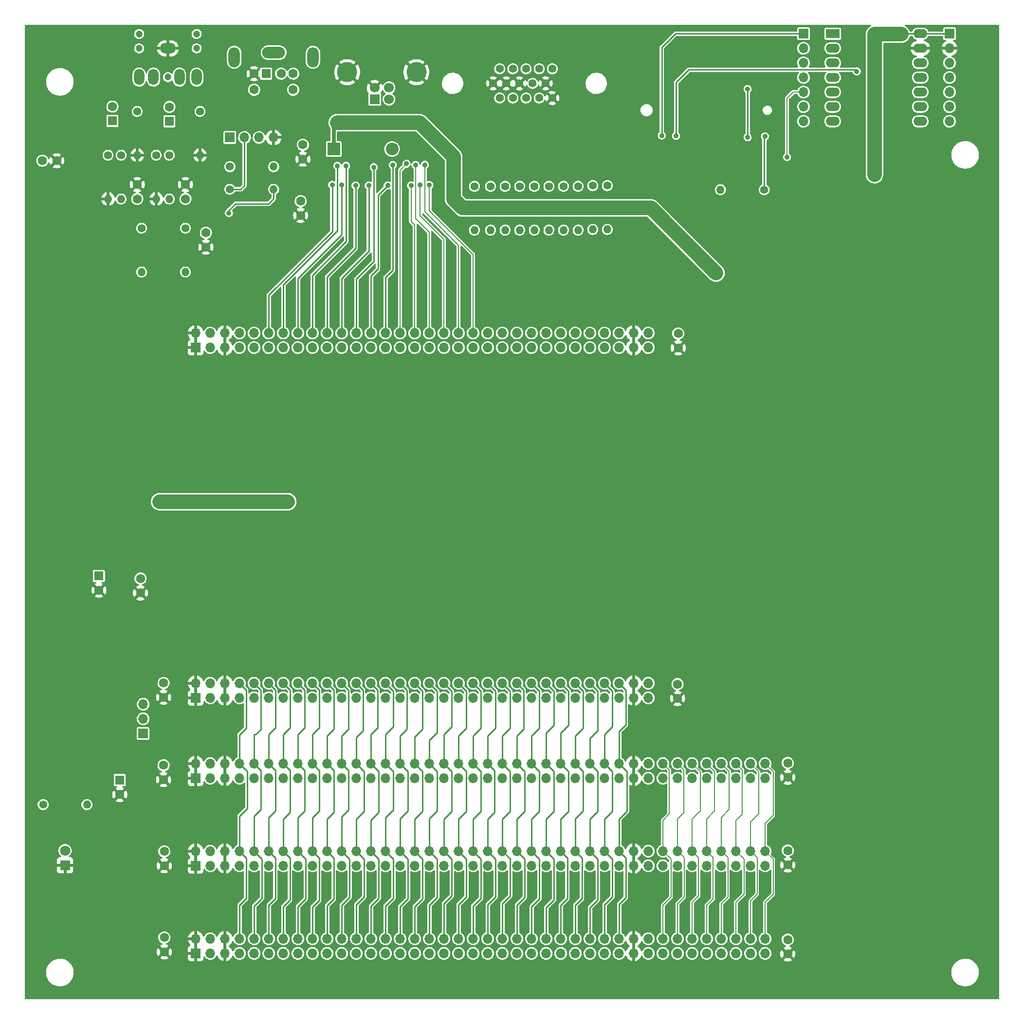
<source format=gbl>
G04 #@! TF.GenerationSoftware,KiCad,Pcbnew,(6.0.1)*
G04 #@! TF.CreationDate,2022-08-27T11:48:11-04:00*
G04 #@! TF.ProjectId,RETRO-FPGA-ITX,52455452-4f2d-4465-9047-412d4954582e,1*
G04 #@! TF.SameCoordinates,Original*
G04 #@! TF.FileFunction,Copper,L2,Bot*
G04 #@! TF.FilePolarity,Positive*
%FSLAX46Y46*%
G04 Gerber Fmt 4.6, Leading zero omitted, Abs format (unit mm)*
G04 Created by KiCad (PCBNEW (6.0.1)) date 2022-08-27 11:48:11*
%MOMM*%
%LPD*%
G01*
G04 APERTURE LIST*
G04 #@! TA.AperFunction,ComponentPad*
%ADD10C,1.400000*%
G04 #@! TD*
G04 #@! TA.AperFunction,ComponentPad*
%ADD11O,1.400000X1.400000*%
G04 #@! TD*
G04 #@! TA.AperFunction,ComponentPad*
%ADD12R,1.700000X1.700000*%
G04 #@! TD*
G04 #@! TA.AperFunction,ComponentPad*
%ADD13O,1.700000X1.700000*%
G04 #@! TD*
G04 #@! TA.AperFunction,ComponentPad*
%ADD14R,1.600000X1.600000*%
G04 #@! TD*
G04 #@! TA.AperFunction,ComponentPad*
%ADD15C,1.600000*%
G04 #@! TD*
G04 #@! TA.AperFunction,ComponentPad*
%ADD16O,4.000000X2.000000*%
G04 #@! TD*
G04 #@! TA.AperFunction,ComponentPad*
%ADD17O,2.000000X3.500000*%
G04 #@! TD*
G04 #@! TA.AperFunction,ComponentPad*
%ADD18R,2.400000X1.600000*%
G04 #@! TD*
G04 #@! TA.AperFunction,ComponentPad*
%ADD19O,2.400000X1.600000*%
G04 #@! TD*
G04 #@! TA.AperFunction,ComponentPad*
%ADD20C,1.397000*%
G04 #@! TD*
G04 #@! TA.AperFunction,ComponentPad*
%ADD21C,1.700000*%
G04 #@! TD*
G04 #@! TA.AperFunction,ComponentPad*
%ADD22C,3.500000*%
G04 #@! TD*
G04 #@! TA.AperFunction,ComponentPad*
%ADD23R,1.800000X1.800000*%
G04 #@! TD*
G04 #@! TA.AperFunction,ComponentPad*
%ADD24C,1.800000*%
G04 #@! TD*
G04 #@! TA.AperFunction,ComponentPad*
%ADD25C,1.200000*%
G04 #@! TD*
G04 #@! TA.AperFunction,ComponentPad*
%ADD26O,1.800000X2.800000*%
G04 #@! TD*
G04 #@! TA.AperFunction,ComponentPad*
%ADD27O,2.800000X1.800000*%
G04 #@! TD*
G04 #@! TA.AperFunction,ComponentPad*
%ADD28R,2.200000X2.200000*%
G04 #@! TD*
G04 #@! TA.AperFunction,ComponentPad*
%ADD29O,2.200000X2.200000*%
G04 #@! TD*
G04 #@! TA.AperFunction,ViaPad*
%ADD30C,0.889000*%
G04 #@! TD*
G04 #@! TA.AperFunction,Conductor*
%ADD31C,2.540000*%
G04 #@! TD*
G04 #@! TA.AperFunction,Conductor*
%ADD32C,0.203200*%
G04 #@! TD*
G04 #@! TA.AperFunction,Conductor*
%ADD33C,0.254000*%
G04 #@! TD*
G04 #@! TA.AperFunction,Conductor*
%ADD34C,0.635000*%
G04 #@! TD*
G04 #@! TA.AperFunction,Conductor*
%ADD35C,0.152400*%
G04 #@! TD*
G04 APERTURE END LIST*
D10*
X218809845Y-68325745D03*
D11*
X218809845Y-75945745D03*
D10*
X216269845Y-68325745D03*
D11*
X216269845Y-75945745D03*
D10*
X226429845Y-68325745D03*
D11*
X226429845Y-75945745D03*
D10*
X223889845Y-68325745D03*
D11*
X223889845Y-75945745D03*
D10*
X231509845Y-68325745D03*
D11*
X231509845Y-75945745D03*
D10*
X228969845Y-68325745D03*
D11*
X228969845Y-75945745D03*
D10*
X170924500Y-68852500D03*
D11*
X178544500Y-68852500D03*
D10*
X170924500Y-64920500D03*
D11*
X178544500Y-64920500D03*
D12*
X170934500Y-59840500D03*
D13*
X173474500Y-59840500D03*
X176014500Y-59840500D03*
X178554500Y-59840500D03*
D14*
X177234500Y-48729500D03*
D15*
X179834500Y-48729500D03*
X175134500Y-48729500D03*
X181934500Y-48729500D03*
X175134500Y-51529500D03*
X181934500Y-51529500D03*
D16*
X178534500Y-45079500D03*
D17*
X171684500Y-45879500D03*
X185384500Y-45879500D03*
D12*
X164973000Y-96393000D03*
D13*
X164973000Y-93853000D03*
X167513000Y-96393000D03*
X167513000Y-93853000D03*
X170053000Y-96393000D03*
X170053000Y-93853000D03*
X172593000Y-96393000D03*
X172593000Y-93853000D03*
X175133000Y-96393000D03*
X175133000Y-93853000D03*
X177673000Y-96393000D03*
X177673000Y-93853000D03*
X180213000Y-96393000D03*
X180213000Y-93853000D03*
X182753000Y-96393000D03*
X182753000Y-93853000D03*
X185293000Y-96393000D03*
X185293000Y-93853000D03*
X187833000Y-96393000D03*
X187833000Y-93853000D03*
X190373000Y-96393000D03*
X190373000Y-93853000D03*
X192913000Y-96393000D03*
X192913000Y-93853000D03*
X195453000Y-96393000D03*
X195453000Y-93853000D03*
X197993000Y-96393000D03*
X197993000Y-93853000D03*
X200533000Y-96393000D03*
X200533000Y-93853000D03*
X203073000Y-96393000D03*
X203073000Y-93853000D03*
X205613000Y-96393000D03*
X205613000Y-93853000D03*
X208153000Y-96393000D03*
X208153000Y-93853000D03*
X210693000Y-96393000D03*
X210693000Y-93853000D03*
X213233000Y-96393000D03*
X213233000Y-93853000D03*
X215773000Y-96393000D03*
X215773000Y-93853000D03*
X218313000Y-96393000D03*
X218313000Y-93853000D03*
X220853000Y-96393000D03*
X220853000Y-93853000D03*
X223393000Y-96393000D03*
X223393000Y-93853000D03*
X225933000Y-96393000D03*
X225933000Y-93853000D03*
X228473000Y-96393000D03*
X228473000Y-93853000D03*
X231013000Y-96393000D03*
X231013000Y-93853000D03*
X233553000Y-96393000D03*
X233553000Y-93853000D03*
X236093000Y-96393000D03*
X236093000Y-93853000D03*
X238633000Y-96393000D03*
X238633000Y-93853000D03*
X241173000Y-96393000D03*
X241173000Y-93853000D03*
X243713000Y-96393000D03*
X243713000Y-93853000D03*
D12*
X164973000Y-157333000D03*
D13*
X164973000Y-154793000D03*
X167513000Y-157333000D03*
X167513000Y-154793000D03*
X170053000Y-157333000D03*
X170053000Y-154793000D03*
X172593000Y-157333000D03*
X172593000Y-154793000D03*
X175133000Y-157333000D03*
X175133000Y-154793000D03*
X177673000Y-157333000D03*
X177673000Y-154793000D03*
X180213000Y-157333000D03*
X180213000Y-154793000D03*
X182753000Y-157333000D03*
X182753000Y-154793000D03*
X185293000Y-157333000D03*
X185293000Y-154793000D03*
X187833000Y-157333000D03*
X187833000Y-154793000D03*
X190373000Y-157333000D03*
X190373000Y-154793000D03*
X192913000Y-157333000D03*
X192913000Y-154793000D03*
X195453000Y-157333000D03*
X195453000Y-154793000D03*
X197993000Y-157333000D03*
X197993000Y-154793000D03*
X200533000Y-157333000D03*
X200533000Y-154793000D03*
X203073000Y-157333000D03*
X203073000Y-154793000D03*
X205613000Y-157333000D03*
X205613000Y-154793000D03*
X208153000Y-157333000D03*
X208153000Y-154793000D03*
X210693000Y-157333000D03*
X210693000Y-154793000D03*
X213233000Y-157333000D03*
X213233000Y-154793000D03*
X215773000Y-157333000D03*
X215773000Y-154793000D03*
X218313000Y-157333000D03*
X218313000Y-154793000D03*
X220853000Y-157333000D03*
X220853000Y-154793000D03*
X223393000Y-157333000D03*
X223393000Y-154793000D03*
X225933000Y-157333000D03*
X225933000Y-154793000D03*
X228473000Y-157333000D03*
X228473000Y-154793000D03*
X231013000Y-157333000D03*
X231013000Y-154793000D03*
X233553000Y-157333000D03*
X233553000Y-154793000D03*
X236093000Y-157333000D03*
X236093000Y-154793000D03*
X238633000Y-157333000D03*
X238633000Y-154793000D03*
X241173000Y-157333000D03*
X241173000Y-154793000D03*
X243713000Y-157333000D03*
X243713000Y-154793000D03*
D18*
X275793200Y-41783000D03*
D19*
X275793200Y-44323000D03*
X275793200Y-46863000D03*
X275793200Y-49403000D03*
X275793200Y-51943000D03*
X275793200Y-54483000D03*
X275793200Y-57023000D03*
X291033200Y-57023000D03*
X291033200Y-54483000D03*
X291033200Y-51943000D03*
X291033200Y-49403000D03*
X291033200Y-46863000D03*
X291033200Y-44323000D03*
X291033200Y-41783000D03*
D12*
X164973000Y-171303000D03*
D13*
X164973000Y-168763000D03*
X167513000Y-171303000D03*
X167513000Y-168763000D03*
X170053000Y-171303000D03*
X170053000Y-168763000D03*
X172593000Y-171303000D03*
X172593000Y-168763000D03*
X175133000Y-171303000D03*
X175133000Y-168763000D03*
X177673000Y-171303000D03*
X177673000Y-168763000D03*
X180213000Y-171303000D03*
X180213000Y-168763000D03*
X182753000Y-171303000D03*
X182753000Y-168763000D03*
X185293000Y-171303000D03*
X185293000Y-168763000D03*
X187833000Y-171303000D03*
X187833000Y-168763000D03*
X190373000Y-171303000D03*
X190373000Y-168763000D03*
X192913000Y-171303000D03*
X192913000Y-168763000D03*
X195453000Y-171303000D03*
X195453000Y-168763000D03*
X197993000Y-171303000D03*
X197993000Y-168763000D03*
X200533000Y-171303000D03*
X200533000Y-168763000D03*
X203073000Y-171303000D03*
X203073000Y-168763000D03*
X205613000Y-171303000D03*
X205613000Y-168763000D03*
X208153000Y-171303000D03*
X208153000Y-168763000D03*
X210693000Y-171303000D03*
X210693000Y-168763000D03*
X213233000Y-171303000D03*
X213233000Y-168763000D03*
X215773000Y-171303000D03*
X215773000Y-168763000D03*
X218313000Y-171303000D03*
X218313000Y-168763000D03*
X220853000Y-171303000D03*
X220853000Y-168763000D03*
X223393000Y-171303000D03*
X223393000Y-168763000D03*
X225933000Y-171303000D03*
X225933000Y-168763000D03*
X228473000Y-171303000D03*
X228473000Y-168763000D03*
X231013000Y-171303000D03*
X231013000Y-168763000D03*
X233553000Y-171303000D03*
X233553000Y-168763000D03*
X236093000Y-171303000D03*
X236093000Y-168763000D03*
X238633000Y-171303000D03*
X238633000Y-168763000D03*
X241173000Y-171303000D03*
X241173000Y-168763000D03*
X243713000Y-171303000D03*
X243713000Y-168763000D03*
X246253000Y-171303000D03*
X246253000Y-168763000D03*
X248793000Y-171303000D03*
X248793000Y-168763000D03*
X251333000Y-171303000D03*
X251333000Y-168763000D03*
X253873000Y-171303000D03*
X253873000Y-168763000D03*
X256413000Y-171303000D03*
X256413000Y-168763000D03*
X258953000Y-171303000D03*
X258953000Y-168763000D03*
X261493000Y-171303000D03*
X261493000Y-168763000D03*
X264033000Y-171303000D03*
X264033000Y-168763000D03*
D15*
X248798000Y-154930000D03*
X248798000Y-157430000D03*
X267974000Y-168646000D03*
X267974000Y-171146000D03*
X159385000Y-169057000D03*
X159385000Y-171557000D03*
X183242500Y-70904500D03*
X183242500Y-73404500D03*
X166751000Y-76405000D03*
X166751000Y-78905000D03*
D12*
X155829000Y-163499800D03*
D13*
X155829000Y-160959800D03*
X155829000Y-158419800D03*
D10*
X263880600Y-68935600D03*
D11*
X256260600Y-68935600D03*
D15*
X138322000Y-63876000D03*
X140822000Y-63876000D03*
X155371800Y-136570400D03*
X155371800Y-139070400D03*
D14*
X148132800Y-136107288D03*
D15*
X148132800Y-138607288D03*
D20*
X217862215Y-52970155D03*
X220153295Y-52970155D03*
X222439295Y-52970155D03*
X224732915Y-52970155D03*
X227021455Y-52970155D03*
X216716675Y-50430155D03*
X219007755Y-50430155D03*
X221298835Y-50430155D03*
X223587375Y-50430155D03*
X225878455Y-50430155D03*
X217862215Y-47890155D03*
X220153295Y-47890155D03*
X222441835Y-47892695D03*
X224732915Y-47890155D03*
X227021455Y-47890155D03*
D12*
X196108000Y-53186500D03*
D21*
X198608000Y-53186500D03*
X198608000Y-51186500D03*
X196108000Y-51186500D03*
D22*
X203378000Y-48476500D03*
X191338000Y-48476500D03*
D10*
X158115000Y-62923000D03*
D11*
X158115000Y-70543000D03*
D14*
X151765000Y-171641888D03*
D15*
X151765000Y-174141888D03*
D14*
X160401000Y-57016113D03*
D15*
X160401000Y-54516113D03*
D10*
X155575000Y-75623000D03*
D11*
X155575000Y-83243000D03*
D12*
X164978000Y-201783000D03*
D13*
X164978000Y-199243000D03*
X167518000Y-201783000D03*
X167518000Y-199243000D03*
X170058000Y-201783000D03*
X170058000Y-199243000D03*
X172598000Y-201783000D03*
X172598000Y-199243000D03*
X175138000Y-201783000D03*
X175138000Y-199243000D03*
X177678000Y-201783000D03*
X177678000Y-199243000D03*
X180218000Y-201783000D03*
X180218000Y-199243000D03*
X182758000Y-201783000D03*
X182758000Y-199243000D03*
X185298000Y-201783000D03*
X185298000Y-199243000D03*
X187838000Y-201783000D03*
X187838000Y-199243000D03*
X190378000Y-201783000D03*
X190378000Y-199243000D03*
X192918000Y-201783000D03*
X192918000Y-199243000D03*
X195458000Y-201783000D03*
X195458000Y-199243000D03*
X197998000Y-201783000D03*
X197998000Y-199243000D03*
X200538000Y-201783000D03*
X200538000Y-199243000D03*
X203078000Y-201783000D03*
X203078000Y-199243000D03*
X205618000Y-201783000D03*
X205618000Y-199243000D03*
X208158000Y-201783000D03*
X208158000Y-199243000D03*
X210698000Y-201783000D03*
X210698000Y-199243000D03*
X213238000Y-201783000D03*
X213238000Y-199243000D03*
X215778000Y-201783000D03*
X215778000Y-199243000D03*
X218318000Y-201783000D03*
X218318000Y-199243000D03*
X220858000Y-201783000D03*
X220858000Y-199243000D03*
X223398000Y-201783000D03*
X223398000Y-199243000D03*
X225938000Y-201783000D03*
X225938000Y-199243000D03*
X228478000Y-201783000D03*
X228478000Y-199243000D03*
X231018000Y-201783000D03*
X231018000Y-199243000D03*
X233558000Y-201783000D03*
X233558000Y-199243000D03*
X236098000Y-201783000D03*
X236098000Y-199243000D03*
X238638000Y-201783000D03*
X238638000Y-199243000D03*
X241178000Y-201783000D03*
X241178000Y-199243000D03*
X243718000Y-201783000D03*
X243718000Y-199243000D03*
X246258000Y-201783000D03*
X246258000Y-199243000D03*
X248798000Y-201783000D03*
X248798000Y-199243000D03*
X251338000Y-201783000D03*
X251338000Y-199243000D03*
X253878000Y-201783000D03*
X253878000Y-199243000D03*
X256418000Y-201783000D03*
X256418000Y-199243000D03*
X258958000Y-201783000D03*
X258958000Y-199243000D03*
X261498000Y-201783000D03*
X261498000Y-199243000D03*
X264038000Y-201783000D03*
X264038000Y-199243000D03*
D10*
X152019000Y-62923000D03*
D11*
X152019000Y-70543000D03*
D10*
X236589845Y-68203745D03*
D11*
X236589845Y-75823745D03*
D10*
X160401000Y-62923000D03*
D11*
X160401000Y-70543000D03*
D10*
X213475845Y-68325745D03*
D11*
X213475845Y-75945745D03*
D15*
X159385000Y-154731400D03*
X159385000Y-157231400D03*
D10*
X163195000Y-75623000D03*
D11*
X163195000Y-83243000D03*
D12*
X164973000Y-186543000D03*
D13*
X164973000Y-184003000D03*
X167513000Y-186543000D03*
X167513000Y-184003000D03*
X170053000Y-186543000D03*
X170053000Y-184003000D03*
X172593000Y-186543000D03*
X172593000Y-184003000D03*
X175133000Y-186543000D03*
X175133000Y-184003000D03*
X177673000Y-186543000D03*
X177673000Y-184003000D03*
X180213000Y-186543000D03*
X180213000Y-184003000D03*
X182753000Y-186543000D03*
X182753000Y-184003000D03*
X185293000Y-186543000D03*
X185293000Y-184003000D03*
X187833000Y-186543000D03*
X187833000Y-184003000D03*
X190373000Y-186543000D03*
X190373000Y-184003000D03*
X192913000Y-186543000D03*
X192913000Y-184003000D03*
X195453000Y-186543000D03*
X195453000Y-184003000D03*
X197993000Y-186543000D03*
X197993000Y-184003000D03*
X200533000Y-186543000D03*
X200533000Y-184003000D03*
X203073000Y-186543000D03*
X203073000Y-184003000D03*
X205613000Y-186543000D03*
X205613000Y-184003000D03*
X208153000Y-186543000D03*
X208153000Y-184003000D03*
X210693000Y-186543000D03*
X210693000Y-184003000D03*
X213233000Y-186543000D03*
X213233000Y-184003000D03*
X215773000Y-186543000D03*
X215773000Y-184003000D03*
X218313000Y-186543000D03*
X218313000Y-184003000D03*
X220853000Y-186543000D03*
X220853000Y-184003000D03*
X223393000Y-186543000D03*
X223393000Y-184003000D03*
X225933000Y-186543000D03*
X225933000Y-184003000D03*
X228473000Y-186543000D03*
X228473000Y-184003000D03*
X231013000Y-186543000D03*
X231013000Y-184003000D03*
X233553000Y-186543000D03*
X233553000Y-184003000D03*
X236093000Y-186543000D03*
X236093000Y-184003000D03*
X238633000Y-186543000D03*
X238633000Y-184003000D03*
X241173000Y-186543000D03*
X241173000Y-184003000D03*
X243713000Y-186543000D03*
X243713000Y-184003000D03*
X246253000Y-186543000D03*
X246253000Y-184003000D03*
X248793000Y-186543000D03*
X248793000Y-184003000D03*
X251333000Y-186543000D03*
X251333000Y-184003000D03*
X253873000Y-186543000D03*
X253873000Y-184003000D03*
X256413000Y-186543000D03*
X256413000Y-184003000D03*
X258953000Y-186543000D03*
X258953000Y-184003000D03*
X261493000Y-186543000D03*
X261493000Y-184003000D03*
X264033000Y-186543000D03*
X264033000Y-184003000D03*
D15*
X267974000Y-183886000D03*
X267974000Y-186386000D03*
D14*
X150495000Y-56959000D03*
D15*
X150495000Y-54459000D03*
D10*
X149733000Y-62923000D03*
D11*
X149733000Y-70543000D03*
D12*
X270713200Y-41783000D03*
D13*
X270713200Y-44323000D03*
X270713200Y-46863000D03*
X270713200Y-49403000D03*
X270713200Y-51943000D03*
X270713200Y-54483000D03*
X270713200Y-57023000D03*
D10*
X138430000Y-175895000D03*
D11*
X146050000Y-175895000D03*
D10*
X165735000Y-55303000D03*
D11*
X165735000Y-62923000D03*
D15*
X163195000Y-70523000D03*
X163195000Y-68023000D03*
D12*
X296113200Y-41783000D03*
D13*
X296113200Y-44323000D03*
X296113200Y-46863000D03*
X296113200Y-49403000D03*
X296113200Y-51943000D03*
X296113200Y-54483000D03*
X296113200Y-57023000D03*
D10*
X234049845Y-68203745D03*
D11*
X234049845Y-75823745D03*
D10*
X221349845Y-68325745D03*
D11*
X221349845Y-75945745D03*
D15*
X248924000Y-93950000D03*
X248924000Y-96450000D03*
D23*
X142240000Y-186441000D03*
D24*
X142240000Y-183901000D03*
D15*
X154813000Y-70523000D03*
X154813000Y-68023000D03*
X159512000Y-199029000D03*
X159512000Y-201529000D03*
D25*
X165147000Y-44339000D03*
X160147000Y-49339000D03*
X155147000Y-44339000D03*
X155147000Y-41839000D03*
X165147000Y-41839000D03*
D26*
X165147000Y-49339000D03*
X162147000Y-49339000D03*
D27*
X160147000Y-44339000D03*
D26*
X155147000Y-49339000D03*
X157647000Y-49339000D03*
D15*
X159512000Y-184043000D03*
X159512000Y-186543000D03*
X183624500Y-61110500D03*
X183624500Y-63610500D03*
D28*
X188976000Y-61849000D03*
D29*
X199136000Y-61849000D03*
D15*
X267974000Y-199380000D03*
X267974000Y-201880000D03*
D10*
X154813000Y-55303000D03*
D11*
X154813000Y-62923000D03*
D30*
X267843000Y-63232800D03*
X205638400Y-68122800D03*
X204851000Y-64592200D03*
X204038200Y-68097400D03*
X203225400Y-64617600D03*
X202438000Y-68199000D03*
X201650600Y-64414400D03*
X197485000Y-79121000D03*
X251104400Y-59436000D03*
X258521200Y-59436000D03*
X196887428Y-64446466D03*
X154254200Y-127965200D03*
X178670500Y-82314500D03*
X248553200Y-59548800D03*
X279984200Y-48336200D03*
X246053200Y-59508800D03*
X260985000Y-59791600D03*
X260985000Y-51409600D03*
X199263000Y-64643000D03*
X198374000Y-68199000D03*
X195961000Y-65024000D03*
X195072000Y-68199000D03*
X192786000Y-68199000D03*
X191135000Y-64770000D03*
X190385200Y-68072000D03*
X189611000Y-64770000D03*
X188722000Y-68072000D03*
X264013200Y-59659000D03*
X170764200Y-72974200D03*
X158699200Y-123190000D03*
X255524000Y-83515200D03*
X181025800Y-123215400D03*
X283070300Y-64706500D03*
X254838200Y-82753200D03*
X283070300Y-66306700D03*
X179247800Y-123190000D03*
X254025400Y-81889600D03*
D31*
X211404200Y-72110600D02*
X244195600Y-72110600D01*
X244195600Y-72110600D02*
X255498600Y-83413600D01*
D32*
X268909800Y-51943000D02*
X270713200Y-51943000D01*
X267843000Y-53009800D02*
X268909800Y-51943000D01*
X267843000Y-63232800D02*
X267843000Y-53009800D01*
X213233000Y-80187800D02*
X213233000Y-93853000D01*
X205638400Y-68122800D02*
X205638400Y-72593200D01*
X205638400Y-72593200D02*
X213233000Y-80187800D01*
X204851000Y-72745600D02*
X210693000Y-78587600D01*
X210693000Y-93853000D02*
X210693000Y-78587600D01*
X204851000Y-72745600D02*
X204851000Y-64592200D01*
X208153000Y-77571600D02*
X208153000Y-93853000D01*
X204038200Y-68097400D02*
X204038200Y-73456800D01*
X204038200Y-73456800D02*
X208153000Y-77571600D01*
X203225400Y-64617600D02*
X203225400Y-73964800D01*
X203225400Y-73964800D02*
X205613000Y-76352400D01*
X205613000Y-76352400D02*
X205613000Y-93853000D01*
X202438000Y-74447400D02*
X203073000Y-75082400D01*
X202438000Y-68199000D02*
X202438000Y-74447400D01*
X203073000Y-75082400D02*
X203073000Y-93853000D01*
X200533000Y-65532000D02*
X201650600Y-64414400D01*
X200533000Y-93853000D02*
X200533000Y-65532000D01*
D33*
X279792311Y-48042711D02*
X279984200Y-48234600D01*
X248553200Y-50252400D02*
X250762889Y-48042711D01*
X248553200Y-50252400D02*
X248553200Y-59548800D01*
X279984200Y-48234600D02*
X279984200Y-48336200D01*
X250762889Y-48042711D02*
X279792311Y-48042711D01*
X248437400Y-41783000D02*
X270713200Y-41783000D01*
X246053200Y-44167200D02*
X246053200Y-59508800D01*
X246053200Y-44167200D02*
X248437400Y-41783000D01*
X260985000Y-59791600D02*
X260985000Y-51409600D01*
X233558000Y-199243000D02*
X233558000Y-193816578D01*
X233553000Y-184003000D02*
X233553000Y-178409000D01*
X233553000Y-168763000D02*
X233553000Y-164357578D01*
X233553000Y-168763000D02*
X234913289Y-170123289D01*
X233553000Y-184003000D02*
X234913289Y-185363289D01*
X233553000Y-178409000D02*
X234913289Y-177048711D01*
X233558000Y-193816578D02*
X234913289Y-192461289D01*
X234913289Y-170123289D02*
X234913289Y-177048711D01*
X234913289Y-156153289D02*
X233553000Y-154793000D01*
X234913289Y-162997289D02*
X234913289Y-156153289D01*
X233553000Y-164357578D02*
X234913289Y-162997289D01*
X234913289Y-185363289D02*
X234913289Y-192461289D01*
X236093000Y-154793000D02*
X237453289Y-156153289D01*
X237453289Y-156153289D02*
X237453289Y-162316711D01*
X237453289Y-185363289D02*
X236093000Y-184003000D01*
X237453289Y-191953289D02*
X237453289Y-185363289D01*
X236098000Y-199243000D02*
X236098000Y-193308578D01*
X236098000Y-193308578D02*
X237453289Y-191953289D01*
X236093000Y-168763000D02*
X236093000Y-163677000D01*
X236093000Y-168763000D02*
X237453289Y-170123289D01*
X236093000Y-178409000D02*
X237453289Y-177048711D01*
X236093000Y-163677000D02*
X237453289Y-162316711D01*
X236093000Y-184003000D02*
X236093000Y-178409000D01*
X237453289Y-170123289D02*
X237453289Y-177048711D01*
X191552711Y-169942711D02*
X190373000Y-168763000D01*
X191552711Y-155972711D02*
X191552711Y-162816711D01*
X190378000Y-193390000D02*
X191733289Y-192034711D01*
X190373000Y-168763000D02*
X190373000Y-163931000D01*
X191487289Y-162816711D02*
X191552711Y-162816711D01*
X190373000Y-177966422D02*
X191552711Y-176786711D01*
X190373000Y-184003000D02*
X190373000Y-177966422D01*
X191552711Y-176786711D02*
X191552711Y-169942711D01*
X190373000Y-163931000D02*
X191487289Y-162816711D01*
X190373000Y-154793000D02*
X191552711Y-155972711D01*
X191733289Y-185363289D02*
X190373000Y-184003000D01*
X191733289Y-192034711D02*
X191733289Y-185363289D01*
X190378000Y-199243000D02*
X190378000Y-193390000D01*
X192913000Y-164185000D02*
X194092711Y-163005289D01*
X194092711Y-163005289D02*
X194092711Y-155972711D01*
X192913000Y-168763000D02*
X194273289Y-170123289D01*
X192918000Y-193308578D02*
X194273289Y-191953289D01*
X194273289Y-191953289D02*
X194273289Y-185363289D01*
X194273289Y-170123289D02*
X194273289Y-177048711D01*
X192913000Y-184003000D02*
X192913000Y-178409000D01*
X192913000Y-168763000D02*
X192913000Y-164185000D01*
X192918000Y-199243000D02*
X192918000Y-193308578D01*
X194092711Y-155972711D02*
X192913000Y-154793000D01*
X194273289Y-185363289D02*
X192913000Y-184003000D01*
X192913000Y-178409000D02*
X194273289Y-177048711D01*
X196813289Y-170123289D02*
X195453000Y-168763000D01*
X195453000Y-178581578D02*
X196813289Y-177221289D01*
X195453000Y-168763000D02*
X195453000Y-163677000D01*
X195453000Y-154793000D02*
X196632711Y-155972711D01*
X196567289Y-162562711D02*
X196632711Y-162562711D01*
X195453000Y-184003000D02*
X195453000Y-178581578D01*
X196813289Y-192207289D02*
X196813289Y-185363289D01*
X195453000Y-163677000D02*
X196567289Y-162562711D01*
X196813289Y-177221289D02*
X196813289Y-170123289D01*
X195458000Y-193562578D02*
X196813289Y-192207289D01*
X195458000Y-199243000D02*
X195458000Y-193562578D01*
X196632711Y-155972711D02*
X196632711Y-162562711D01*
X196813289Y-185363289D02*
X195453000Y-184003000D01*
X199353289Y-156153289D02*
X199353289Y-162316711D01*
X197993000Y-184003000D02*
X197993000Y-178155000D01*
X199353289Y-170123289D02*
X197993000Y-168763000D01*
X197993000Y-168763000D02*
X197993000Y-163677000D01*
X199353289Y-176794711D02*
X199353289Y-170123289D01*
X199380000Y-185390000D02*
X197993000Y-184003000D01*
X197993000Y-154793000D02*
X199353289Y-156153289D01*
X197993000Y-163677000D02*
X199353289Y-162316711D01*
X199353289Y-185416711D02*
X199380000Y-185390000D01*
X197998000Y-193562578D02*
X199353289Y-192207289D01*
X197998000Y-199243000D02*
X197998000Y-193562578D01*
X199353289Y-192207289D02*
X199353289Y-185416711D01*
X197993000Y-178155000D02*
X199353289Y-176794711D01*
X201893289Y-185363289D02*
X201893289Y-192288711D01*
X200533000Y-168763000D02*
X200533000Y-163931000D01*
X201712711Y-155972711D02*
X201712711Y-162751289D01*
X200538000Y-193644000D02*
X201893289Y-192288711D01*
X200538000Y-199243000D02*
X200538000Y-193644000D01*
X200533000Y-178327578D02*
X201893289Y-176967289D01*
X200533000Y-163931000D02*
X201712711Y-162751289D01*
X200533000Y-184003000D02*
X200533000Y-178327578D01*
X200533000Y-184003000D02*
X201893289Y-185363289D01*
X201893289Y-170123289D02*
X200533000Y-168763000D01*
X200533000Y-154793000D02*
X201712711Y-155972711D01*
X201893289Y-176967289D02*
X201893289Y-170123289D01*
X204433289Y-156153289D02*
X203073000Y-154793000D01*
X203073000Y-184003000D02*
X203073000Y-178409000D01*
X203073000Y-184003000D02*
X204433289Y-185363289D01*
X204433289Y-170123289D02*
X203073000Y-168763000D01*
X204433289Y-177048711D02*
X204433289Y-170123289D01*
X203073000Y-164103578D02*
X204433289Y-162743289D01*
X203078000Y-199243000D02*
X203078000Y-193644000D01*
X204433289Y-162743289D02*
X204433289Y-156153289D01*
X204433289Y-185363289D02*
X204433289Y-192288711D01*
X203073000Y-168763000D02*
X203073000Y-164103578D01*
X203078000Y-193644000D02*
X204433289Y-192288711D01*
X203073000Y-178409000D02*
X204433289Y-177048711D01*
X205618000Y-193390000D02*
X206973289Y-192034711D01*
X206973289Y-156153289D02*
X206973289Y-163332711D01*
X205618000Y-199243000D02*
X205618000Y-193390000D01*
X206973289Y-170123289D02*
X205613000Y-168763000D01*
X205613000Y-184003000D02*
X205613000Y-178327578D01*
X205613000Y-184003000D02*
X206973289Y-185363289D01*
X205613000Y-164693000D02*
X205613000Y-168763000D01*
X205613000Y-178327578D02*
X206973289Y-176967289D01*
X205613000Y-154793000D02*
X206973289Y-156153289D01*
X206973289Y-185363289D02*
X206973289Y-192034711D01*
X206973289Y-176967289D02*
X206973289Y-170123289D01*
X206973289Y-163332711D02*
X205613000Y-164693000D01*
X209513289Y-177048711D02*
X209513289Y-170123289D01*
X208158000Y-199243000D02*
X208158000Y-193136000D01*
X208153000Y-184003000D02*
X208153000Y-178409000D01*
X209513289Y-185363289D02*
X209513289Y-191780711D01*
X208153000Y-163677000D02*
X209513289Y-162316711D01*
X209513289Y-156153289D02*
X209513289Y-162316711D01*
X208153000Y-178409000D02*
X209513289Y-177048711D01*
X208153000Y-154793000D02*
X209513289Y-156153289D01*
X208158000Y-193136000D02*
X209513289Y-191780711D01*
X209513289Y-170123289D02*
X208153000Y-168763000D01*
X208153000Y-168763000D02*
X208153000Y-163677000D01*
X208153000Y-184003000D02*
X209513289Y-185363289D01*
X210698000Y-199243000D02*
X210698000Y-193308578D01*
X210693000Y-178409000D02*
X212053289Y-177048711D01*
X210693000Y-168763000D02*
X212053289Y-170123289D01*
X210693000Y-184003000D02*
X210693000Y-178409000D01*
X212053289Y-156153289D02*
X212053289Y-162570711D01*
X212053289Y-185363289D02*
X210693000Y-184003000D01*
X210693000Y-154793000D02*
X212053289Y-156153289D01*
X212053289Y-170123289D02*
X212053289Y-177048711D01*
X210698000Y-193308578D02*
X212053289Y-191953289D01*
X212053289Y-191953289D02*
X212053289Y-185363289D01*
X210693000Y-168763000D02*
X210693000Y-163931000D01*
X210693000Y-163931000D02*
X212053289Y-162570711D01*
X213238000Y-199243000D02*
X213238000Y-193562578D01*
X214593289Y-156153289D02*
X214593289Y-162570711D01*
X213233000Y-168763000D02*
X213233000Y-163931000D01*
X213233000Y-163931000D02*
X214593289Y-162570711D01*
X213233000Y-154793000D02*
X214593289Y-156153289D01*
X213233000Y-184003000D02*
X214593289Y-185363289D01*
X214593289Y-170123289D02*
X214593289Y-177048711D01*
X213233000Y-178409000D02*
X214593289Y-177048711D01*
X214593289Y-185363289D02*
X214593289Y-192207289D01*
X213238000Y-193562578D02*
X214593289Y-192207289D01*
X213233000Y-184003000D02*
X213233000Y-178409000D01*
X213233000Y-168763000D02*
X214593289Y-170123289D01*
X216952711Y-169942711D02*
X216952711Y-177229289D01*
X215773000Y-163931000D02*
X217133289Y-162570711D01*
X215773000Y-168763000D02*
X216952711Y-169942711D01*
X215778000Y-199243000D02*
X215778000Y-193308578D01*
X215773000Y-178401000D02*
X216944711Y-177229289D01*
X216944711Y-177229289D02*
X216952711Y-177229289D01*
X215773000Y-154793000D02*
X217133289Y-156153289D01*
X215773000Y-184003000D02*
X215773000Y-178401000D01*
X217133289Y-156153289D02*
X217133289Y-162570711D01*
X217133289Y-191953289D02*
X217133289Y-185363289D01*
X217133289Y-185363289D02*
X215773000Y-184003000D01*
X215778000Y-193308578D02*
X217133289Y-191953289D01*
X215773000Y-168763000D02*
X215773000Y-163931000D01*
X218318000Y-193136000D02*
X219673289Y-191780711D01*
X219714000Y-185404000D02*
X218313000Y-184003000D01*
X218313000Y-163931000D02*
X219673289Y-162570711D01*
X218318000Y-199243000D02*
X218318000Y-193136000D01*
X218313000Y-168763000D02*
X219673289Y-170123289D01*
X218313000Y-184003000D02*
X218313000Y-178409000D01*
X218313000Y-168763000D02*
X218313000Y-163931000D01*
X219673289Y-191780711D02*
X219673289Y-185444711D01*
X218313000Y-178409000D02*
X219673289Y-177048711D01*
X219673289Y-156153289D02*
X219673289Y-162570711D01*
X219673289Y-185444711D02*
X219714000Y-185404000D01*
X219673289Y-170123289D02*
X219673289Y-177048711D01*
X218313000Y-154793000D02*
X219673289Y-156153289D01*
X222213289Y-185363289D02*
X220853000Y-184003000D01*
X221967289Y-162816711D02*
X222032711Y-162816711D01*
X222032711Y-155972711D02*
X222032711Y-162816711D01*
X220853000Y-178401000D02*
X222205289Y-177048711D01*
X220853000Y-168763000D02*
X222213289Y-170123289D01*
X222213289Y-192034711D02*
X222213289Y-185363289D01*
X220853000Y-163931000D02*
X221967289Y-162816711D01*
X220853000Y-168763000D02*
X220853000Y-163931000D01*
X220853000Y-184003000D02*
X220853000Y-178401000D01*
X220853000Y-154793000D02*
X222032711Y-155972711D01*
X222213289Y-170123289D02*
X222213289Y-177048711D01*
X220858000Y-199243000D02*
X220858000Y-193390000D01*
X222205289Y-177048711D02*
X222213289Y-177048711D01*
X220858000Y-193390000D02*
X222213289Y-192034711D01*
X223393000Y-163931000D02*
X224753289Y-162570711D01*
X223393000Y-184003000D02*
X223393000Y-178409000D01*
X224753289Y-185363289D02*
X224753289Y-192288711D01*
X223393000Y-168763000D02*
X223393000Y-163931000D01*
X223393000Y-168763000D02*
X224753289Y-170123289D01*
X224753289Y-156153289D02*
X224753289Y-162570711D01*
X223398000Y-199243000D02*
X223398000Y-193644000D01*
X223393000Y-178409000D02*
X224753289Y-177048711D01*
X224753289Y-170123289D02*
X224753289Y-177048711D01*
X223393000Y-154793000D02*
X224753289Y-156153289D01*
X223398000Y-193644000D02*
X224753289Y-192288711D01*
X223393000Y-184003000D02*
X224753289Y-185363289D01*
X225938000Y-193816578D02*
X227293289Y-192461289D01*
X227293289Y-192461289D02*
X227293289Y-185363289D01*
X225933000Y-154793000D02*
X227293289Y-156153289D01*
X227293289Y-156153289D02*
X227293289Y-162062711D01*
X227293289Y-170123289D02*
X225933000Y-168763000D01*
X225933000Y-168763000D02*
X225933000Y-163423000D01*
X225933000Y-184003000D02*
X225933000Y-178409000D01*
X225938000Y-199243000D02*
X225938000Y-193816578D01*
X225933000Y-178409000D02*
X227293289Y-177048711D01*
X225933000Y-163423000D02*
X227293289Y-162062711D01*
X227293289Y-185363289D02*
X225933000Y-184003000D01*
X227293289Y-177048711D02*
X227293289Y-170123289D01*
X228473000Y-163423000D02*
X229833289Y-162062711D01*
X228473000Y-168763000D02*
X228473000Y-163423000D01*
X229652711Y-192215289D02*
X229652711Y-185182711D01*
X228478000Y-193390000D02*
X229652711Y-192215289D01*
X228473000Y-168763000D02*
X229833289Y-170123289D01*
X228473000Y-184003000D02*
X228473000Y-178401000D01*
X228473000Y-178401000D02*
X229825289Y-177048711D01*
X229825289Y-177048711D02*
X229833289Y-177048711D01*
X229652711Y-185182711D02*
X228473000Y-184003000D01*
X229833289Y-156153289D02*
X229833289Y-162062711D01*
X228473000Y-154793000D02*
X229833289Y-156153289D01*
X229833289Y-170123289D02*
X229833289Y-177048711D01*
X228478000Y-199243000D02*
X228478000Y-193390000D01*
X232373289Y-176967289D02*
X232373289Y-170123289D01*
X232373289Y-162570711D02*
X232373289Y-156153289D01*
X231013000Y-178327578D02*
X232373289Y-176967289D01*
X231018000Y-193390000D02*
X232127289Y-192280711D01*
X231013000Y-163931000D02*
X232373289Y-162570711D01*
X231013000Y-168763000D02*
X231013000Y-163931000D01*
X231013000Y-184003000D02*
X232192711Y-185182711D01*
X231018000Y-199243000D02*
X231018000Y-193390000D01*
X231013000Y-184003000D02*
X231013000Y-178327578D01*
X232127289Y-192280711D02*
X232192711Y-192280711D01*
X232373289Y-156153289D02*
X231013000Y-154793000D01*
X232373289Y-170123289D02*
X231013000Y-168763000D01*
X232192711Y-185182711D02*
X232192711Y-192280711D01*
X199263000Y-64643000D02*
X199263000Y-82931000D01*
X197993000Y-84201000D02*
X199263000Y-82931000D01*
X197993000Y-93853000D02*
X197993000Y-84201000D01*
X198374000Y-68199000D02*
X196710789Y-69862211D01*
X195453000Y-93853000D02*
X195453000Y-83947000D01*
X196710789Y-69862211D02*
X196710789Y-82689211D01*
X195453000Y-83947000D02*
X196710789Y-82689211D01*
X192913000Y-93853000D02*
X192913000Y-84455000D01*
X192913000Y-84455000D02*
X195961000Y-81407000D01*
X195961000Y-81407000D02*
X195961000Y-65024000D01*
X195072000Y-79629000D02*
X190373000Y-84328000D01*
X195072000Y-68199000D02*
X195072000Y-79629000D01*
X190373000Y-84328000D02*
X190373000Y-93853000D01*
X192786000Y-79121000D02*
X192786000Y-68199000D01*
X187833000Y-84074000D02*
X192786000Y-79121000D01*
X187833000Y-93853000D02*
X187833000Y-84074000D01*
X191159411Y-77953589D02*
X185293000Y-83820000D01*
X191135000Y-64770000D02*
X191159411Y-64794411D01*
X191159411Y-64794411D02*
X191159411Y-77953589D01*
X185293000Y-83820000D02*
X185293000Y-93853000D01*
X190385200Y-76695800D02*
X182753000Y-84328000D01*
X190385200Y-68072000D02*
X190385200Y-76695800D01*
X182753000Y-84328000D02*
X182753000Y-93853000D01*
X189611000Y-76073000D02*
X180213000Y-85471000D01*
X180213000Y-85471000D02*
X180213000Y-93853000D01*
X189611000Y-64770000D02*
X189611000Y-76073000D01*
X177673000Y-87249000D02*
X177673000Y-93853000D01*
X188722000Y-68072000D02*
X188722000Y-76200000D01*
X188722000Y-76200000D02*
X177673000Y-87249000D01*
X239812711Y-185182711D02*
X238633000Y-184003000D01*
X239812711Y-155972711D02*
X238633000Y-154793000D01*
X239812711Y-192026711D02*
X239812711Y-185182711D01*
X238633000Y-168763000D02*
X239993289Y-170123289D01*
X239993289Y-170123289D02*
X239993289Y-177048711D01*
X238638000Y-193201422D02*
X239812711Y-192026711D01*
X238633000Y-168763000D02*
X238633000Y-163169000D01*
X238633000Y-184003000D02*
X238633000Y-178409000D01*
X239812711Y-161989289D02*
X239812711Y-155972711D01*
X238633000Y-163169000D02*
X239812711Y-161989289D01*
X238633000Y-178409000D02*
X239993289Y-177048711D01*
X238638000Y-199243000D02*
X238638000Y-193201422D01*
X263880600Y-59791600D02*
X263880600Y-68935600D01*
X264013200Y-59659000D02*
X263880600Y-59791600D01*
X173474500Y-59840500D02*
X173474500Y-68206500D01*
X172828500Y-68852500D02*
X170924500Y-68852500D01*
X173474500Y-68206500D02*
X172828500Y-68852500D01*
D31*
X209854800Y-70561200D02*
X209854800Y-63195200D01*
D33*
X170764200Y-72974200D02*
X170764200Y-72491600D01*
D31*
X211404200Y-72110600D02*
X209854800Y-70561200D01*
D33*
X171881800Y-71374000D02*
X177647600Y-71374000D01*
X177647600Y-71374000D02*
X178544500Y-70477100D01*
D31*
X209854800Y-63195200D02*
X203911200Y-57251600D01*
X203911200Y-57251600D02*
X189611000Y-57251600D01*
X283070300Y-41871900D02*
X287743900Y-41871900D01*
D34*
X181000400Y-123190000D02*
X181025800Y-123215400D01*
D31*
X158699200Y-123190000D02*
X179247800Y-123190000D01*
D34*
X188976000Y-61849000D02*
X188976000Y-57886600D01*
X188976000Y-57886600D02*
X189611000Y-57251600D01*
D32*
X286131000Y-41783000D02*
X286042100Y-41871900D01*
D31*
X283070300Y-41871900D02*
X286042100Y-41871900D01*
D33*
X291033200Y-41783000D02*
X296113200Y-41783000D01*
X178544500Y-70477100D02*
X178544500Y-68852500D01*
D31*
X179247800Y-123190000D02*
X181000400Y-123190000D01*
D33*
X170764200Y-72491600D02*
X171881800Y-71374000D01*
D31*
X283070300Y-41871900D02*
X283070300Y-64706500D01*
D33*
X291033200Y-41783000D02*
X286131000Y-41783000D01*
D31*
X283070300Y-64706500D02*
X283070300Y-66306700D01*
D33*
X172593000Y-163742422D02*
X173772711Y-162562711D01*
X173953289Y-176540711D02*
X173953289Y-170123289D01*
X172593000Y-177901000D02*
X173953289Y-176540711D01*
X172598000Y-199243000D02*
X172598000Y-193392000D01*
X173772711Y-155972711D02*
X172593000Y-154793000D01*
X172598000Y-193392000D02*
X173709289Y-192280711D01*
X172593000Y-184003000D02*
X173772711Y-185182711D01*
X173709289Y-192280711D02*
X173772711Y-192280711D01*
X173772711Y-162562711D02*
X173772711Y-155972711D01*
X172593000Y-168763000D02*
X172593000Y-163742422D01*
X173953289Y-170123289D02*
X172593000Y-168763000D01*
X172593000Y-184003000D02*
X172593000Y-177901000D01*
X173772711Y-185182711D02*
X173772711Y-192280711D01*
X176312711Y-169942711D02*
X175133000Y-168763000D01*
X175133000Y-177901000D02*
X176312711Y-176721289D01*
X175133000Y-184003000D02*
X175133000Y-177901000D01*
X175133000Y-163728400D02*
X175133000Y-168763000D01*
X175412400Y-163703000D02*
X175158400Y-163703000D01*
X176312711Y-162802689D02*
X175412400Y-163703000D01*
X175133000Y-184003000D02*
X176493289Y-185363289D01*
X176312711Y-155972711D02*
X176312711Y-162802689D01*
X175158400Y-163703000D02*
X175133000Y-163728400D01*
X176312711Y-176721289D02*
X176312711Y-169942711D01*
X175133000Y-154793000D02*
X176312711Y-155972711D01*
X175138000Y-199243000D02*
X175138000Y-193562578D01*
X175138000Y-193562578D02*
X176493289Y-192207289D01*
X176493289Y-185363289D02*
X176493289Y-192207289D01*
X178787289Y-162562711D02*
X178852711Y-162562711D01*
X177673000Y-163677000D02*
X178787289Y-162562711D01*
X177673000Y-168763000D02*
X177673000Y-163677000D01*
X177673000Y-178155000D02*
X178852711Y-176975289D01*
X178852711Y-169942711D02*
X177673000Y-168763000D01*
X177678000Y-193390000D02*
X178852711Y-192215289D01*
X177673000Y-184003000D02*
X177673000Y-178155000D01*
X178852711Y-155972711D02*
X178852711Y-162562711D01*
X177673000Y-154793000D02*
X178852711Y-155972711D01*
X178852711Y-192215289D02*
X178852711Y-185182711D01*
X178852711Y-176975289D02*
X178852711Y-169942711D01*
X178852711Y-185182711D02*
X177673000Y-184003000D01*
X177678000Y-199243000D02*
X177678000Y-193390000D01*
X181392711Y-185182711D02*
X181392711Y-192469289D01*
X181432200Y-162509200D02*
X180213000Y-163728400D01*
X181392711Y-177229289D02*
X181392711Y-169942711D01*
X180213000Y-154793000D02*
X181432200Y-156012200D01*
X181432200Y-156012200D02*
X181432200Y-162509200D01*
X180218000Y-193644000D02*
X181392711Y-192469289D01*
X180218000Y-199243000D02*
X180218000Y-193644000D01*
X180213000Y-184003000D02*
X181392711Y-185182711D01*
X180213000Y-178409000D02*
X181392711Y-177229289D01*
X180213000Y-184003000D02*
X180213000Y-178409000D01*
X180213000Y-163728400D02*
X180213000Y-168763000D01*
X181392711Y-169942711D02*
X180213000Y-168763000D01*
X182753000Y-163677000D02*
X183867289Y-162562711D01*
X182753000Y-168763000D02*
X183932711Y-169942711D01*
X183867289Y-162562711D02*
X183932711Y-162562711D01*
X182758000Y-199243000D02*
X182758000Y-193644000D01*
X182753000Y-168763000D02*
X182753000Y-163677000D01*
X182753000Y-154793000D02*
X183932711Y-155972711D01*
X184113289Y-192288711D02*
X184113289Y-185363289D01*
X182758000Y-193644000D02*
X184113289Y-192288711D01*
X183932711Y-169942711D02*
X183932711Y-176975289D01*
X183932711Y-155972711D02*
X183932711Y-162562711D01*
X184113289Y-185363289D02*
X182753000Y-184003000D01*
X182753000Y-178155000D02*
X183932711Y-176975289D01*
X182753000Y-184003000D02*
X182753000Y-178155000D01*
X185298000Y-193709422D02*
X186472711Y-192534711D01*
X186472711Y-192534711D02*
X186472711Y-185182711D01*
X186472711Y-155972711D02*
X186472711Y-162562711D01*
X185298000Y-199243000D02*
X185298000Y-193709422D01*
X186472711Y-176975289D02*
X186472711Y-169942711D01*
X185293000Y-168763000D02*
X185293000Y-163677000D01*
X186407289Y-162562711D02*
X186472711Y-162562711D01*
X185293000Y-163677000D02*
X186407289Y-162562711D01*
X185293000Y-178155000D02*
X186472711Y-176975289D01*
X185293000Y-184003000D02*
X185293000Y-178155000D01*
X186472711Y-185182711D02*
X185293000Y-184003000D01*
X185293000Y-154793000D02*
X186472711Y-155972711D01*
X186472711Y-169942711D02*
X185293000Y-168763000D01*
X187833000Y-168763000D02*
X189012711Y-169942711D01*
X187838000Y-193455422D02*
X189012711Y-192280711D01*
X187838000Y-199243000D02*
X187838000Y-193455422D01*
X187833000Y-184003000D02*
X189012711Y-185182711D01*
X187833000Y-168763000D02*
X187833000Y-163931000D01*
X187833000Y-184003000D02*
X187833000Y-178409000D01*
X189012711Y-155972711D02*
X187833000Y-154793000D01*
X189012711Y-162751289D02*
X189012711Y-155972711D01*
X187833000Y-163931000D02*
X189012711Y-162751289D01*
X189012711Y-169942711D02*
X189012711Y-177229289D01*
X187833000Y-178409000D02*
X189012711Y-177229289D01*
X189012711Y-185182711D02*
X189012711Y-192280711D01*
D35*
X246258000Y-193390000D02*
X247654000Y-191994000D01*
X247654000Y-185404000D02*
X246253000Y-184003000D01*
X246253000Y-168763000D02*
X247386000Y-169896000D01*
X246258000Y-199243000D02*
X246258000Y-193390000D01*
X247386000Y-177530000D02*
X246253000Y-178663000D01*
X247386000Y-169896000D02*
X247386000Y-177530000D01*
X247654000Y-191994000D02*
X247654000Y-185404000D01*
X246253000Y-178663000D02*
X246253000Y-184003000D01*
X249921911Y-177280089D02*
X248793000Y-178409000D01*
X249921911Y-169891911D02*
X249921911Y-177280089D01*
X248793000Y-168763000D02*
X249921911Y-169891911D01*
X248798000Y-193136000D02*
X249940000Y-191994000D01*
X249940000Y-185150000D02*
X248793000Y-184003000D01*
X249940000Y-191994000D02*
X249940000Y-185150000D01*
X248793000Y-178409000D02*
X248793000Y-184003000D01*
X248798000Y-199243000D02*
X248798000Y-193136000D01*
X251333000Y-184003000D02*
X252461911Y-185131911D01*
X252734000Y-170164000D02*
X252734000Y-177008000D01*
X251338000Y-199243000D02*
X251338000Y-192882000D01*
X251338000Y-192882000D02*
X252480000Y-191740000D01*
X251333000Y-178409000D02*
X251333000Y-184003000D01*
X251333000Y-168763000D02*
X252734000Y-170164000D01*
X252461911Y-185131911D02*
X252461911Y-191721911D01*
X252461911Y-191721911D02*
X252480000Y-191740000D01*
X252734000Y-177008000D02*
X251333000Y-178409000D01*
X253873000Y-178381000D02*
X255260000Y-176994000D01*
X255001911Y-185131911D02*
X255001911Y-192266089D01*
X253873000Y-184003000D02*
X253873000Y-178381000D01*
X255260000Y-170150000D02*
X255260000Y-176994000D01*
X253878000Y-193390000D02*
X253878000Y-199243000D01*
X255001911Y-192266089D02*
X253878000Y-193390000D01*
X253873000Y-168763000D02*
X255260000Y-170150000D01*
X253873000Y-184003000D02*
X255001911Y-185131911D01*
X257800000Y-170150000D02*
X256413000Y-168763000D01*
X256413000Y-178155000D02*
X257800000Y-176768000D01*
X257800000Y-176768000D02*
X257800000Y-170150000D01*
X256418000Y-193136000D02*
X257560000Y-191994000D01*
X256413000Y-184003000D02*
X257560000Y-185150000D01*
X256418000Y-199243000D02*
X256418000Y-193136000D01*
X256413000Y-184003000D02*
X256413000Y-178155000D01*
X257560000Y-185150000D02*
X257560000Y-191994000D01*
X258958000Y-192882000D02*
X260354000Y-191486000D01*
X260354000Y-185404000D02*
X258953000Y-184003000D01*
X258953000Y-168763000D02*
X260081911Y-169891911D01*
X260354000Y-191486000D02*
X260354000Y-185404000D01*
X258953000Y-178663000D02*
X260081911Y-177534089D01*
X258958000Y-199243000D02*
X258958000Y-192882000D01*
X258953000Y-184003000D02*
X258953000Y-178663000D01*
X260081911Y-169891911D02*
X260081911Y-177534089D01*
X262894000Y-170164000D02*
X262894000Y-177516000D01*
X261493000Y-178917000D02*
X262894000Y-177516000D01*
X261493000Y-184003000D02*
X262640000Y-185150000D01*
X261493000Y-184003000D02*
X261493000Y-178917000D01*
X261498000Y-199243000D02*
X261498000Y-192628000D01*
X261498000Y-192628000D02*
X262640000Y-191486000D01*
X262640000Y-185150000D02*
X262640000Y-191486000D01*
X261493000Y-168763000D02*
X262894000Y-170164000D01*
X264033000Y-168763000D02*
X265434000Y-170164000D01*
X265434000Y-170164000D02*
X265434000Y-177770000D01*
X264033000Y-179171000D02*
X265434000Y-177770000D01*
X265434000Y-185404000D02*
X264033000Y-184003000D01*
X264038000Y-199243000D02*
X264038000Y-192882000D01*
X264033000Y-184003000D02*
X264033000Y-179171000D01*
X265434000Y-191486000D02*
X265434000Y-185404000D01*
X264038000Y-192882000D02*
X265434000Y-191486000D01*
G04 #@! TA.AperFunction,Conductor*
G36*
X282428899Y-40274002D02*
G01*
X282475392Y-40327658D01*
X282485496Y-40397932D01*
X282456002Y-40462512D01*
X282410010Y-40495983D01*
X282366373Y-40514506D01*
X282366369Y-40514508D01*
X282361707Y-40516487D01*
X282345773Y-40526521D01*
X282331894Y-40534088D01*
X282314836Y-40542042D01*
X282310650Y-40544887D01*
X282237232Y-40594782D01*
X282233551Y-40597190D01*
X282158404Y-40644513D01*
X282158401Y-40644515D01*
X282154117Y-40647213D01*
X282150328Y-40650553D01*
X282150318Y-40650561D01*
X282139992Y-40659665D01*
X282127490Y-40669363D01*
X282111935Y-40679934D01*
X282045269Y-40742977D01*
X282043771Y-40744394D01*
X282040524Y-40747358D01*
X281973902Y-40806094D01*
X281973894Y-40806102D01*
X281970099Y-40809448D01*
X281966884Y-40813362D01*
X281958154Y-40823990D01*
X281947363Y-40835562D01*
X281933690Y-40848492D01*
X281930612Y-40852518D01*
X281930611Y-40852519D01*
X281876706Y-40923024D01*
X281873974Y-40926472D01*
X281817592Y-40995111D01*
X281817589Y-40995116D01*
X281814385Y-40999016D01*
X281806266Y-41012967D01*
X281804916Y-41015286D01*
X281796116Y-41028430D01*
X281784687Y-41043379D01*
X281759681Y-41090015D01*
X281740355Y-41126058D01*
X281738210Y-41129896D01*
X281693528Y-41206668D01*
X281693525Y-41206675D01*
X281690983Y-41211042D01*
X281689169Y-41215768D01*
X281684239Y-41228611D01*
X281677654Y-41242996D01*
X281668760Y-41259582D01*
X281667110Y-41264375D01*
X281667107Y-41264381D01*
X281638202Y-41348327D01*
X281636698Y-41352460D01*
X281604881Y-41435345D01*
X281604878Y-41435354D01*
X281603068Y-41440070D01*
X281602035Y-41445017D01*
X281602034Y-41445019D01*
X281599220Y-41458490D01*
X281595016Y-41473750D01*
X281592517Y-41481008D01*
X281588891Y-41491539D01*
X281572907Y-41584078D01*
X281572102Y-41588297D01*
X281552900Y-41680208D01*
X281552670Y-41685270D01*
X281552670Y-41685272D01*
X281552047Y-41699004D01*
X281550339Y-41714733D01*
X281547135Y-41733281D01*
X281545800Y-41762678D01*
X281545800Y-41833717D01*
X281545670Y-41839432D01*
X281541772Y-41925277D01*
X281542353Y-41930298D01*
X281542353Y-41930301D01*
X281544965Y-41952874D01*
X281545800Y-41967356D01*
X281545800Y-66368346D01*
X281560515Y-66551232D01*
X281561721Y-66556140D01*
X281561721Y-66556143D01*
X281593877Y-66687061D01*
X281619032Y-66789473D01*
X281621007Y-66794125D01*
X281621008Y-66794129D01*
X281675915Y-66923481D01*
X281714887Y-67015293D01*
X281845613Y-67222883D01*
X281902626Y-67287551D01*
X282002354Y-67400669D01*
X282007848Y-67406901D01*
X282197416Y-67562615D01*
X282409442Y-67686017D01*
X282510148Y-67724674D01*
X282633746Y-67772119D01*
X282633750Y-67772120D01*
X282638470Y-67773932D01*
X282643420Y-67774966D01*
X282643423Y-67774967D01*
X282711893Y-67789271D01*
X282878608Y-67824100D01*
X283123677Y-67835228D01*
X283128698Y-67834647D01*
X283128701Y-67834647D01*
X283362344Y-67807614D01*
X283367374Y-67807032D01*
X283372245Y-67805654D01*
X283372248Y-67805653D01*
X283484346Y-67773932D01*
X283603427Y-67740235D01*
X283719698Y-67686017D01*
X283821182Y-67638695D01*
X283821186Y-67638693D01*
X283825764Y-67636558D01*
X283841515Y-67625854D01*
X283961074Y-67544601D01*
X284028665Y-67498666D01*
X284206910Y-67330108D01*
X284355913Y-67135221D01*
X284471840Y-66919018D01*
X284551709Y-66687061D01*
X284593465Y-66445319D01*
X284594800Y-66415922D01*
X284594800Y-62759103D01*
X296422663Y-62759103D01*
X296422750Y-62763104D01*
X296422750Y-62763111D01*
X296429180Y-63057738D01*
X296429356Y-63065808D01*
X296474965Y-63369177D01*
X296476061Y-63373037D01*
X296476062Y-63373042D01*
X296515361Y-63511461D01*
X296558752Y-63664291D01*
X296679359Y-63946367D01*
X296834830Y-64210832D01*
X297022645Y-64453398D01*
X297044325Y-64475040D01*
X297176462Y-64606946D01*
X297239759Y-64670133D01*
X297242932Y-64672581D01*
X297471523Y-64848938D01*
X297482653Y-64857525D01*
X297486120Y-64859555D01*
X297486123Y-64859557D01*
X297741515Y-65009095D01*
X297747388Y-65012534D01*
X297751073Y-65014102D01*
X297751077Y-65014104D01*
X297902658Y-65078602D01*
X298029674Y-65132648D01*
X298130377Y-65161049D01*
X298321068Y-65214830D01*
X298321077Y-65214832D01*
X298324935Y-65215920D01*
X298416265Y-65229488D01*
X298625083Y-65260510D01*
X298625085Y-65260510D01*
X298628382Y-65261000D01*
X298631713Y-65261140D01*
X298631717Y-65261140D01*
X298668548Y-65262683D01*
X298711892Y-65264500D01*
X298907597Y-65264500D01*
X299032928Y-65256505D01*
X299132148Y-65250176D01*
X299132153Y-65250175D01*
X299136156Y-65249920D01*
X299140095Y-65249158D01*
X299433412Y-65192409D01*
X299433416Y-65192408D01*
X299437349Y-65191647D01*
X299616268Y-65132648D01*
X299724878Y-65096834D01*
X299724883Y-65096832D01*
X299728695Y-65095575D01*
X300005473Y-64963262D01*
X300208307Y-64832294D01*
X300259823Y-64799031D01*
X300259824Y-64799030D01*
X300263196Y-64796853D01*
X300268569Y-64792321D01*
X300475688Y-64617600D01*
X300497684Y-64599045D01*
X300667177Y-64414400D01*
X300702423Y-64376004D01*
X300702425Y-64376002D01*
X300705138Y-64373046D01*
X300707455Y-64369768D01*
X300879876Y-64125797D01*
X300879878Y-64125793D01*
X300882193Y-64122518D01*
X300974394Y-63948748D01*
X301024103Y-63855063D01*
X301024105Y-63855059D01*
X301025981Y-63851523D01*
X301134168Y-63564455D01*
X301159294Y-63458578D01*
X301204074Y-63269883D01*
X301204075Y-63269878D01*
X301205003Y-63265967D01*
X301237337Y-62960897D01*
X301237095Y-62949780D01*
X301230732Y-62658209D01*
X301230732Y-62658204D01*
X301230644Y-62654192D01*
X301185035Y-62350823D01*
X301174067Y-62312189D01*
X301120899Y-62124925D01*
X301101248Y-62055709D01*
X301094029Y-62038824D01*
X301042674Y-61918716D01*
X300980641Y-61773633D01*
X300825170Y-61509168D01*
X300637355Y-61266602D01*
X300420241Y-61049867D01*
X300417068Y-61047419D01*
X300180527Y-60864928D01*
X300180523Y-60864925D01*
X300177347Y-60862475D01*
X300173877Y-60860443D01*
X299916076Y-60709494D01*
X299916073Y-60709492D01*
X299912612Y-60707466D01*
X299908927Y-60705898D01*
X299908923Y-60705896D01*
X299634020Y-60588924D01*
X299630326Y-60587352D01*
X299503686Y-60551636D01*
X299338932Y-60505170D01*
X299338923Y-60505168D01*
X299335065Y-60504080D01*
X299104478Y-60469824D01*
X299034917Y-60459490D01*
X299034915Y-60459490D01*
X299031618Y-60459000D01*
X299028287Y-60458860D01*
X299028283Y-60458860D01*
X298991452Y-60457317D01*
X298948108Y-60455500D01*
X298752403Y-60455500D01*
X298628102Y-60463429D01*
X298527852Y-60469824D01*
X298527847Y-60469825D01*
X298523844Y-60470080D01*
X298519906Y-60470842D01*
X298519905Y-60470842D01*
X298226588Y-60527591D01*
X298226584Y-60527592D01*
X298222651Y-60528353D01*
X298138297Y-60556169D01*
X297935122Y-60623166D01*
X297935117Y-60623168D01*
X297931305Y-60624425D01*
X297654527Y-60756738D01*
X297651157Y-60758914D01*
X297401813Y-60919913D01*
X297396804Y-60923147D01*
X297393739Y-60925732D01*
X297393737Y-60925734D01*
X297317641Y-60989927D01*
X297162316Y-61120955D01*
X296954862Y-61346954D01*
X296952548Y-61350229D01*
X296952545Y-61350232D01*
X296817386Y-61541479D01*
X296777807Y-61597482D01*
X296712116Y-61721289D01*
X296643528Y-61850556D01*
X296634019Y-61868477D01*
X296525832Y-62155545D01*
X296520197Y-62179292D01*
X296462793Y-62421183D01*
X296454997Y-62454033D01*
X296422663Y-62759103D01*
X284594800Y-62759103D01*
X284594800Y-57015603D01*
X289573624Y-57015603D01*
X289577656Y-57059908D01*
X289589564Y-57190755D01*
X289592366Y-57221550D01*
X289650754Y-57419934D01*
X289653611Y-57425399D01*
X289743708Y-57597739D01*
X289743711Y-57597743D01*
X289746563Y-57603199D01*
X289750423Y-57607999D01*
X289750423Y-57608000D01*
X289756471Y-57615522D01*
X289876143Y-57764365D01*
X290034560Y-57897292D01*
X290215778Y-57996918D01*
X290412896Y-58059447D01*
X290419013Y-58060133D01*
X290419017Y-58060134D01*
X290495037Y-58068661D01*
X290573840Y-58077500D01*
X291485234Y-58077500D01*
X291639011Y-58062422D01*
X291836983Y-58002651D01*
X291960178Y-57937147D01*
X292014133Y-57908459D01*
X292014136Y-57908457D01*
X292019575Y-57905565D01*
X292024345Y-57901674D01*
X292024349Y-57901672D01*
X292175057Y-57778758D01*
X292175060Y-57778755D01*
X292179832Y-57774863D01*
X292192488Y-57759565D01*
X292307722Y-57620271D01*
X292307725Y-57620266D01*
X292311650Y-57615522D01*
X292318313Y-57603199D01*
X292407078Y-57439032D01*
X292407080Y-57439027D01*
X292410008Y-57433612D01*
X292471160Y-57236063D01*
X292492776Y-57030397D01*
X292489460Y-56993964D01*
X295004348Y-56993964D01*
X295017624Y-57196522D01*
X295019045Y-57202118D01*
X295019046Y-57202123D01*
X295039319Y-57281945D01*
X295067592Y-57393269D01*
X295070009Y-57398512D01*
X295150159Y-57572371D01*
X295152577Y-57577616D01*
X295269733Y-57743389D01*
X295273875Y-57747424D01*
X295317722Y-57790137D01*
X295415138Y-57885035D01*
X295583920Y-57997812D01*
X295589223Y-58000090D01*
X295589226Y-58000092D01*
X295730156Y-58060640D01*
X295770428Y-58077942D01*
X295843444Y-58094464D01*
X295962779Y-58121467D01*
X295962784Y-58121468D01*
X295968416Y-58122742D01*
X295974187Y-58122969D01*
X295974189Y-58122969D01*
X296033956Y-58125317D01*
X296171253Y-58130712D01*
X296271699Y-58116148D01*
X296366431Y-58102413D01*
X296366436Y-58102412D01*
X296372145Y-58101584D01*
X296377609Y-58099729D01*
X296377614Y-58099728D01*
X296558893Y-58038192D01*
X296558898Y-58038190D01*
X296564365Y-58036334D01*
X296741476Y-57937147D01*
X296755198Y-57925735D01*
X296893113Y-57811031D01*
X296897545Y-57807345D01*
X296933291Y-57764365D01*
X297023653Y-57655718D01*
X297023655Y-57655715D01*
X297027347Y-57651276D01*
X297126534Y-57474165D01*
X297128390Y-57468698D01*
X297128392Y-57468693D01*
X297189928Y-57287414D01*
X297189929Y-57287409D01*
X297191784Y-57281945D01*
X297192612Y-57276236D01*
X297192613Y-57276231D01*
X297220379Y-57084727D01*
X297220912Y-57081053D01*
X297222432Y-57023000D01*
X297210997Y-56898551D01*
X297204387Y-56826613D01*
X297204386Y-56826610D01*
X297203858Y-56820859D01*
X297199118Y-56804052D01*
X297150325Y-56631046D01*
X297150324Y-56631044D01*
X297148757Y-56625487D01*
X297145201Y-56618275D01*
X297061531Y-56448609D01*
X297058976Y-56443428D01*
X296937520Y-56280779D01*
X296788458Y-56142987D01*
X296783575Y-56139906D01*
X296783571Y-56139903D01*
X296621664Y-56037748D01*
X296616781Y-56034667D01*
X296428239Y-55959446D01*
X296422579Y-55958320D01*
X296422575Y-55958319D01*
X296234813Y-55920971D01*
X296234810Y-55920971D01*
X296229146Y-55919844D01*
X296223371Y-55919768D01*
X296223367Y-55919768D01*
X296121993Y-55918441D01*
X296026171Y-55917187D01*
X296020474Y-55918166D01*
X296020473Y-55918166D01*
X295969709Y-55926889D01*
X295826110Y-55951564D01*
X295635663Y-56021824D01*
X295461210Y-56125612D01*
X295456870Y-56129418D01*
X295456866Y-56129421D01*
X295379542Y-56197233D01*
X295308592Y-56259455D01*
X295182920Y-56418869D01*
X295180231Y-56423980D01*
X295180229Y-56423983D01*
X295167456Y-56448261D01*
X295088403Y-56598515D01*
X295028207Y-56792378D01*
X295004348Y-56993964D01*
X292489460Y-56993964D01*
X292474034Y-56824450D01*
X292415646Y-56626066D01*
X292394891Y-56586366D01*
X292322692Y-56448261D01*
X292322689Y-56448257D01*
X292319837Y-56442801D01*
X292314289Y-56435900D01*
X292194116Y-56286435D01*
X292190257Y-56281635D01*
X292031840Y-56148708D01*
X291850622Y-56049082D01*
X291653504Y-55986553D01*
X291647387Y-55985867D01*
X291647383Y-55985866D01*
X291562802Y-55976379D01*
X291492560Y-55968500D01*
X290581166Y-55968500D01*
X290427389Y-55983578D01*
X290229417Y-56043349D01*
X290148100Y-56086586D01*
X290052267Y-56137541D01*
X290052264Y-56137543D01*
X290046825Y-56140435D01*
X290042055Y-56144326D01*
X290042051Y-56144328D01*
X289891343Y-56267242D01*
X289891340Y-56267245D01*
X289886568Y-56271137D01*
X289882641Y-56275884D01*
X289882639Y-56275886D01*
X289758678Y-56425729D01*
X289758675Y-56425734D01*
X289754750Y-56430478D01*
X289751820Y-56435897D01*
X289751818Y-56435900D01*
X289659322Y-56606968D01*
X289659320Y-56606973D01*
X289656392Y-56612388D01*
X289595240Y-56809937D01*
X289594596Y-56816062D01*
X289594596Y-56816063D01*
X289594207Y-56819770D01*
X289573624Y-57015603D01*
X284594800Y-57015603D01*
X284594800Y-54475603D01*
X289573624Y-54475603D01*
X289576523Y-54507462D01*
X289591469Y-54671688D01*
X289592366Y-54681550D01*
X289650754Y-54879934D01*
X289653611Y-54885399D01*
X289743708Y-55057739D01*
X289743711Y-55057743D01*
X289746563Y-55063199D01*
X289750423Y-55067999D01*
X289750423Y-55068000D01*
X289763787Y-55084622D01*
X289876143Y-55224365D01*
X290034560Y-55357292D01*
X290215778Y-55456918D01*
X290412896Y-55519447D01*
X290419013Y-55520133D01*
X290419017Y-55520134D01*
X290495037Y-55528661D01*
X290573840Y-55537500D01*
X291485234Y-55537500D01*
X291639011Y-55522422D01*
X291836983Y-55462651D01*
X291960178Y-55397147D01*
X292014133Y-55368459D01*
X292014136Y-55368457D01*
X292019575Y-55365565D01*
X292024345Y-55361674D01*
X292024349Y-55361672D01*
X292175057Y-55238758D01*
X292175060Y-55238755D01*
X292179832Y-55234863D01*
X292192488Y-55219565D01*
X292307722Y-55080271D01*
X292307725Y-55080266D01*
X292311650Y-55075522D01*
X292314750Y-55069789D01*
X292407078Y-54899032D01*
X292407080Y-54899027D01*
X292410008Y-54893612D01*
X292471160Y-54696063D01*
X292475316Y-54656522D01*
X292492132Y-54496526D01*
X292492132Y-54496524D01*
X292492776Y-54490397D01*
X292489460Y-54453964D01*
X295004348Y-54453964D01*
X295017624Y-54656522D01*
X295019045Y-54662118D01*
X295019046Y-54662123D01*
X295066171Y-54847674D01*
X295067592Y-54853269D01*
X295070009Y-54858512D01*
X295106427Y-54937509D01*
X295152577Y-55037616D01*
X295175534Y-55070100D01*
X295203526Y-55109707D01*
X295269733Y-55203389D01*
X295415138Y-55345035D01*
X295419942Y-55348245D01*
X295481249Y-55389209D01*
X295583920Y-55457812D01*
X295589223Y-55460090D01*
X295589226Y-55460092D01*
X295734304Y-55522422D01*
X295770428Y-55537942D01*
X295828123Y-55550997D01*
X295962779Y-55581467D01*
X295962784Y-55581468D01*
X295968416Y-55582742D01*
X295974187Y-55582969D01*
X295974189Y-55582969D01*
X296033956Y-55585317D01*
X296171253Y-55590712D01*
X296271699Y-55576148D01*
X296366431Y-55562413D01*
X296366436Y-55562412D01*
X296372145Y-55561584D01*
X296377609Y-55559729D01*
X296377614Y-55559728D01*
X296558893Y-55498192D01*
X296558898Y-55498190D01*
X296564365Y-55496334D01*
X296570476Y-55492912D01*
X296677436Y-55433011D01*
X296741476Y-55397147D01*
X296751021Y-55389209D01*
X296888691Y-55274709D01*
X296897545Y-55267345D01*
X296935535Y-55221667D01*
X297023653Y-55115718D01*
X297023655Y-55115715D01*
X297027347Y-55111276D01*
X297126534Y-54934165D01*
X297128390Y-54928698D01*
X297128392Y-54928693D01*
X297189928Y-54747414D01*
X297189929Y-54747409D01*
X297191784Y-54741945D01*
X297192612Y-54736236D01*
X297192613Y-54736231D01*
X297220379Y-54544727D01*
X297220912Y-54541053D01*
X297222432Y-54483000D01*
X297207127Y-54316435D01*
X297204387Y-54286613D01*
X297204386Y-54286610D01*
X297203858Y-54280859D01*
X297197784Y-54259322D01*
X297150325Y-54091046D01*
X297150324Y-54091044D01*
X297148757Y-54085487D01*
X297145522Y-54078926D01*
X297061531Y-53908609D01*
X297058976Y-53903428D01*
X296937520Y-53740779D01*
X296788458Y-53602987D01*
X296783575Y-53599906D01*
X296783571Y-53599903D01*
X296621664Y-53497748D01*
X296616781Y-53494667D01*
X296428239Y-53419446D01*
X296422579Y-53418320D01*
X296422575Y-53418319D01*
X296234813Y-53380971D01*
X296234810Y-53380971D01*
X296229146Y-53379844D01*
X296223371Y-53379768D01*
X296223367Y-53379768D01*
X296121993Y-53378441D01*
X296026171Y-53377187D01*
X296020474Y-53378166D01*
X296020473Y-53378166D01*
X295896760Y-53399424D01*
X295826110Y-53411564D01*
X295635663Y-53481824D01*
X295630702Y-53484776D01*
X295630701Y-53484776D01*
X295623768Y-53488901D01*
X295461210Y-53585612D01*
X295456870Y-53589418D01*
X295456866Y-53589421D01*
X295321153Y-53708439D01*
X295308592Y-53719455D01*
X295182920Y-53878869D01*
X295180231Y-53883980D01*
X295180229Y-53883983D01*
X295157304Y-53927556D01*
X295088403Y-54058515D01*
X295028207Y-54252378D01*
X295004348Y-54453964D01*
X292489460Y-54453964D01*
X292474951Y-54294526D01*
X292474593Y-54290591D01*
X292474593Y-54290590D01*
X292474034Y-54284450D01*
X292415646Y-54086066D01*
X292406012Y-54067637D01*
X292322692Y-53908261D01*
X292322689Y-53908257D01*
X292319837Y-53902801D01*
X292314289Y-53895900D01*
X292252635Y-53819218D01*
X292190257Y-53741635D01*
X292031840Y-53608708D01*
X291850622Y-53509082D01*
X291653504Y-53446553D01*
X291647387Y-53445867D01*
X291647383Y-53445866D01*
X291571363Y-53437339D01*
X291492560Y-53428500D01*
X290581166Y-53428500D01*
X290427389Y-53443578D01*
X290229417Y-53503349D01*
X290161794Y-53539305D01*
X290052267Y-53597541D01*
X290052264Y-53597543D01*
X290046825Y-53600435D01*
X290042055Y-53604326D01*
X290042051Y-53604328D01*
X289891343Y-53727242D01*
X289891340Y-53727245D01*
X289886568Y-53731137D01*
X289882641Y-53735884D01*
X289882639Y-53735886D01*
X289758678Y-53885729D01*
X289758675Y-53885734D01*
X289754750Y-53890478D01*
X289751820Y-53895897D01*
X289751818Y-53895900D01*
X289659322Y-54066968D01*
X289659320Y-54066973D01*
X289656392Y-54072388D01*
X289595240Y-54269937D01*
X289594596Y-54276062D01*
X289594596Y-54276063D01*
X289575001Y-54462505D01*
X289573624Y-54475603D01*
X284594800Y-54475603D01*
X284594800Y-51935603D01*
X289573624Y-51935603D01*
X289582572Y-52033925D01*
X289590199Y-52117733D01*
X289592366Y-52141550D01*
X289650754Y-52339934D01*
X289653611Y-52345399D01*
X289743708Y-52517739D01*
X289743711Y-52517743D01*
X289746563Y-52523199D01*
X289750423Y-52527999D01*
X289750423Y-52528000D01*
X289752636Y-52530752D01*
X289876143Y-52684365D01*
X290034560Y-52817292D01*
X290215778Y-52916918D01*
X290412896Y-52979447D01*
X290419013Y-52980133D01*
X290419017Y-52980134D01*
X290495037Y-52988661D01*
X290573840Y-52997500D01*
X291485234Y-52997500D01*
X291639011Y-52982422D01*
X291836983Y-52922651D01*
X291960178Y-52857147D01*
X292014133Y-52828459D01*
X292014136Y-52828457D01*
X292019575Y-52825565D01*
X292024345Y-52821674D01*
X292024349Y-52821672D01*
X292175057Y-52698758D01*
X292175060Y-52698755D01*
X292179832Y-52694863D01*
X292192488Y-52679565D01*
X292307722Y-52540271D01*
X292307725Y-52540266D01*
X292311650Y-52535522D01*
X292320556Y-52519051D01*
X292407078Y-52359032D01*
X292407080Y-52359027D01*
X292410008Y-52353612D01*
X292471160Y-52156063D01*
X292476177Y-52108327D01*
X292492132Y-51956526D01*
X292492132Y-51956524D01*
X292492776Y-51950397D01*
X292489460Y-51913964D01*
X295004348Y-51913964D01*
X295017624Y-52116522D01*
X295019045Y-52122118D01*
X295019046Y-52122123D01*
X295061457Y-52289112D01*
X295067592Y-52313269D01*
X295070009Y-52318512D01*
X295105546Y-52395598D01*
X295152577Y-52497616D01*
X295155910Y-52502332D01*
X295229831Y-52606928D01*
X295269733Y-52663389D01*
X295415138Y-52805035D01*
X295583920Y-52917812D01*
X295589223Y-52920090D01*
X295589226Y-52920092D01*
X295752205Y-52990113D01*
X295770428Y-52997942D01*
X295843444Y-53014464D01*
X295962779Y-53041467D01*
X295962784Y-53041468D01*
X295968416Y-53042742D01*
X295974187Y-53042969D01*
X295974189Y-53042969D01*
X296033956Y-53045317D01*
X296171253Y-53050712D01*
X296271699Y-53036148D01*
X296366431Y-53022413D01*
X296366436Y-53022412D01*
X296372145Y-53021584D01*
X296377609Y-53019729D01*
X296377614Y-53019728D01*
X296558893Y-52958192D01*
X296558898Y-52958190D01*
X296564365Y-52956334D01*
X296570412Y-52952948D01*
X296734685Y-52860950D01*
X296741476Y-52857147D01*
X296760331Y-52841466D01*
X296878993Y-52742775D01*
X296897545Y-52727345D01*
X296933291Y-52684365D01*
X297023653Y-52575718D01*
X297023655Y-52575715D01*
X297027347Y-52571276D01*
X297103416Y-52435445D01*
X297123710Y-52399208D01*
X297123711Y-52399206D01*
X297126534Y-52394165D01*
X297128390Y-52388698D01*
X297128392Y-52388693D01*
X297189928Y-52207414D01*
X297189929Y-52207409D01*
X297191784Y-52201945D01*
X297192612Y-52196236D01*
X297192613Y-52196231D01*
X297216534Y-52031247D01*
X297220912Y-52001053D01*
X297222432Y-51943000D01*
X297205828Y-51762297D01*
X297204387Y-51746613D01*
X297204386Y-51746610D01*
X297203858Y-51740859D01*
X297198195Y-51720778D01*
X297150325Y-51551046D01*
X297150324Y-51551044D01*
X297148757Y-51545487D01*
X297145522Y-51538926D01*
X297061531Y-51368609D01*
X297058976Y-51363428D01*
X296937520Y-51200779D01*
X296841564Y-51112078D01*
X296792703Y-51066911D01*
X296788458Y-51062987D01*
X296783575Y-51059906D01*
X296783571Y-51059903D01*
X296621664Y-50957748D01*
X296616781Y-50954667D01*
X296428239Y-50879446D01*
X296422579Y-50878320D01*
X296422575Y-50878319D01*
X296234813Y-50840971D01*
X296234810Y-50840971D01*
X296229146Y-50839844D01*
X296223371Y-50839768D01*
X296223367Y-50839768D01*
X296121993Y-50838441D01*
X296026171Y-50837187D01*
X296020474Y-50838166D01*
X296020473Y-50838166D01*
X295845594Y-50868216D01*
X295826110Y-50871564D01*
X295635663Y-50941824D01*
X295461210Y-51045612D01*
X295456870Y-51049418D01*
X295456866Y-51049421D01*
X295333668Y-51157464D01*
X295308592Y-51179455D01*
X295182920Y-51338869D01*
X295180231Y-51343980D01*
X295180229Y-51343983D01*
X295157304Y-51387556D01*
X295088403Y-51518515D01*
X295048312Y-51647628D01*
X295035161Y-51689984D01*
X295028207Y-51712378D01*
X295004348Y-51913964D01*
X292489460Y-51913964D01*
X292474034Y-51744450D01*
X292415646Y-51546066D01*
X292408495Y-51532388D01*
X292322692Y-51368261D01*
X292322689Y-51368257D01*
X292319837Y-51362801D01*
X292314289Y-51355900D01*
X292223254Y-51242675D01*
X292190257Y-51201635D01*
X292031840Y-51068708D01*
X291850622Y-50969082D01*
X291653504Y-50906553D01*
X291647387Y-50905867D01*
X291647383Y-50905866D01*
X291571363Y-50897339D01*
X291492560Y-50888500D01*
X290581166Y-50888500D01*
X290427389Y-50903578D01*
X290229417Y-50963349D01*
X290175356Y-50992094D01*
X290052267Y-51057541D01*
X290052264Y-51057543D01*
X290046825Y-51060435D01*
X290042055Y-51064326D01*
X290042051Y-51064328D01*
X289891343Y-51187242D01*
X289891340Y-51187245D01*
X289886568Y-51191137D01*
X289882641Y-51195884D01*
X289882639Y-51195886D01*
X289758678Y-51345729D01*
X289758675Y-51345734D01*
X289754750Y-51350478D01*
X289751820Y-51355897D01*
X289751818Y-51355900D01*
X289659322Y-51526968D01*
X289659320Y-51526973D01*
X289656392Y-51532388D01*
X289595240Y-51729937D01*
X289594596Y-51736062D01*
X289594596Y-51736063D01*
X289575310Y-51919566D01*
X289573624Y-51935603D01*
X284594800Y-51935603D01*
X284594800Y-49395603D01*
X289573624Y-49395603D01*
X289580211Y-49467981D01*
X289589564Y-49570755D01*
X289592366Y-49601550D01*
X289650754Y-49799934D01*
X289653611Y-49805399D01*
X289743708Y-49977739D01*
X289743711Y-49977743D01*
X289746563Y-49983199D01*
X289750423Y-49987999D01*
X289750423Y-49988000D01*
X289752636Y-49990752D01*
X289876143Y-50144365D01*
X290034560Y-50277292D01*
X290215778Y-50376918D01*
X290221651Y-50378781D01*
X290395369Y-50433887D01*
X290412896Y-50439447D01*
X290419013Y-50440133D01*
X290419017Y-50440134D01*
X290495037Y-50448661D01*
X290573840Y-50457500D01*
X291485234Y-50457500D01*
X291639011Y-50442422D01*
X291836983Y-50382651D01*
X291960178Y-50317147D01*
X292014133Y-50288459D01*
X292014136Y-50288457D01*
X292019575Y-50285565D01*
X292024345Y-50281674D01*
X292024349Y-50281672D01*
X292175057Y-50158758D01*
X292175060Y-50158755D01*
X292179832Y-50154863D01*
X292185242Y-50148324D01*
X292307722Y-50000271D01*
X292307725Y-50000266D01*
X292311650Y-49995522D01*
X292318313Y-49983199D01*
X292407078Y-49819032D01*
X292407080Y-49819027D01*
X292410008Y-49813612D01*
X292471160Y-49616063D01*
X292472405Y-49604218D01*
X292492132Y-49416526D01*
X292492132Y-49416524D01*
X292492776Y-49410397D01*
X292489461Y-49373964D01*
X295004348Y-49373964D01*
X295017624Y-49576522D01*
X295019045Y-49582118D01*
X295019046Y-49582123D01*
X295053401Y-49717392D01*
X295067592Y-49773269D01*
X295070009Y-49778512D01*
X295106947Y-49858637D01*
X295152577Y-49957616D01*
X295162733Y-49971987D01*
X295265264Y-50117065D01*
X295269733Y-50123389D01*
X295415138Y-50265035D01*
X295419942Y-50268245D01*
X295450194Y-50288459D01*
X295583920Y-50377812D01*
X295589223Y-50380090D01*
X295589226Y-50380092D01*
X295729493Y-50440355D01*
X295770428Y-50457942D01*
X295826227Y-50470568D01*
X295962779Y-50501467D01*
X295962784Y-50501468D01*
X295968416Y-50502742D01*
X295974187Y-50502969D01*
X295974189Y-50502969D01*
X296033956Y-50505317D01*
X296171253Y-50510712D01*
X296290914Y-50493362D01*
X296366431Y-50482413D01*
X296366436Y-50482412D01*
X296372145Y-50481584D01*
X296377609Y-50479729D01*
X296377614Y-50479728D01*
X296558893Y-50418192D01*
X296558898Y-50418190D01*
X296564365Y-50416334D01*
X296586027Y-50404203D01*
X296647495Y-50369779D01*
X296741476Y-50317147D01*
X296749576Y-50310411D01*
X296893113Y-50191031D01*
X296897545Y-50187345D01*
X296933291Y-50144365D01*
X297023653Y-50035718D01*
X297023655Y-50035715D01*
X297027347Y-50031276D01*
X297103416Y-49895445D01*
X297123710Y-49859208D01*
X297123711Y-49859206D01*
X297126534Y-49854165D01*
X297128390Y-49848698D01*
X297128392Y-49848693D01*
X297189928Y-49667414D01*
X297189929Y-49667409D01*
X297191784Y-49661945D01*
X297192612Y-49656236D01*
X297192613Y-49656231D01*
X297216146Y-49493925D01*
X297220912Y-49461053D01*
X297222432Y-49403000D01*
X297204939Y-49212623D01*
X297204387Y-49206613D01*
X297204386Y-49206610D01*
X297203858Y-49200859D01*
X297198977Y-49183553D01*
X297150325Y-49011046D01*
X297150324Y-49011044D01*
X297148757Y-49005487D01*
X297145201Y-48998275D01*
X297061531Y-48828609D01*
X297058976Y-48823428D01*
X297050911Y-48812627D01*
X296998404Y-48742312D01*
X296937520Y-48660779D01*
X296858165Y-48587424D01*
X296792703Y-48526911D01*
X296788458Y-48522987D01*
X296783575Y-48519906D01*
X296783571Y-48519903D01*
X296621664Y-48417748D01*
X296616781Y-48414667D01*
X296428239Y-48339446D01*
X296422579Y-48338320D01*
X296422575Y-48338319D01*
X296234813Y-48300971D01*
X296234810Y-48300971D01*
X296229146Y-48299844D01*
X296223371Y-48299768D01*
X296223367Y-48299768D01*
X296121993Y-48298441D01*
X296026171Y-48297187D01*
X296020474Y-48298166D01*
X296020473Y-48298166D01*
X295860137Y-48325717D01*
X295826110Y-48331564D01*
X295635663Y-48401824D01*
X295461210Y-48505612D01*
X295456870Y-48509418D01*
X295456866Y-48509421D01*
X295322397Y-48627348D01*
X295308592Y-48639455D01*
X295305017Y-48643990D01*
X295305016Y-48643991D01*
X295288131Y-48665409D01*
X295182920Y-48798869D01*
X295180231Y-48803980D01*
X295180229Y-48803983D01*
X295141815Y-48876996D01*
X295088403Y-48978515D01*
X295028207Y-49172378D01*
X295004348Y-49373964D01*
X292489461Y-49373964D01*
X292478980Y-49258795D01*
X292474593Y-49210591D01*
X292474593Y-49210590D01*
X292474034Y-49204450D01*
X292415646Y-49006066D01*
X292410014Y-48995293D01*
X292322692Y-48828261D01*
X292322689Y-48828257D01*
X292319837Y-48822801D01*
X292314289Y-48815900D01*
X292257892Y-48745757D01*
X292190257Y-48661635D01*
X292031840Y-48528708D01*
X291850622Y-48429082D01*
X291653504Y-48366553D01*
X291647387Y-48365867D01*
X291647383Y-48365866D01*
X291571363Y-48357339D01*
X291492560Y-48348500D01*
X290581166Y-48348500D01*
X290427389Y-48363578D01*
X290229417Y-48423349D01*
X290158388Y-48461116D01*
X290052267Y-48517541D01*
X290052264Y-48517543D01*
X290046825Y-48520435D01*
X290042055Y-48524326D01*
X290042051Y-48524328D01*
X289891343Y-48647242D01*
X289891340Y-48647245D01*
X289886568Y-48651137D01*
X289882641Y-48655884D01*
X289882639Y-48655886D01*
X289758678Y-48805729D01*
X289758675Y-48805734D01*
X289754750Y-48810478D01*
X289751820Y-48815897D01*
X289751818Y-48815900D01*
X289659322Y-48986968D01*
X289659320Y-48986973D01*
X289656392Y-48992388D01*
X289595240Y-49189937D01*
X289594596Y-49196062D01*
X289594596Y-49196063D01*
X289575158Y-49381011D01*
X289573624Y-49395603D01*
X284594800Y-49395603D01*
X284594800Y-44589522D01*
X289350473Y-44589522D01*
X289397964Y-44766761D01*
X289401710Y-44777053D01*
X289493786Y-44974511D01*
X289499269Y-44984007D01*
X289624228Y-45162467D01*
X289631284Y-45170875D01*
X289785325Y-45324916D01*
X289793733Y-45331972D01*
X289972193Y-45456931D01*
X289981689Y-45462414D01*
X290179147Y-45554490D01*
X290189436Y-45558235D01*
X290353873Y-45602296D01*
X290414495Y-45639248D01*
X290445517Y-45703109D01*
X290437088Y-45773603D01*
X290391885Y-45828350D01*
X290357681Y-45844624D01*
X290229417Y-45883349D01*
X290146152Y-45927622D01*
X290052267Y-45977541D01*
X290052264Y-45977543D01*
X290046825Y-45980435D01*
X290042055Y-45984326D01*
X290042051Y-45984328D01*
X289891343Y-46107242D01*
X289891340Y-46107245D01*
X289886568Y-46111137D01*
X289882641Y-46115884D01*
X289882639Y-46115886D01*
X289758678Y-46265729D01*
X289758675Y-46265734D01*
X289754750Y-46270478D01*
X289751820Y-46275897D01*
X289751818Y-46275900D01*
X289659322Y-46446968D01*
X289659320Y-46446973D01*
X289656392Y-46452388D01*
X289595240Y-46649937D01*
X289594596Y-46656062D01*
X289594596Y-46656063D01*
X289581697Y-46778796D01*
X289573624Y-46855603D01*
X289575528Y-46876526D01*
X289589564Y-47030755D01*
X289592366Y-47061550D01*
X289650754Y-47259934D01*
X289653611Y-47265399D01*
X289743708Y-47437739D01*
X289743711Y-47437743D01*
X289746563Y-47443199D01*
X289750423Y-47447999D01*
X289750423Y-47448000D01*
X289754065Y-47452530D01*
X289876143Y-47604365D01*
X290034560Y-47737292D01*
X290215778Y-47836918D01*
X290412896Y-47899447D01*
X290419013Y-47900133D01*
X290419017Y-47900134D01*
X290495037Y-47908661D01*
X290573840Y-47917500D01*
X291485234Y-47917500D01*
X291639011Y-47902422D01*
X291836983Y-47842651D01*
X291954865Y-47779972D01*
X292014133Y-47748459D01*
X292014136Y-47748457D01*
X292019575Y-47745565D01*
X292024345Y-47741674D01*
X292024349Y-47741672D01*
X292175057Y-47618758D01*
X292175060Y-47618755D01*
X292179832Y-47614863D01*
X292193285Y-47598601D01*
X292307722Y-47460271D01*
X292307725Y-47460266D01*
X292311650Y-47455522D01*
X292314582Y-47450100D01*
X292407078Y-47279032D01*
X292407080Y-47279027D01*
X292410008Y-47273612D01*
X292471160Y-47076063D01*
X292478113Y-47009909D01*
X292492132Y-46876526D01*
X292492132Y-46876524D01*
X292492776Y-46870397D01*
X292475769Y-46683517D01*
X292474593Y-46670591D01*
X292474593Y-46670590D01*
X292474034Y-46664450D01*
X292415646Y-46466066D01*
X292373045Y-46384578D01*
X292322692Y-46288261D01*
X292322689Y-46288257D01*
X292319837Y-46282801D01*
X292314289Y-46275900D01*
X292225994Y-46166083D01*
X292190257Y-46121635D01*
X292031840Y-45988708D01*
X291850622Y-45889082D01*
X291758395Y-45859826D01*
X291708013Y-45843844D01*
X291649128Y-45804181D01*
X291621036Y-45738979D01*
X291632653Y-45668939D01*
X291680293Y-45616299D01*
X291713500Y-45602035D01*
X291876961Y-45558236D01*
X291887253Y-45554490D01*
X292084711Y-45462414D01*
X292094207Y-45456931D01*
X292272667Y-45331972D01*
X292281075Y-45324916D01*
X292435116Y-45170875D01*
X292442172Y-45162467D01*
X292567131Y-44984007D01*
X292572614Y-44974511D01*
X292664690Y-44777053D01*
X292668436Y-44766761D01*
X292714594Y-44594497D01*
X292714510Y-44590966D01*
X294781457Y-44590966D01*
X294811765Y-44725446D01*
X294814845Y-44735275D01*
X294894970Y-44932603D01*
X294899613Y-44941794D01*
X295010894Y-45123388D01*
X295016977Y-45131699D01*
X295156413Y-45292667D01*
X295163780Y-45299883D01*
X295327634Y-45435916D01*
X295336081Y-45441831D01*
X295519956Y-45549279D01*
X295529242Y-45553729D01*
X295678324Y-45610657D01*
X295734827Y-45653644D01*
X295759120Y-45720355D01*
X295743490Y-45789610D01*
X295692899Y-45839421D01*
X295676985Y-45846579D01*
X295635663Y-45861824D01*
X295630702Y-45864776D01*
X295630701Y-45864776D01*
X295618266Y-45872174D01*
X295461210Y-45965612D01*
X295456870Y-45969418D01*
X295456866Y-45969421D01*
X295380645Y-46036266D01*
X295308592Y-46099455D01*
X295182920Y-46258869D01*
X295180231Y-46263980D01*
X295180229Y-46263983D01*
X295145608Y-46329787D01*
X295088403Y-46438515D01*
X295028207Y-46632378D01*
X295004348Y-46833964D01*
X295017624Y-47036522D01*
X295019045Y-47042118D01*
X295019046Y-47042123D01*
X295039319Y-47121945D01*
X295067592Y-47233269D01*
X295070009Y-47238512D01*
X295107207Y-47319200D01*
X295152577Y-47417616D01*
X295155910Y-47422332D01*
X295231766Y-47529666D01*
X295269733Y-47583389D01*
X295273875Y-47587424D01*
X295276608Y-47590086D01*
X295415138Y-47725035D01*
X295419942Y-47728245D01*
X295445863Y-47745565D01*
X295583920Y-47837812D01*
X295589223Y-47840090D01*
X295589226Y-47840092D01*
X295759784Y-47913369D01*
X295770428Y-47917942D01*
X295843444Y-47934464D01*
X295962779Y-47961467D01*
X295962784Y-47961468D01*
X295968416Y-47962742D01*
X295974187Y-47962969D01*
X295974189Y-47962969D01*
X296033956Y-47965317D01*
X296171253Y-47970712D01*
X296271699Y-47956148D01*
X296366431Y-47942413D01*
X296366436Y-47942412D01*
X296372145Y-47941584D01*
X296377609Y-47939729D01*
X296377614Y-47939728D01*
X296558893Y-47878192D01*
X296558898Y-47878190D01*
X296564365Y-47876334D01*
X296569962Y-47873200D01*
X296691437Y-47805170D01*
X296741476Y-47777147D01*
X296749974Y-47770080D01*
X296893113Y-47651031D01*
X296897545Y-47647345D01*
X296933291Y-47604365D01*
X297023653Y-47495718D01*
X297023655Y-47495715D01*
X297027347Y-47491276D01*
X297103416Y-47355445D01*
X297123710Y-47319208D01*
X297123714Y-47319200D01*
X297126534Y-47314165D01*
X297128390Y-47308698D01*
X297128392Y-47308693D01*
X297189928Y-47127414D01*
X297189929Y-47127409D01*
X297191784Y-47121945D01*
X297192612Y-47116236D01*
X297192613Y-47116231D01*
X297216534Y-46951247D01*
X297220912Y-46921053D01*
X297222432Y-46863000D01*
X297207297Y-46698284D01*
X297204387Y-46666613D01*
X297204386Y-46666610D01*
X297203858Y-46660859D01*
X297199118Y-46644052D01*
X297150325Y-46471046D01*
X297150324Y-46471044D01*
X297148757Y-46465487D01*
X297145201Y-46458275D01*
X297061531Y-46288609D01*
X297058976Y-46283428D01*
X296937520Y-46120779D01*
X296788458Y-45982987D01*
X296783575Y-45979906D01*
X296783571Y-45979903D01*
X296621664Y-45877748D01*
X296616781Y-45874667D01*
X296544814Y-45845955D01*
X296488955Y-45802134D01*
X296465655Y-45735069D01*
X296482311Y-45666054D01*
X296533636Y-45617000D01*
X296555298Y-45608239D01*
X296605452Y-45593192D01*
X296615042Y-45589433D01*
X296806295Y-45495739D01*
X296815145Y-45490464D01*
X296988528Y-45366792D01*
X296996400Y-45360139D01*
X297147252Y-45209812D01*
X297153930Y-45201965D01*
X297278203Y-45029020D01*
X297283513Y-45020183D01*
X297377870Y-44829267D01*
X297381669Y-44819672D01*
X297443577Y-44615910D01*
X297445755Y-44605837D01*
X297447186Y-44594962D01*
X297444975Y-44580778D01*
X297431817Y-44577000D01*
X294796425Y-44577000D01*
X294782894Y-44580973D01*
X294781457Y-44590966D01*
X292714510Y-44590966D01*
X292714258Y-44580401D01*
X292706316Y-44577000D01*
X289365233Y-44577000D01*
X289351702Y-44580973D01*
X289350473Y-44589522D01*
X284594800Y-44589522D01*
X284594800Y-43522400D01*
X284614802Y-43454279D01*
X284668458Y-43407786D01*
X284720800Y-43396400D01*
X287805546Y-43396400D01*
X287808054Y-43396198D01*
X287808059Y-43396198D01*
X287983390Y-43382091D01*
X287983394Y-43382090D01*
X287988432Y-43381685D01*
X287993340Y-43380479D01*
X287993343Y-43380479D01*
X288221759Y-43324375D01*
X288226673Y-43323168D01*
X288231325Y-43321193D01*
X288231329Y-43321192D01*
X288447838Y-43229289D01*
X288447839Y-43229289D01*
X288452493Y-43227313D01*
X288660083Y-43096587D01*
X288795658Y-42977061D01*
X288840305Y-42937699D01*
X288840307Y-42937697D01*
X288844101Y-42934352D01*
X288999815Y-42744784D01*
X289123217Y-42532758D01*
X289190400Y-42357739D01*
X289209319Y-42308454D01*
X289209320Y-42308450D01*
X289211132Y-42303730D01*
X289219279Y-42264733D01*
X289252789Y-42202142D01*
X289314818Y-42167605D01*
X289342616Y-42164500D01*
X289566377Y-42164500D01*
X289634498Y-42184502D01*
X289678039Y-42232125D01*
X289743708Y-42357739D01*
X289743711Y-42357743D01*
X289746563Y-42363199D01*
X289876143Y-42524365D01*
X290034560Y-42657292D01*
X290215778Y-42756918D01*
X290221651Y-42758781D01*
X290358387Y-42802156D01*
X290417272Y-42841819D01*
X290445364Y-42907021D01*
X290433747Y-42977061D01*
X290386107Y-43029701D01*
X290352900Y-43043965D01*
X290189439Y-43087764D01*
X290179147Y-43091510D01*
X289981689Y-43183586D01*
X289972193Y-43189069D01*
X289793733Y-43314028D01*
X289785325Y-43321084D01*
X289631284Y-43475125D01*
X289624228Y-43483533D01*
X289499269Y-43661993D01*
X289493786Y-43671489D01*
X289401710Y-43868947D01*
X289397964Y-43879239D01*
X289351806Y-44051503D01*
X289352142Y-44065599D01*
X289360084Y-44069000D01*
X292701167Y-44069000D01*
X292714698Y-44065027D01*
X292715927Y-44056478D01*
X292668436Y-43879239D01*
X292664690Y-43868947D01*
X292572614Y-43671489D01*
X292567131Y-43661993D01*
X292442172Y-43483533D01*
X292435116Y-43475125D01*
X292281075Y-43321084D01*
X292272667Y-43314028D01*
X292094207Y-43189069D01*
X292084711Y-43183586D01*
X291887253Y-43091510D01*
X291876964Y-43087765D01*
X291712527Y-43043704D01*
X291651905Y-43006752D01*
X291620883Y-42942891D01*
X291629312Y-42872397D01*
X291674515Y-42817650D01*
X291708719Y-42801376D01*
X291836983Y-42762651D01*
X291964323Y-42694943D01*
X292014133Y-42668459D01*
X292014136Y-42668457D01*
X292019575Y-42665565D01*
X292024345Y-42661674D01*
X292024349Y-42661672D01*
X292175057Y-42538758D01*
X292175060Y-42538755D01*
X292179832Y-42534863D01*
X292227488Y-42477257D01*
X292307722Y-42380271D01*
X292307725Y-42380266D01*
X292311650Y-42375522D01*
X292390025Y-42230570D01*
X292440019Y-42180163D01*
X292500860Y-42164500D01*
X294882701Y-42164500D01*
X294950822Y-42184502D01*
X294997315Y-42238158D01*
X295008701Y-42290500D01*
X295008701Y-42658066D01*
X295011100Y-42670126D01*
X295018867Y-42709176D01*
X295023466Y-42732301D01*
X295030361Y-42742620D01*
X295030362Y-42742622D01*
X295050912Y-42773377D01*
X295079716Y-42816484D01*
X295163899Y-42872734D01*
X295238133Y-42887500D01*
X295414700Y-42887500D01*
X295482821Y-42907502D01*
X295529314Y-42961158D01*
X295539418Y-43031432D01*
X295509924Y-43096012D01*
X295472881Y-43125263D01*
X295391658Y-43167545D01*
X295382938Y-43173036D01*
X295212633Y-43300905D01*
X295204926Y-43307748D01*
X295057790Y-43461717D01*
X295051304Y-43469727D01*
X294931298Y-43645649D01*
X294926200Y-43654623D01*
X294836538Y-43847783D01*
X294832975Y-43857470D01*
X294777589Y-44057183D01*
X294779112Y-44065607D01*
X294791492Y-44069000D01*
X297431544Y-44069000D01*
X297445075Y-44065027D01*
X297446380Y-44055947D01*
X297404414Y-43888875D01*
X297401094Y-43879124D01*
X297316172Y-43683814D01*
X297311305Y-43674739D01*
X297195626Y-43495926D01*
X297189336Y-43487757D01*
X297046006Y-43330240D01*
X297038473Y-43323215D01*
X296871339Y-43191222D01*
X296862752Y-43185517D01*
X296750965Y-43123807D01*
X296700995Y-43073375D01*
X296686223Y-43003932D01*
X296711339Y-42937527D01*
X296768370Y-42895242D01*
X296811858Y-42887499D01*
X296988266Y-42887499D01*
X297024018Y-42880388D01*
X297050326Y-42875156D01*
X297050328Y-42875155D01*
X297062501Y-42872734D01*
X297072821Y-42865839D01*
X297072822Y-42865838D01*
X297136368Y-42823377D01*
X297146684Y-42816484D01*
X297202934Y-42732301D01*
X297217700Y-42658067D01*
X297217699Y-40907934D01*
X297210588Y-40872182D01*
X297205356Y-40845874D01*
X297205355Y-40845872D01*
X297202934Y-40833699D01*
X297186987Y-40809832D01*
X297153577Y-40759832D01*
X297146684Y-40749516D01*
X297062501Y-40693266D01*
X296988267Y-40678500D01*
X296113342Y-40678500D01*
X295238134Y-40678501D01*
X295202382Y-40685612D01*
X295176074Y-40690844D01*
X295176072Y-40690845D01*
X295163899Y-40693266D01*
X295153579Y-40700161D01*
X295153578Y-40700162D01*
X295111168Y-40728500D01*
X295079716Y-40749516D01*
X295023466Y-40833699D01*
X295008700Y-40907933D01*
X295008700Y-41275500D01*
X294988698Y-41343621D01*
X294935042Y-41390114D01*
X294882700Y-41401500D01*
X292500023Y-41401500D01*
X292431902Y-41381498D01*
X292388361Y-41333875D01*
X292322692Y-41208261D01*
X292322689Y-41208257D01*
X292319837Y-41202801D01*
X292190257Y-41041635D01*
X292031840Y-40908708D01*
X291850622Y-40809082D01*
X291653504Y-40746553D01*
X291647387Y-40745867D01*
X291647383Y-40745866D01*
X291553093Y-40735290D01*
X291492560Y-40728500D01*
X290581166Y-40728500D01*
X290427389Y-40743578D01*
X290229417Y-40803349D01*
X290138121Y-40851892D01*
X290052267Y-40897541D01*
X290052264Y-40897543D01*
X290046825Y-40900435D01*
X290042055Y-40904326D01*
X290042051Y-40904328D01*
X289891343Y-41027242D01*
X289891340Y-41027245D01*
X289886568Y-41031137D01*
X289882641Y-41035884D01*
X289882639Y-41035886D01*
X289758678Y-41185729D01*
X289758675Y-41185734D01*
X289754750Y-41190478D01*
X289679987Y-41328750D01*
X289676376Y-41335429D01*
X289626381Y-41385837D01*
X289565540Y-41401500D01*
X289286956Y-41401500D01*
X289218835Y-41381498D01*
X289172761Y-41328750D01*
X289075895Y-41121018D01*
X289075893Y-41121014D01*
X289073758Y-41116436D01*
X289058619Y-41094159D01*
X289021379Y-41039363D01*
X288935866Y-40913535D01*
X288767308Y-40735290D01*
X288572421Y-40586287D01*
X288394792Y-40491043D01*
X288344210Y-40441226D01*
X288328591Y-40371969D01*
X288352895Y-40305261D01*
X288409405Y-40262283D01*
X288454335Y-40254000D01*
X304620000Y-40254000D01*
X304688121Y-40274002D01*
X304734614Y-40327658D01*
X304746000Y-40380000D01*
X304746000Y-209620000D01*
X304725998Y-209688121D01*
X304672342Y-209734614D01*
X304620000Y-209746000D01*
X135380000Y-209746000D01*
X135311879Y-209725998D01*
X135265386Y-209672342D01*
X135254000Y-209620000D01*
X135254000Y-204999103D01*
X138942663Y-204999103D01*
X138942750Y-205003104D01*
X138942750Y-205003111D01*
X138949268Y-205301791D01*
X138949356Y-205305808D01*
X138994965Y-205609177D01*
X139078752Y-205904291D01*
X139199359Y-206186367D01*
X139354830Y-206450832D01*
X139542645Y-206693398D01*
X139759759Y-206910133D01*
X140002653Y-207097525D01*
X140006120Y-207099555D01*
X140006123Y-207099557D01*
X140186193Y-207204992D01*
X140267388Y-207252534D01*
X140271073Y-207254102D01*
X140271077Y-207254104D01*
X140443633Y-207327527D01*
X140549674Y-207372648D01*
X140676314Y-207408364D01*
X140841068Y-207454830D01*
X140841077Y-207454832D01*
X140844935Y-207455920D01*
X140980901Y-207476119D01*
X141145083Y-207500510D01*
X141145085Y-207500510D01*
X141148382Y-207501000D01*
X141151713Y-207501140D01*
X141151717Y-207501140D01*
X141188548Y-207502683D01*
X141231892Y-207504500D01*
X141427597Y-207504500D01*
X141551898Y-207496571D01*
X141652148Y-207490176D01*
X141652153Y-207490175D01*
X141656156Y-207489920D01*
X141660095Y-207489158D01*
X141953412Y-207432409D01*
X141953416Y-207432408D01*
X141957349Y-207431647D01*
X142136268Y-207372648D01*
X142244878Y-207336834D01*
X142244883Y-207336832D01*
X142248695Y-207335575D01*
X142525473Y-207203262D01*
X142783196Y-207036853D01*
X143017684Y-206839045D01*
X143225138Y-206613046D01*
X143402193Y-206362518D01*
X143493821Y-206189828D01*
X143544103Y-206095063D01*
X143544105Y-206095059D01*
X143545981Y-206091523D01*
X143654168Y-205804455D01*
X143725003Y-205505967D01*
X143757337Y-205200897D01*
X143752934Y-204999103D01*
X296422663Y-204999103D01*
X296422750Y-205003104D01*
X296422750Y-205003111D01*
X296429268Y-205301791D01*
X296429356Y-205305808D01*
X296474965Y-205609177D01*
X296558752Y-205904291D01*
X296679359Y-206186367D01*
X296834830Y-206450832D01*
X297022645Y-206693398D01*
X297239759Y-206910133D01*
X297482653Y-207097525D01*
X297486120Y-207099555D01*
X297486123Y-207099557D01*
X297666193Y-207204992D01*
X297747388Y-207252534D01*
X297751073Y-207254102D01*
X297751077Y-207254104D01*
X297923633Y-207327527D01*
X298029674Y-207372648D01*
X298156314Y-207408364D01*
X298321068Y-207454830D01*
X298321077Y-207454832D01*
X298324935Y-207455920D01*
X298460901Y-207476119D01*
X298625083Y-207500510D01*
X298625085Y-207500510D01*
X298628382Y-207501000D01*
X298631713Y-207501140D01*
X298631717Y-207501140D01*
X298668548Y-207502683D01*
X298711892Y-207504500D01*
X298907597Y-207504500D01*
X299031898Y-207496571D01*
X299132148Y-207490176D01*
X299132153Y-207490175D01*
X299136156Y-207489920D01*
X299140095Y-207489158D01*
X299433412Y-207432409D01*
X299433416Y-207432408D01*
X299437349Y-207431647D01*
X299616268Y-207372648D01*
X299724878Y-207336834D01*
X299724883Y-207336832D01*
X299728695Y-207335575D01*
X300005473Y-207203262D01*
X300263196Y-207036853D01*
X300497684Y-206839045D01*
X300705138Y-206613046D01*
X300882193Y-206362518D01*
X300973821Y-206189828D01*
X301024103Y-206095063D01*
X301024105Y-206095059D01*
X301025981Y-206091523D01*
X301134168Y-205804455D01*
X301205003Y-205505967D01*
X301237337Y-205200897D01*
X301232934Y-204999103D01*
X301230732Y-204898209D01*
X301230732Y-204898204D01*
X301230644Y-204894192D01*
X301185035Y-204590823D01*
X301101248Y-204295709D01*
X300980641Y-204013633D01*
X300825170Y-203749168D01*
X300637355Y-203506602D01*
X300420241Y-203289867D01*
X300253166Y-203160969D01*
X300180527Y-203104928D01*
X300180523Y-203104925D01*
X300177347Y-203102475D01*
X300155534Y-203089703D01*
X299916076Y-202949494D01*
X299916073Y-202949492D01*
X299912612Y-202947466D01*
X299908927Y-202945898D01*
X299908923Y-202945896D01*
X299663616Y-202841517D01*
X299630326Y-202827352D01*
X299503686Y-202791636D01*
X299338932Y-202745170D01*
X299338923Y-202745168D01*
X299335065Y-202744080D01*
X299038161Y-202699972D01*
X299034917Y-202699490D01*
X299034915Y-202699490D01*
X299031618Y-202699000D01*
X299028287Y-202698860D01*
X299028283Y-202698860D01*
X298987405Y-202697147D01*
X298948108Y-202695500D01*
X298752403Y-202695500D01*
X298628102Y-202703429D01*
X298527852Y-202709824D01*
X298527847Y-202709825D01*
X298523844Y-202710080D01*
X298519906Y-202710842D01*
X298519905Y-202710842D01*
X298226588Y-202767591D01*
X298226584Y-202767592D01*
X298222651Y-202768353D01*
X298132162Y-202798192D01*
X297935122Y-202863166D01*
X297935117Y-202863168D01*
X297931305Y-202864425D01*
X297654527Y-202996738D01*
X297627900Y-203013931D01*
X297440234Y-203135105D01*
X297396804Y-203163147D01*
X297162316Y-203360955D01*
X296954862Y-203586954D01*
X296777807Y-203837482D01*
X296775927Y-203841026D01*
X296684343Y-204013633D01*
X296634019Y-204108477D01*
X296525832Y-204395545D01*
X296454997Y-204694033D01*
X296422663Y-204999103D01*
X143752934Y-204999103D01*
X143750732Y-204898209D01*
X143750732Y-204898204D01*
X143750644Y-204894192D01*
X143705035Y-204590823D01*
X143621248Y-204295709D01*
X143500641Y-204013633D01*
X143345170Y-203749168D01*
X143157355Y-203506602D01*
X142940241Y-203289867D01*
X142773166Y-203160969D01*
X142700527Y-203104928D01*
X142700523Y-203104925D01*
X142697347Y-203102475D01*
X142675534Y-203089703D01*
X142436076Y-202949494D01*
X142436073Y-202949492D01*
X142432612Y-202947466D01*
X142428927Y-202945898D01*
X142428923Y-202945896D01*
X142183616Y-202841517D01*
X142150326Y-202827352D01*
X142023686Y-202791636D01*
X141858932Y-202745170D01*
X141858923Y-202745168D01*
X141855065Y-202744080D01*
X141558161Y-202699972D01*
X141554917Y-202699490D01*
X141554915Y-202699490D01*
X141551618Y-202699000D01*
X141548287Y-202698860D01*
X141548283Y-202698860D01*
X141507405Y-202697147D01*
X141468108Y-202695500D01*
X141272403Y-202695500D01*
X141148102Y-202703429D01*
X141047852Y-202709824D01*
X141047847Y-202709825D01*
X141043844Y-202710080D01*
X141039906Y-202710842D01*
X141039905Y-202710842D01*
X140746588Y-202767591D01*
X140746584Y-202767592D01*
X140742651Y-202768353D01*
X140652162Y-202798192D01*
X140455122Y-202863166D01*
X140455117Y-202863168D01*
X140451305Y-202864425D01*
X140174527Y-202996738D01*
X140147900Y-203013931D01*
X139960234Y-203135105D01*
X139916804Y-203163147D01*
X139682316Y-203360955D01*
X139474862Y-203586954D01*
X139297807Y-203837482D01*
X139295927Y-203841026D01*
X139204343Y-204013633D01*
X139154019Y-204108477D01*
X139045832Y-204395545D01*
X138974997Y-204694033D01*
X138942663Y-204999103D01*
X135254000Y-204999103D01*
X135254000Y-202615062D01*
X158790493Y-202615062D01*
X158799789Y-202627077D01*
X158850994Y-202662931D01*
X158860489Y-202668414D01*
X159057947Y-202760490D01*
X159068239Y-202764236D01*
X159278688Y-202820625D01*
X159289481Y-202822528D01*
X159506525Y-202841517D01*
X159517475Y-202841517D01*
X159734519Y-202822528D01*
X159745312Y-202820625D01*
X159955761Y-202764236D01*
X159966053Y-202760490D01*
X160143664Y-202677669D01*
X163620001Y-202677669D01*
X163620371Y-202684490D01*
X163625895Y-202735352D01*
X163629521Y-202750604D01*
X163674676Y-202871054D01*
X163683214Y-202886649D01*
X163759715Y-202988724D01*
X163772276Y-203001285D01*
X163874351Y-203077786D01*
X163889946Y-203086324D01*
X164010394Y-203131478D01*
X164025649Y-203135105D01*
X164076514Y-203140631D01*
X164083328Y-203141000D01*
X164705885Y-203141000D01*
X164721124Y-203136525D01*
X164722329Y-203135135D01*
X164724000Y-203127452D01*
X164724000Y-203122884D01*
X165232000Y-203122884D01*
X165236475Y-203138123D01*
X165237865Y-203139328D01*
X165245548Y-203140999D01*
X165872669Y-203140999D01*
X165879490Y-203140629D01*
X165930352Y-203135105D01*
X165945604Y-203131479D01*
X166066054Y-203086324D01*
X166081649Y-203077786D01*
X166183724Y-203001285D01*
X166196285Y-202988724D01*
X166272786Y-202886649D01*
X166281324Y-202871054D01*
X166326478Y-202750606D01*
X166330105Y-202735351D01*
X166335631Y-202684486D01*
X166336000Y-202677672D01*
X166336000Y-202420976D01*
X166356002Y-202352855D01*
X166409658Y-202306362D01*
X166479932Y-202296258D01*
X166544512Y-202325752D01*
X166564895Y-202348254D01*
X166674533Y-202503389D01*
X166819938Y-202645035D01*
X166824742Y-202648245D01*
X166878980Y-202684486D01*
X166988720Y-202757812D01*
X166994023Y-202760090D01*
X166994026Y-202760092D01*
X167150579Y-202827352D01*
X167175228Y-202837942D01*
X167248244Y-202854464D01*
X167367579Y-202881467D01*
X167367584Y-202881468D01*
X167373216Y-202882742D01*
X167378987Y-202882969D01*
X167378989Y-202882969D01*
X167438756Y-202885317D01*
X167576053Y-202890712D01*
X167676499Y-202876148D01*
X167771231Y-202862413D01*
X167771236Y-202862412D01*
X167776945Y-202861584D01*
X167782409Y-202859729D01*
X167782414Y-202859728D01*
X167963693Y-202798192D01*
X167963698Y-202798190D01*
X167969165Y-202796334D01*
X168146276Y-202697147D01*
X168161495Y-202684490D01*
X168273696Y-202591172D01*
X168302345Y-202567345D01*
X168432147Y-202411276D01*
X168526187Y-202243356D01*
X168528510Y-202239208D01*
X168528511Y-202239206D01*
X168531334Y-202234165D01*
X168533720Y-202227135D01*
X168534170Y-202226496D01*
X168535541Y-202223416D01*
X168536146Y-202223685D01*
X168574553Y-202169059D01*
X168640305Y-202142278D01*
X168710098Y-202155295D01*
X168761773Y-202203980D01*
X168769777Y-202220229D01*
X168839770Y-202392603D01*
X168844413Y-202401794D01*
X168955694Y-202583388D01*
X168961777Y-202591699D01*
X169101213Y-202752667D01*
X169108580Y-202759883D01*
X169272434Y-202895916D01*
X169280881Y-202901831D01*
X169464756Y-203009279D01*
X169474042Y-203013729D01*
X169673001Y-203089703D01*
X169682899Y-203092579D01*
X169786250Y-203113606D01*
X169800299Y-203112410D01*
X169804000Y-203102065D01*
X169804000Y-197926102D01*
X169800082Y-197912758D01*
X169785806Y-197910771D01*
X169747324Y-197916660D01*
X169737288Y-197919051D01*
X169534868Y-197985212D01*
X169525359Y-197989209D01*
X169336463Y-198087542D01*
X169327738Y-198093036D01*
X169157433Y-198220905D01*
X169149726Y-198227748D01*
X169002590Y-198381717D01*
X168996104Y-198389727D01*
X168876098Y-198565649D01*
X168871000Y-198574623D01*
X168781338Y-198767783D01*
X168777777Y-198777464D01*
X168773291Y-198793640D01*
X168735813Y-198853939D01*
X168671684Y-198884403D01*
X168601266Y-198875360D01*
X168546915Y-198829682D01*
X168538867Y-198815698D01*
X168466331Y-198668609D01*
X168463776Y-198663428D01*
X168342320Y-198500779D01*
X168193258Y-198362987D01*
X168188375Y-198359906D01*
X168188371Y-198359903D01*
X168026464Y-198257748D01*
X168021581Y-198254667D01*
X167833039Y-198179446D01*
X167827379Y-198178320D01*
X167827375Y-198178319D01*
X167639613Y-198140971D01*
X167639610Y-198140971D01*
X167633946Y-198139844D01*
X167628171Y-198139768D01*
X167628167Y-198139768D01*
X167526793Y-198138441D01*
X167430971Y-198137187D01*
X167425274Y-198138166D01*
X167425273Y-198138166D01*
X167251901Y-198167957D01*
X167230910Y-198171564D01*
X167040463Y-198241824D01*
X166866010Y-198345612D01*
X166861670Y-198349418D01*
X166861666Y-198349421D01*
X166774755Y-198425641D01*
X166713392Y-198479455D01*
X166709817Y-198483990D01*
X166709816Y-198483991D01*
X166702428Y-198493363D01*
X166587720Y-198638869D01*
X166585031Y-198643980D01*
X166585029Y-198643983D01*
X166495589Y-198813980D01*
X166446170Y-198864952D01*
X166377037Y-198881115D01*
X166310141Y-198857336D01*
X166270003Y-198802973D01*
X166267955Y-198803863D01*
X166180972Y-198603814D01*
X166176105Y-198594739D01*
X166060426Y-198415926D01*
X166054136Y-198407757D01*
X165910806Y-198250240D01*
X165903273Y-198243215D01*
X165736139Y-198111222D01*
X165727552Y-198105517D01*
X165541117Y-198002599D01*
X165531705Y-197998369D01*
X165330959Y-197927280D01*
X165320988Y-197924646D01*
X165249837Y-197911972D01*
X165236540Y-197913432D01*
X165232000Y-197927989D01*
X165232000Y-203122884D01*
X164724000Y-203122884D01*
X164724000Y-202055115D01*
X164719525Y-202039876D01*
X164718135Y-202038671D01*
X164710452Y-202037000D01*
X163638116Y-202037000D01*
X163622877Y-202041475D01*
X163621672Y-202042865D01*
X163620001Y-202050548D01*
X163620001Y-202677669D01*
X160143664Y-202677669D01*
X160163511Y-202668414D01*
X160173006Y-202662931D01*
X160225048Y-202626491D01*
X160233424Y-202616012D01*
X160226356Y-202602566D01*
X159524812Y-201901022D01*
X159510868Y-201893408D01*
X159509035Y-201893539D01*
X159502420Y-201897790D01*
X158796923Y-202603287D01*
X158790493Y-202615062D01*
X135254000Y-202615062D01*
X135254000Y-201534475D01*
X158199483Y-201534475D01*
X158218472Y-201751519D01*
X158220375Y-201762312D01*
X158276764Y-201972761D01*
X158280510Y-201983053D01*
X158372586Y-202180511D01*
X158378069Y-202190006D01*
X158414509Y-202242048D01*
X158424988Y-202250424D01*
X158438434Y-202243356D01*
X159139978Y-201541812D01*
X159146356Y-201530132D01*
X159876408Y-201530132D01*
X159876539Y-201531965D01*
X159880790Y-201538580D01*
X160586287Y-202244077D01*
X160598062Y-202250507D01*
X160610077Y-202241211D01*
X160645931Y-202190006D01*
X160651414Y-202180511D01*
X160743490Y-201983053D01*
X160747236Y-201972761D01*
X160803625Y-201762312D01*
X160805528Y-201751519D01*
X160824517Y-201534475D01*
X160824517Y-201523525D01*
X160823411Y-201510885D01*
X163620000Y-201510885D01*
X163624475Y-201526124D01*
X163625865Y-201527329D01*
X163633548Y-201529000D01*
X164705885Y-201529000D01*
X164721124Y-201524525D01*
X164722329Y-201523135D01*
X164724000Y-201515452D01*
X164724000Y-199515115D01*
X164719525Y-199499876D01*
X164718135Y-199498671D01*
X164710452Y-199497000D01*
X163661225Y-199497000D01*
X163647694Y-199500973D01*
X163646257Y-199510966D01*
X163676565Y-199645446D01*
X163679645Y-199655275D01*
X163759770Y-199852603D01*
X163764413Y-199861794D01*
X163875694Y-200043388D01*
X163881777Y-200051699D01*
X164021213Y-200212667D01*
X164028578Y-200219881D01*
X164033966Y-200224354D01*
X164073599Y-200283258D01*
X164075095Y-200354239D01*
X164037978Y-200414761D01*
X163997707Y-200439278D01*
X163889948Y-200479675D01*
X163874351Y-200488214D01*
X163772276Y-200564715D01*
X163759715Y-200577276D01*
X163683214Y-200679351D01*
X163674676Y-200694946D01*
X163629522Y-200815394D01*
X163625895Y-200830649D01*
X163620369Y-200881514D01*
X163620000Y-200888328D01*
X163620000Y-201510885D01*
X160823411Y-201510885D01*
X160805528Y-201306481D01*
X160803625Y-201295688D01*
X160747236Y-201085239D01*
X160743490Y-201074947D01*
X160651414Y-200877489D01*
X160645931Y-200867994D01*
X160609491Y-200815952D01*
X160599012Y-200807576D01*
X160585566Y-200814644D01*
X159884022Y-201516188D01*
X159876408Y-201530132D01*
X159146356Y-201530132D01*
X159147592Y-201527868D01*
X159147461Y-201526035D01*
X159143210Y-201519420D01*
X158437713Y-200813923D01*
X158425938Y-200807493D01*
X158413923Y-200816789D01*
X158378069Y-200867994D01*
X158372586Y-200877489D01*
X158280510Y-201074947D01*
X158276764Y-201085239D01*
X158220375Y-201295688D01*
X158218472Y-201306481D01*
X158199483Y-201523525D01*
X158199483Y-201534475D01*
X135254000Y-201534475D01*
X135254000Y-199014206D01*
X158452501Y-199014206D01*
X158453743Y-199029000D01*
X158465233Y-199165817D01*
X158469806Y-199220278D01*
X158526807Y-199419066D01*
X158529625Y-199424548D01*
X158529626Y-199424552D01*
X158618514Y-199597509D01*
X158618517Y-199597513D01*
X158621334Y-199602995D01*
X158749786Y-199765061D01*
X158754479Y-199769055D01*
X158754480Y-199769056D01*
X158868661Y-199866231D01*
X158907271Y-199899091D01*
X159087789Y-199999980D01*
X159167976Y-200026034D01*
X159169933Y-200026670D01*
X159228539Y-200066743D01*
X159256176Y-200132140D01*
X159244069Y-200202097D01*
X159196063Y-200254403D01*
X159163608Y-200268210D01*
X159068239Y-200293764D01*
X159057947Y-200297510D01*
X158860489Y-200389586D01*
X158850994Y-200395069D01*
X158798952Y-200431509D01*
X158790576Y-200441988D01*
X158797644Y-200455434D01*
X159499188Y-201156978D01*
X159513132Y-201164592D01*
X159514965Y-201164461D01*
X159521580Y-201160210D01*
X160227077Y-200454713D01*
X160233507Y-200442938D01*
X160224211Y-200430923D01*
X160173006Y-200395069D01*
X160163511Y-200389586D01*
X159966053Y-200297510D01*
X159955761Y-200293764D01*
X159863709Y-200269099D01*
X159803086Y-200232147D01*
X159772065Y-200168287D01*
X159780493Y-200097792D01*
X159825696Y-200043045D01*
X159862435Y-200026034D01*
X159889237Y-200018551D01*
X159889239Y-200018550D01*
X159895178Y-200016892D01*
X159900682Y-200014112D01*
X159900684Y-200014111D01*
X160074262Y-199926431D01*
X160074264Y-199926430D01*
X160079763Y-199923652D01*
X160242722Y-199796334D01*
X160246748Y-199791670D01*
X160246751Y-199791667D01*
X160373819Y-199644457D01*
X160373820Y-199644455D01*
X160377848Y-199639789D01*
X160479995Y-199459979D01*
X160545270Y-199263753D01*
X160571189Y-199058586D01*
X160571602Y-199029000D01*
X160566521Y-198977183D01*
X163642389Y-198977183D01*
X163643912Y-198985607D01*
X163656292Y-198989000D01*
X164705885Y-198989000D01*
X164721124Y-198984525D01*
X164722329Y-198983135D01*
X164724000Y-198975452D01*
X164724000Y-197926102D01*
X164720082Y-197912758D01*
X164705806Y-197910771D01*
X164667324Y-197916660D01*
X164657288Y-197919051D01*
X164454868Y-197985212D01*
X164445359Y-197989209D01*
X164256463Y-198087542D01*
X164247738Y-198093036D01*
X164077433Y-198220905D01*
X164069726Y-198227748D01*
X163922590Y-198381717D01*
X163916104Y-198389727D01*
X163796098Y-198565649D01*
X163791000Y-198574623D01*
X163701338Y-198767783D01*
X163697775Y-198777470D01*
X163642389Y-198977183D01*
X160566521Y-198977183D01*
X160551422Y-198823189D01*
X160491651Y-198625217D01*
X160394565Y-198442625D01*
X160390674Y-198437855D01*
X160390672Y-198437851D01*
X160267758Y-198287143D01*
X160267755Y-198287140D01*
X160263863Y-198282368D01*
X160256966Y-198276662D01*
X160109271Y-198154478D01*
X160109266Y-198154475D01*
X160104522Y-198150550D01*
X160099103Y-198147620D01*
X160099100Y-198147618D01*
X159928032Y-198055122D01*
X159928027Y-198055120D01*
X159922612Y-198052192D01*
X159725063Y-197991040D01*
X159718938Y-197990396D01*
X159718937Y-197990396D01*
X159525526Y-197970068D01*
X159525524Y-197970068D01*
X159519397Y-197969424D01*
X159393229Y-197980906D01*
X159319591Y-197987607D01*
X159319590Y-197987607D01*
X159313450Y-197988166D01*
X159115066Y-198046554D01*
X159109601Y-198049411D01*
X158937261Y-198139508D01*
X158937257Y-198139511D01*
X158931801Y-198142363D01*
X158770635Y-198271943D01*
X158637708Y-198430360D01*
X158538082Y-198611578D01*
X158475553Y-198808696D01*
X158474867Y-198814813D01*
X158474866Y-198814817D01*
X158455986Y-198983135D01*
X158452501Y-199014206D01*
X135254000Y-199014206D01*
X135254000Y-187385669D01*
X140832001Y-187385669D01*
X140832371Y-187392490D01*
X140837895Y-187443352D01*
X140841521Y-187458604D01*
X140886676Y-187579054D01*
X140895214Y-187594649D01*
X140971715Y-187696724D01*
X140984276Y-187709285D01*
X141086351Y-187785786D01*
X141101946Y-187794324D01*
X141222394Y-187839478D01*
X141237649Y-187843105D01*
X141288514Y-187848631D01*
X141295328Y-187849000D01*
X141967885Y-187849000D01*
X141983124Y-187844525D01*
X141984329Y-187843135D01*
X141986000Y-187835452D01*
X141986000Y-187830884D01*
X142494000Y-187830884D01*
X142498475Y-187846123D01*
X142499865Y-187847328D01*
X142507548Y-187848999D01*
X143184669Y-187848999D01*
X143191490Y-187848629D01*
X143242352Y-187843105D01*
X143257604Y-187839479D01*
X143378054Y-187794324D01*
X143393649Y-187785786D01*
X143495724Y-187709285D01*
X143508285Y-187696724D01*
X143558995Y-187629062D01*
X158790493Y-187629062D01*
X158799789Y-187641077D01*
X158850994Y-187676931D01*
X158860489Y-187682414D01*
X159057947Y-187774490D01*
X159068239Y-187778236D01*
X159278688Y-187834625D01*
X159289481Y-187836528D01*
X159506525Y-187855517D01*
X159517475Y-187855517D01*
X159734519Y-187836528D01*
X159745312Y-187834625D01*
X159955761Y-187778236D01*
X159966053Y-187774490D01*
X160163511Y-187682414D01*
X160173006Y-187676931D01*
X160225048Y-187640491D01*
X160233424Y-187630012D01*
X160226356Y-187616566D01*
X160047459Y-187437669D01*
X163615001Y-187437669D01*
X163615371Y-187444490D01*
X163620895Y-187495352D01*
X163624521Y-187510604D01*
X163669676Y-187631054D01*
X163678214Y-187646649D01*
X163754715Y-187748724D01*
X163767276Y-187761285D01*
X163869351Y-187837786D01*
X163884946Y-187846324D01*
X164005394Y-187891478D01*
X164020649Y-187895105D01*
X164071514Y-187900631D01*
X164078328Y-187901000D01*
X164700885Y-187901000D01*
X164716124Y-187896525D01*
X164717329Y-187895135D01*
X164719000Y-187887452D01*
X164719000Y-187882884D01*
X165227000Y-187882884D01*
X165231475Y-187898123D01*
X165232865Y-187899328D01*
X165240548Y-187900999D01*
X165867669Y-187900999D01*
X165874490Y-187900629D01*
X165925352Y-187895105D01*
X165940604Y-187891479D01*
X166061054Y-187846324D01*
X166076649Y-187837786D01*
X166178724Y-187761285D01*
X166191285Y-187748724D01*
X166267786Y-187646649D01*
X166276324Y-187631054D01*
X166321478Y-187510606D01*
X166325105Y-187495351D01*
X166330631Y-187444486D01*
X166331000Y-187437672D01*
X166331000Y-187180976D01*
X166351002Y-187112855D01*
X166404658Y-187066362D01*
X166474932Y-187056258D01*
X166539512Y-187085752D01*
X166559895Y-187108254D01*
X166669533Y-187263389D01*
X166673675Y-187267424D01*
X166735186Y-187327345D01*
X166814938Y-187405035D01*
X166819742Y-187408245D01*
X166868506Y-187440828D01*
X166983720Y-187517812D01*
X166989023Y-187520090D01*
X166989026Y-187520092D01*
X167162563Y-187594649D01*
X167170228Y-187597942D01*
X167243244Y-187614464D01*
X167362579Y-187641467D01*
X167362584Y-187641468D01*
X167368216Y-187642742D01*
X167373987Y-187642969D01*
X167373989Y-187642969D01*
X167433756Y-187645317D01*
X167571053Y-187650712D01*
X167671499Y-187636148D01*
X167766231Y-187622413D01*
X167766236Y-187622412D01*
X167771945Y-187621584D01*
X167777409Y-187619729D01*
X167777414Y-187619728D01*
X167958693Y-187558192D01*
X167958698Y-187558190D01*
X167964165Y-187556334D01*
X168141276Y-187457147D01*
X168148443Y-187451187D01*
X168272640Y-187347892D01*
X168297345Y-187327345D01*
X168356156Y-187256633D01*
X168423453Y-187175718D01*
X168423455Y-187175715D01*
X168427147Y-187171276D01*
X168486845Y-187064677D01*
X168523510Y-186999208D01*
X168523511Y-186999206D01*
X168526334Y-186994165D01*
X168528720Y-186987135D01*
X168529170Y-186986496D01*
X168530541Y-186983416D01*
X168531146Y-186983685D01*
X168569553Y-186929059D01*
X168635305Y-186902278D01*
X168705098Y-186915295D01*
X168756773Y-186963980D01*
X168764777Y-186980229D01*
X168834770Y-187152603D01*
X168839413Y-187161794D01*
X168950694Y-187343388D01*
X168956777Y-187351699D01*
X169096213Y-187512667D01*
X169103580Y-187519883D01*
X169267434Y-187655916D01*
X169275881Y-187661831D01*
X169459756Y-187769279D01*
X169469042Y-187773729D01*
X169668001Y-187849703D01*
X169677899Y-187852579D01*
X169781250Y-187873606D01*
X169795299Y-187872410D01*
X169799000Y-187862065D01*
X169799000Y-187861517D01*
X170307000Y-187861517D01*
X170311064Y-187875359D01*
X170324478Y-187877393D01*
X170331184Y-187876534D01*
X170341262Y-187874392D01*
X170545255Y-187813191D01*
X170554842Y-187809433D01*
X170746095Y-187715739D01*
X170754945Y-187710464D01*
X170928328Y-187586792D01*
X170936200Y-187580139D01*
X171087052Y-187429812D01*
X171093730Y-187421965D01*
X171218003Y-187249020D01*
X171223313Y-187240183D01*
X171317670Y-187049267D01*
X171321469Y-187039672D01*
X171338066Y-186985047D01*
X171377007Y-186925683D01*
X171441862Y-186896796D01*
X171512038Y-186907558D01*
X171565256Y-186954551D01*
X171573048Y-186968922D01*
X171632377Y-187097616D01*
X171635710Y-187102332D01*
X171711901Y-187210140D01*
X171749533Y-187263389D01*
X171753675Y-187267424D01*
X171815186Y-187327345D01*
X171894938Y-187405035D01*
X171899742Y-187408245D01*
X171948506Y-187440828D01*
X172063720Y-187517812D01*
X172069023Y-187520090D01*
X172069026Y-187520092D01*
X172242563Y-187594649D01*
X172250228Y-187597942D01*
X172323244Y-187614464D01*
X172442579Y-187641467D01*
X172442584Y-187641468D01*
X172448216Y-187642742D01*
X172453987Y-187642969D01*
X172453989Y-187642969D01*
X172513756Y-187645317D01*
X172651053Y-187650712D01*
X172751499Y-187636148D01*
X172846231Y-187622413D01*
X172846236Y-187622412D01*
X172851945Y-187621584D01*
X172857409Y-187619729D01*
X172857414Y-187619728D01*
X173038693Y-187558192D01*
X173038698Y-187558190D01*
X173044165Y-187556334D01*
X173203648Y-187467019D01*
X173272853Y-187451187D01*
X173339635Y-187475284D01*
X173382788Y-187531661D01*
X173391211Y-187576955D01*
X173391211Y-192007077D01*
X173371209Y-192075198D01*
X173354306Y-192096172D01*
X172366520Y-193083958D01*
X172347511Y-193099311D01*
X172346448Y-193100278D01*
X172337696Y-193105929D01*
X172321496Y-193126479D01*
X172316771Y-193132472D01*
X172312794Y-193136947D01*
X172312865Y-193137008D01*
X172309512Y-193140965D01*
X172305829Y-193144648D01*
X172302803Y-193148883D01*
X172302801Y-193148885D01*
X172294547Y-193160436D01*
X172290984Y-193165182D01*
X172259066Y-193205670D01*
X172256015Y-193214357D01*
X172250666Y-193221843D01*
X172247683Y-193231819D01*
X172247682Y-193231820D01*
X172235902Y-193271211D01*
X172234072Y-193276843D01*
X172216984Y-193325502D01*
X172216500Y-193331091D01*
X172216500Y-193333802D01*
X172216385Y-193336469D01*
X172216366Y-193336532D01*
X172216192Y-193336525D01*
X172216145Y-193337271D01*
X172214275Y-193343524D01*
X172214684Y-193353928D01*
X172216403Y-193397678D01*
X172216500Y-193402625D01*
X172216500Y-198118577D01*
X172196498Y-198186698D01*
X172142842Y-198233191D01*
X172134112Y-198236789D01*
X172120463Y-198241824D01*
X171946010Y-198345612D01*
X171941670Y-198349418D01*
X171941666Y-198349421D01*
X171854755Y-198425641D01*
X171793392Y-198479455D01*
X171789817Y-198483990D01*
X171789816Y-198483991D01*
X171782428Y-198493363D01*
X171667720Y-198638869D01*
X171665031Y-198643980D01*
X171665029Y-198643983D01*
X171575589Y-198813980D01*
X171526170Y-198864952D01*
X171457037Y-198881115D01*
X171390141Y-198857336D01*
X171350003Y-198802973D01*
X171347955Y-198803863D01*
X171260972Y-198603814D01*
X171256105Y-198594739D01*
X171140426Y-198415926D01*
X171134136Y-198407757D01*
X170990806Y-198250240D01*
X170983273Y-198243215D01*
X170816139Y-198111222D01*
X170807552Y-198105517D01*
X170621117Y-198002599D01*
X170611705Y-197998369D01*
X170410959Y-197927280D01*
X170400988Y-197924646D01*
X170329837Y-197911972D01*
X170316540Y-197913432D01*
X170312000Y-197927989D01*
X170312000Y-203101517D01*
X170316064Y-203115359D01*
X170329478Y-203117393D01*
X170336184Y-203116534D01*
X170346262Y-203114392D01*
X170550255Y-203053191D01*
X170559842Y-203049433D01*
X170751095Y-202955739D01*
X170759945Y-202950464D01*
X170933328Y-202826792D01*
X170941200Y-202820139D01*
X171092052Y-202669812D01*
X171098730Y-202661965D01*
X171223003Y-202489020D01*
X171228313Y-202480183D01*
X171322670Y-202289267D01*
X171326469Y-202279672D01*
X171343066Y-202225047D01*
X171382007Y-202165683D01*
X171446862Y-202136796D01*
X171517038Y-202147558D01*
X171570256Y-202194551D01*
X171578048Y-202208922D01*
X171637377Y-202337616D01*
X171754533Y-202503389D01*
X171899938Y-202645035D01*
X171904742Y-202648245D01*
X171958980Y-202684486D01*
X172068720Y-202757812D01*
X172074023Y-202760090D01*
X172074026Y-202760092D01*
X172230579Y-202827352D01*
X172255228Y-202837942D01*
X172328244Y-202854464D01*
X172447579Y-202881467D01*
X172447584Y-202881468D01*
X172453216Y-202882742D01*
X172458987Y-202882969D01*
X172458989Y-202882969D01*
X172518756Y-202885317D01*
X172656053Y-202890712D01*
X172756499Y-202876148D01*
X172851231Y-202862413D01*
X172851236Y-202862412D01*
X172856945Y-202861584D01*
X172862409Y-202859729D01*
X172862414Y-202859728D01*
X173043693Y-202798192D01*
X173043698Y-202798190D01*
X173049165Y-202796334D01*
X173226276Y-202697147D01*
X173241495Y-202684490D01*
X173353696Y-202591172D01*
X173382345Y-202567345D01*
X173512147Y-202411276D01*
X173606187Y-202243356D01*
X173608510Y-202239208D01*
X173608511Y-202239206D01*
X173611334Y-202234165D01*
X173613190Y-202228698D01*
X173613192Y-202228693D01*
X173674728Y-202047414D01*
X173674729Y-202047409D01*
X173676584Y-202041945D01*
X173677412Y-202036236D01*
X173677413Y-202036231D01*
X173697017Y-201901022D01*
X173705712Y-201841053D01*
X173707232Y-201783000D01*
X173704564Y-201753964D01*
X174029148Y-201753964D01*
X174042424Y-201956522D01*
X174043845Y-201962118D01*
X174043846Y-201962123D01*
X174079503Y-202102519D01*
X174092392Y-202153269D01*
X174094809Y-202158512D01*
X174132010Y-202239208D01*
X174177377Y-202337616D01*
X174294533Y-202503389D01*
X174439938Y-202645035D01*
X174444742Y-202648245D01*
X174498980Y-202684486D01*
X174608720Y-202757812D01*
X174614023Y-202760090D01*
X174614026Y-202760092D01*
X174770579Y-202827352D01*
X174795228Y-202837942D01*
X174868244Y-202854464D01*
X174987579Y-202881467D01*
X174987584Y-202881468D01*
X174993216Y-202882742D01*
X174998987Y-202882969D01*
X174998989Y-202882969D01*
X175058756Y-202885317D01*
X175196053Y-202890712D01*
X175296499Y-202876148D01*
X175391231Y-202862413D01*
X175391236Y-202862412D01*
X175396945Y-202861584D01*
X175402409Y-202859729D01*
X175402414Y-202859728D01*
X175583693Y-202798192D01*
X175583698Y-202798190D01*
X175589165Y-202796334D01*
X175766276Y-202697147D01*
X175781495Y-202684490D01*
X175893696Y-202591172D01*
X175922345Y-202567345D01*
X176052147Y-202411276D01*
X176146187Y-202243356D01*
X176148510Y-202239208D01*
X176148511Y-202239206D01*
X176151334Y-202234165D01*
X176153190Y-202228698D01*
X176153192Y-202228693D01*
X176214728Y-202047414D01*
X176214729Y-202047409D01*
X176216584Y-202041945D01*
X176217412Y-202036236D01*
X176217413Y-202036231D01*
X176237017Y-201901022D01*
X176245712Y-201841053D01*
X176247232Y-201783000D01*
X176244564Y-201753964D01*
X176569148Y-201753964D01*
X176582424Y-201956522D01*
X176583845Y-201962118D01*
X176583846Y-201962123D01*
X176619503Y-202102519D01*
X176632392Y-202153269D01*
X176634809Y-202158512D01*
X176672010Y-202239208D01*
X176717377Y-202337616D01*
X176834533Y-202503389D01*
X176979938Y-202645035D01*
X176984742Y-202648245D01*
X177038980Y-202684486D01*
X177148720Y-202757812D01*
X177154023Y-202760090D01*
X177154026Y-202760092D01*
X177310579Y-202827352D01*
X177335228Y-202837942D01*
X177408244Y-202854464D01*
X177527579Y-202881467D01*
X177527584Y-202881468D01*
X177533216Y-202882742D01*
X177538987Y-202882969D01*
X177538989Y-202882969D01*
X177598756Y-202885317D01*
X177736053Y-202890712D01*
X177836499Y-202876148D01*
X177931231Y-202862413D01*
X177931236Y-202862412D01*
X177936945Y-202861584D01*
X177942409Y-202859729D01*
X177942414Y-202859728D01*
X178123693Y-202798192D01*
X178123698Y-202798190D01*
X178129165Y-202796334D01*
X178306276Y-202697147D01*
X178321495Y-202684490D01*
X178433696Y-202591172D01*
X178462345Y-202567345D01*
X178592147Y-202411276D01*
X178686187Y-202243356D01*
X178688510Y-202239208D01*
X178688511Y-202239206D01*
X178691334Y-202234165D01*
X178693190Y-202228698D01*
X178693192Y-202228693D01*
X178754728Y-202047414D01*
X178754729Y-202047409D01*
X178756584Y-202041945D01*
X178757412Y-202036236D01*
X178757413Y-202036231D01*
X178777017Y-201901022D01*
X178785712Y-201841053D01*
X178787232Y-201783000D01*
X178784564Y-201753964D01*
X179109148Y-201753964D01*
X179122424Y-201956522D01*
X179123845Y-201962118D01*
X179123846Y-201962123D01*
X179159503Y-202102519D01*
X179172392Y-202153269D01*
X179174809Y-202158512D01*
X179212010Y-202239208D01*
X179257377Y-202337616D01*
X179374533Y-202503389D01*
X179519938Y-202645035D01*
X179524742Y-202648245D01*
X179578980Y-202684486D01*
X179688720Y-202757812D01*
X179694023Y-202760090D01*
X179694026Y-202760092D01*
X179850579Y-202827352D01*
X179875228Y-202837942D01*
X179948244Y-202854464D01*
X180067579Y-202881467D01*
X180067584Y-202881468D01*
X180073216Y-202882742D01*
X180078987Y-202882969D01*
X180078989Y-202882969D01*
X180138756Y-202885317D01*
X180276053Y-202890712D01*
X180376499Y-202876148D01*
X180471231Y-202862413D01*
X180471236Y-202862412D01*
X180476945Y-202861584D01*
X180482409Y-202859729D01*
X180482414Y-202859728D01*
X180663693Y-202798192D01*
X180663698Y-202798190D01*
X180669165Y-202796334D01*
X180846276Y-202697147D01*
X180861495Y-202684490D01*
X180973696Y-202591172D01*
X181002345Y-202567345D01*
X181132147Y-202411276D01*
X181226187Y-202243356D01*
X181228510Y-202239208D01*
X181228511Y-202239206D01*
X181231334Y-202234165D01*
X181233190Y-202228698D01*
X181233192Y-202228693D01*
X181294728Y-202047414D01*
X181294729Y-202047409D01*
X181296584Y-202041945D01*
X181297412Y-202036236D01*
X181297413Y-202036231D01*
X181317017Y-201901022D01*
X181325712Y-201841053D01*
X181327232Y-201783000D01*
X181324564Y-201753964D01*
X181649148Y-201753964D01*
X181662424Y-201956522D01*
X181663845Y-201962118D01*
X181663846Y-201962123D01*
X181699503Y-202102519D01*
X181712392Y-202153269D01*
X181714809Y-202158512D01*
X181752010Y-202239208D01*
X181797377Y-202337616D01*
X181914533Y-202503389D01*
X182059938Y-202645035D01*
X182064742Y-202648245D01*
X182118980Y-202684486D01*
X182228720Y-202757812D01*
X182234023Y-202760090D01*
X182234026Y-202760092D01*
X182390579Y-202827352D01*
X182415228Y-202837942D01*
X182488244Y-202854464D01*
X182607579Y-202881467D01*
X182607584Y-202881468D01*
X182613216Y-202882742D01*
X182618987Y-202882969D01*
X182618989Y-202882969D01*
X182678756Y-202885317D01*
X182816053Y-202890712D01*
X182916499Y-202876148D01*
X183011231Y-202862413D01*
X183011236Y-202862412D01*
X183016945Y-202861584D01*
X183022409Y-202859729D01*
X183022414Y-202859728D01*
X183203693Y-202798192D01*
X183203698Y-202798190D01*
X183209165Y-202796334D01*
X183386276Y-202697147D01*
X183401495Y-202684490D01*
X183513696Y-202591172D01*
X183542345Y-202567345D01*
X183672147Y-202411276D01*
X183766187Y-202243356D01*
X183768510Y-202239208D01*
X183768511Y-202239206D01*
X183771334Y-202234165D01*
X183773190Y-202228698D01*
X183773192Y-202228693D01*
X183834728Y-202047414D01*
X183834729Y-202047409D01*
X183836584Y-202041945D01*
X183837412Y-202036236D01*
X183837413Y-202036231D01*
X183857017Y-201901022D01*
X183865712Y-201841053D01*
X183867232Y-201783000D01*
X183864564Y-201753964D01*
X184189148Y-201753964D01*
X184202424Y-201956522D01*
X184203845Y-201962118D01*
X184203846Y-201962123D01*
X184239503Y-202102519D01*
X184252392Y-202153269D01*
X184254809Y-202158512D01*
X184292010Y-202239208D01*
X184337377Y-202337616D01*
X184454533Y-202503389D01*
X184599938Y-202645035D01*
X184604742Y-202648245D01*
X184658980Y-202684486D01*
X184768720Y-202757812D01*
X184774023Y-202760090D01*
X184774026Y-202760092D01*
X184930579Y-202827352D01*
X184955228Y-202837942D01*
X185028244Y-202854464D01*
X185147579Y-202881467D01*
X185147584Y-202881468D01*
X185153216Y-202882742D01*
X185158987Y-202882969D01*
X185158989Y-202882969D01*
X185218756Y-202885317D01*
X185356053Y-202890712D01*
X185456499Y-202876148D01*
X185551231Y-202862413D01*
X185551236Y-202862412D01*
X185556945Y-202861584D01*
X185562409Y-202859729D01*
X185562414Y-202859728D01*
X185743693Y-202798192D01*
X185743698Y-202798190D01*
X185749165Y-202796334D01*
X185926276Y-202697147D01*
X185941495Y-202684490D01*
X186053696Y-202591172D01*
X186082345Y-202567345D01*
X186212147Y-202411276D01*
X186306187Y-202243356D01*
X186308510Y-202239208D01*
X186308511Y-202239206D01*
X186311334Y-202234165D01*
X186313190Y-202228698D01*
X186313192Y-202228693D01*
X186374728Y-202047414D01*
X186374729Y-202047409D01*
X186376584Y-202041945D01*
X186377412Y-202036236D01*
X186377413Y-202036231D01*
X186397017Y-201901022D01*
X186405712Y-201841053D01*
X186407232Y-201783000D01*
X186404564Y-201753964D01*
X186729148Y-201753964D01*
X186742424Y-201956522D01*
X186743845Y-201962118D01*
X186743846Y-201962123D01*
X186779503Y-202102519D01*
X186792392Y-202153269D01*
X186794809Y-202158512D01*
X186832010Y-202239208D01*
X186877377Y-202337616D01*
X186994533Y-202503389D01*
X187139938Y-202645035D01*
X187144742Y-202648245D01*
X187198980Y-202684486D01*
X187308720Y-202757812D01*
X187314023Y-202760090D01*
X187314026Y-202760092D01*
X187470579Y-202827352D01*
X187495228Y-202837942D01*
X187568244Y-202854464D01*
X187687579Y-202881467D01*
X187687584Y-202881468D01*
X187693216Y-202882742D01*
X187698987Y-202882969D01*
X187698989Y-202882969D01*
X187758756Y-202885317D01*
X187896053Y-202890712D01*
X187996499Y-202876148D01*
X188091231Y-202862413D01*
X188091236Y-202862412D01*
X188096945Y-202861584D01*
X188102409Y-202859729D01*
X188102414Y-202859728D01*
X188283693Y-202798192D01*
X188283698Y-202798190D01*
X188289165Y-202796334D01*
X188466276Y-202697147D01*
X188481495Y-202684490D01*
X188593696Y-202591172D01*
X188622345Y-202567345D01*
X188752147Y-202411276D01*
X188846187Y-202243356D01*
X188848510Y-202239208D01*
X188848511Y-202239206D01*
X188851334Y-202234165D01*
X188853190Y-202228698D01*
X188853192Y-202228693D01*
X188914728Y-202047414D01*
X188914729Y-202047409D01*
X188916584Y-202041945D01*
X188917412Y-202036236D01*
X188917413Y-202036231D01*
X188937017Y-201901022D01*
X188945712Y-201841053D01*
X188947232Y-201783000D01*
X188944564Y-201753964D01*
X189269148Y-201753964D01*
X189282424Y-201956522D01*
X189283845Y-201962118D01*
X189283846Y-201962123D01*
X189319503Y-202102519D01*
X189332392Y-202153269D01*
X189334809Y-202158512D01*
X189372010Y-202239208D01*
X189417377Y-202337616D01*
X189534533Y-202503389D01*
X189679938Y-202645035D01*
X189684742Y-202648245D01*
X189738980Y-202684486D01*
X189848720Y-202757812D01*
X189854023Y-202760090D01*
X189854026Y-202760092D01*
X190010579Y-202827352D01*
X190035228Y-202837942D01*
X190108244Y-202854464D01*
X190227579Y-202881467D01*
X190227584Y-202881468D01*
X190233216Y-202882742D01*
X190238987Y-202882969D01*
X190238989Y-202882969D01*
X190298756Y-202885317D01*
X190436053Y-202890712D01*
X190536499Y-202876148D01*
X190631231Y-202862413D01*
X190631236Y-202862412D01*
X190636945Y-202861584D01*
X190642409Y-202859729D01*
X190642414Y-202859728D01*
X190823693Y-202798192D01*
X190823698Y-202798190D01*
X190829165Y-202796334D01*
X191006276Y-202697147D01*
X191021495Y-202684490D01*
X191133696Y-202591172D01*
X191162345Y-202567345D01*
X191292147Y-202411276D01*
X191386187Y-202243356D01*
X191388510Y-202239208D01*
X191388511Y-202239206D01*
X191391334Y-202234165D01*
X191393190Y-202228698D01*
X191393192Y-202228693D01*
X191454728Y-202047414D01*
X191454729Y-202047409D01*
X191456584Y-202041945D01*
X191457412Y-202036236D01*
X191457413Y-202036231D01*
X191477017Y-201901022D01*
X191485712Y-201841053D01*
X191487232Y-201783000D01*
X191484564Y-201753964D01*
X191809148Y-201753964D01*
X191822424Y-201956522D01*
X191823845Y-201962118D01*
X191823846Y-201962123D01*
X191859503Y-202102519D01*
X191872392Y-202153269D01*
X191874809Y-202158512D01*
X191912010Y-202239208D01*
X191957377Y-202337616D01*
X192074533Y-202503389D01*
X192219938Y-202645035D01*
X192224742Y-202648245D01*
X192278980Y-202684486D01*
X192388720Y-202757812D01*
X192394023Y-202760090D01*
X192394026Y-202760092D01*
X192550579Y-202827352D01*
X192575228Y-202837942D01*
X192648244Y-202854464D01*
X192767579Y-202881467D01*
X192767584Y-202881468D01*
X192773216Y-202882742D01*
X192778987Y-202882969D01*
X192778989Y-202882969D01*
X192838756Y-202885317D01*
X192976053Y-202890712D01*
X193076499Y-202876148D01*
X193171231Y-202862413D01*
X193171236Y-202862412D01*
X193176945Y-202861584D01*
X193182409Y-202859729D01*
X193182414Y-202859728D01*
X193363693Y-202798192D01*
X193363698Y-202798190D01*
X193369165Y-202796334D01*
X193546276Y-202697147D01*
X193561495Y-202684490D01*
X193673696Y-202591172D01*
X193702345Y-202567345D01*
X193832147Y-202411276D01*
X193926187Y-202243356D01*
X193928510Y-202239208D01*
X193928511Y-202239206D01*
X193931334Y-202234165D01*
X193933190Y-202228698D01*
X193933192Y-202228693D01*
X193994728Y-202047414D01*
X193994729Y-202047409D01*
X193996584Y-202041945D01*
X193997412Y-202036236D01*
X193997413Y-202036231D01*
X194017017Y-201901022D01*
X194025712Y-201841053D01*
X194027232Y-201783000D01*
X194024564Y-201753964D01*
X194349148Y-201753964D01*
X194362424Y-201956522D01*
X194363845Y-201962118D01*
X194363846Y-201962123D01*
X194399503Y-202102519D01*
X194412392Y-202153269D01*
X194414809Y-202158512D01*
X194452010Y-202239208D01*
X194497377Y-202337616D01*
X194614533Y-202503389D01*
X194759938Y-202645035D01*
X194764742Y-202648245D01*
X194818980Y-202684486D01*
X194928720Y-202757812D01*
X194934023Y-202760090D01*
X194934026Y-202760092D01*
X195090579Y-202827352D01*
X195115228Y-202837942D01*
X195188244Y-202854464D01*
X195307579Y-202881467D01*
X195307584Y-202881468D01*
X195313216Y-202882742D01*
X195318987Y-202882969D01*
X195318989Y-202882969D01*
X195378756Y-202885317D01*
X195516053Y-202890712D01*
X195616499Y-202876148D01*
X195711231Y-202862413D01*
X195711236Y-202862412D01*
X195716945Y-202861584D01*
X195722409Y-202859729D01*
X195722414Y-202859728D01*
X195903693Y-202798192D01*
X195903698Y-202798190D01*
X195909165Y-202796334D01*
X196086276Y-202697147D01*
X196101495Y-202684490D01*
X196213696Y-202591172D01*
X196242345Y-202567345D01*
X196372147Y-202411276D01*
X196466187Y-202243356D01*
X196468510Y-202239208D01*
X196468511Y-202239206D01*
X196471334Y-202234165D01*
X196473190Y-202228698D01*
X196473192Y-202228693D01*
X196534728Y-202047414D01*
X196534729Y-202047409D01*
X196536584Y-202041945D01*
X196537412Y-202036236D01*
X196537413Y-202036231D01*
X196557017Y-201901022D01*
X196565712Y-201841053D01*
X196567232Y-201783000D01*
X196564564Y-201753964D01*
X196889148Y-201753964D01*
X196902424Y-201956522D01*
X196903845Y-201962118D01*
X196903846Y-201962123D01*
X196939503Y-202102519D01*
X196952392Y-202153269D01*
X196954809Y-202158512D01*
X196992010Y-202239208D01*
X197037377Y-202337616D01*
X197154533Y-202503389D01*
X197299938Y-202645035D01*
X197304742Y-202648245D01*
X197358980Y-202684486D01*
X197468720Y-202757812D01*
X197474023Y-202760090D01*
X197474026Y-202760092D01*
X197630579Y-202827352D01*
X197655228Y-202837942D01*
X197728244Y-202854464D01*
X197847579Y-202881467D01*
X197847584Y-202881468D01*
X197853216Y-202882742D01*
X197858987Y-202882969D01*
X197858989Y-202882969D01*
X197918756Y-202885317D01*
X198056053Y-202890712D01*
X198156499Y-202876148D01*
X198251231Y-202862413D01*
X198251236Y-202862412D01*
X198256945Y-202861584D01*
X198262409Y-202859729D01*
X198262414Y-202859728D01*
X198443693Y-202798192D01*
X198443698Y-202798190D01*
X198449165Y-202796334D01*
X198626276Y-202697147D01*
X198641495Y-202684490D01*
X198753696Y-202591172D01*
X198782345Y-202567345D01*
X198912147Y-202411276D01*
X199006187Y-202243356D01*
X199008510Y-202239208D01*
X199008511Y-202239206D01*
X199011334Y-202234165D01*
X199013190Y-202228698D01*
X199013192Y-202228693D01*
X199074728Y-202047414D01*
X199074729Y-202047409D01*
X199076584Y-202041945D01*
X199077412Y-202036236D01*
X199077413Y-202036231D01*
X199097017Y-201901022D01*
X199105712Y-201841053D01*
X199107232Y-201783000D01*
X199104564Y-201753964D01*
X199429148Y-201753964D01*
X199442424Y-201956522D01*
X199443845Y-201962118D01*
X199443846Y-201962123D01*
X199479503Y-202102519D01*
X199492392Y-202153269D01*
X199494809Y-202158512D01*
X199532010Y-202239208D01*
X199577377Y-202337616D01*
X199694533Y-202503389D01*
X199839938Y-202645035D01*
X199844742Y-202648245D01*
X199898980Y-202684486D01*
X200008720Y-202757812D01*
X200014023Y-202760090D01*
X200014026Y-202760092D01*
X200170579Y-202827352D01*
X200195228Y-202837942D01*
X200268244Y-202854464D01*
X200387579Y-202881467D01*
X200387584Y-202881468D01*
X200393216Y-202882742D01*
X200398987Y-202882969D01*
X200398989Y-202882969D01*
X200458756Y-202885317D01*
X200596053Y-202890712D01*
X200696499Y-202876148D01*
X200791231Y-202862413D01*
X200791236Y-202862412D01*
X200796945Y-202861584D01*
X200802409Y-202859729D01*
X200802414Y-202859728D01*
X200983693Y-202798192D01*
X200983698Y-202798190D01*
X200989165Y-202796334D01*
X201166276Y-202697147D01*
X201181495Y-202684490D01*
X201293696Y-202591172D01*
X201322345Y-202567345D01*
X201452147Y-202411276D01*
X201546187Y-202243356D01*
X201548510Y-202239208D01*
X201548511Y-202239206D01*
X201551334Y-202234165D01*
X201553190Y-202228698D01*
X201553192Y-202228693D01*
X201614728Y-202047414D01*
X201614729Y-202047409D01*
X201616584Y-202041945D01*
X201617412Y-202036236D01*
X201617413Y-202036231D01*
X201637017Y-201901022D01*
X201645712Y-201841053D01*
X201647232Y-201783000D01*
X201644564Y-201753964D01*
X201969148Y-201753964D01*
X201982424Y-201956522D01*
X201983845Y-201962118D01*
X201983846Y-201962123D01*
X202019503Y-202102519D01*
X202032392Y-202153269D01*
X202034809Y-202158512D01*
X202072010Y-202239208D01*
X202117377Y-202337616D01*
X202234533Y-202503389D01*
X202379938Y-202645035D01*
X202384742Y-202648245D01*
X202438980Y-202684486D01*
X202548720Y-202757812D01*
X202554023Y-202760090D01*
X202554026Y-202760092D01*
X202710579Y-202827352D01*
X202735228Y-202837942D01*
X202808244Y-202854464D01*
X202927579Y-202881467D01*
X202927584Y-202881468D01*
X202933216Y-202882742D01*
X202938987Y-202882969D01*
X202938989Y-202882969D01*
X202998756Y-202885317D01*
X203136053Y-202890712D01*
X203236499Y-202876148D01*
X203331231Y-202862413D01*
X203331236Y-202862412D01*
X203336945Y-202861584D01*
X203342409Y-202859729D01*
X203342414Y-202859728D01*
X203523693Y-202798192D01*
X203523698Y-202798190D01*
X203529165Y-202796334D01*
X203706276Y-202697147D01*
X203721495Y-202684490D01*
X203833696Y-202591172D01*
X203862345Y-202567345D01*
X203992147Y-202411276D01*
X204086187Y-202243356D01*
X204088510Y-202239208D01*
X204088511Y-202239206D01*
X204091334Y-202234165D01*
X204093190Y-202228698D01*
X204093192Y-202228693D01*
X204154728Y-202047414D01*
X204154729Y-202047409D01*
X204156584Y-202041945D01*
X204157412Y-202036236D01*
X204157413Y-202036231D01*
X204177017Y-201901022D01*
X204185712Y-201841053D01*
X204187232Y-201783000D01*
X204184564Y-201753964D01*
X204509148Y-201753964D01*
X204522424Y-201956522D01*
X204523845Y-201962118D01*
X204523846Y-201962123D01*
X204559503Y-202102519D01*
X204572392Y-202153269D01*
X204574809Y-202158512D01*
X204612010Y-202239208D01*
X204657377Y-202337616D01*
X204774533Y-202503389D01*
X204919938Y-202645035D01*
X204924742Y-202648245D01*
X204978980Y-202684486D01*
X205088720Y-202757812D01*
X205094023Y-202760090D01*
X205094026Y-202760092D01*
X205250579Y-202827352D01*
X205275228Y-202837942D01*
X205348244Y-202854464D01*
X205467579Y-202881467D01*
X205467584Y-202881468D01*
X205473216Y-202882742D01*
X205478987Y-202882969D01*
X205478989Y-202882969D01*
X205538756Y-202885317D01*
X205676053Y-202890712D01*
X205776499Y-202876148D01*
X205871231Y-202862413D01*
X205871236Y-202862412D01*
X205876945Y-202861584D01*
X205882409Y-202859729D01*
X205882414Y-202859728D01*
X206063693Y-202798192D01*
X206063698Y-202798190D01*
X206069165Y-202796334D01*
X206246276Y-202697147D01*
X206261495Y-202684490D01*
X206373696Y-202591172D01*
X206402345Y-202567345D01*
X206532147Y-202411276D01*
X206626187Y-202243356D01*
X206628510Y-202239208D01*
X206628511Y-202239206D01*
X206631334Y-202234165D01*
X206633190Y-202228698D01*
X206633192Y-202228693D01*
X206694728Y-202047414D01*
X206694729Y-202047409D01*
X206696584Y-202041945D01*
X206697412Y-202036236D01*
X206697413Y-202036231D01*
X206717017Y-201901022D01*
X206725712Y-201841053D01*
X206727232Y-201783000D01*
X206724564Y-201753964D01*
X207049148Y-201753964D01*
X207062424Y-201956522D01*
X207063845Y-201962118D01*
X207063846Y-201962123D01*
X207099503Y-202102519D01*
X207112392Y-202153269D01*
X207114809Y-202158512D01*
X207152010Y-202239208D01*
X207197377Y-202337616D01*
X207314533Y-202503389D01*
X207459938Y-202645035D01*
X207464742Y-202648245D01*
X207518980Y-202684486D01*
X207628720Y-202757812D01*
X207634023Y-202760090D01*
X207634026Y-202760092D01*
X207790579Y-202827352D01*
X207815228Y-202837942D01*
X207888244Y-202854464D01*
X208007579Y-202881467D01*
X208007584Y-202881468D01*
X208013216Y-202882742D01*
X208018987Y-202882969D01*
X208018989Y-202882969D01*
X208078756Y-202885317D01*
X208216053Y-202890712D01*
X208316499Y-202876148D01*
X208411231Y-202862413D01*
X208411236Y-202862412D01*
X208416945Y-202861584D01*
X208422409Y-202859729D01*
X208422414Y-202859728D01*
X208603693Y-202798192D01*
X208603698Y-202798190D01*
X208609165Y-202796334D01*
X208786276Y-202697147D01*
X208801495Y-202684490D01*
X208913696Y-202591172D01*
X208942345Y-202567345D01*
X209072147Y-202411276D01*
X209166187Y-202243356D01*
X209168510Y-202239208D01*
X209168511Y-202239206D01*
X209171334Y-202234165D01*
X209173190Y-202228698D01*
X209173192Y-202228693D01*
X209234728Y-202047414D01*
X209234729Y-202047409D01*
X209236584Y-202041945D01*
X209237412Y-202036236D01*
X209237413Y-202036231D01*
X209257017Y-201901022D01*
X209265712Y-201841053D01*
X209267232Y-201783000D01*
X209264564Y-201753964D01*
X209589148Y-201753964D01*
X209602424Y-201956522D01*
X209603845Y-201962118D01*
X209603846Y-201962123D01*
X209639503Y-202102519D01*
X209652392Y-202153269D01*
X209654809Y-202158512D01*
X209692010Y-202239208D01*
X209737377Y-202337616D01*
X209854533Y-202503389D01*
X209999938Y-202645035D01*
X210004742Y-202648245D01*
X210058980Y-202684486D01*
X210168720Y-202757812D01*
X210174023Y-202760090D01*
X210174026Y-202760092D01*
X210330579Y-202827352D01*
X210355228Y-202837942D01*
X210428244Y-202854464D01*
X210547579Y-202881467D01*
X210547584Y-202881468D01*
X210553216Y-202882742D01*
X210558987Y-202882969D01*
X210558989Y-202882969D01*
X210618756Y-202885317D01*
X210756053Y-202890712D01*
X210856499Y-202876148D01*
X210951231Y-202862413D01*
X210951236Y-202862412D01*
X210956945Y-202861584D01*
X210962409Y-202859729D01*
X210962414Y-202859728D01*
X211143693Y-202798192D01*
X211143698Y-202798190D01*
X211149165Y-202796334D01*
X211326276Y-202697147D01*
X211341495Y-202684490D01*
X211453696Y-202591172D01*
X211482345Y-202567345D01*
X211612147Y-202411276D01*
X211706187Y-202243356D01*
X211708510Y-202239208D01*
X211708511Y-202239206D01*
X211711334Y-202234165D01*
X211713190Y-202228698D01*
X211713192Y-202228693D01*
X211774728Y-202047414D01*
X211774729Y-202047409D01*
X211776584Y-202041945D01*
X211777412Y-202036236D01*
X211777413Y-202036231D01*
X211797017Y-201901022D01*
X211805712Y-201841053D01*
X211807232Y-201783000D01*
X211804564Y-201753964D01*
X212129148Y-201753964D01*
X212142424Y-201956522D01*
X212143845Y-201962118D01*
X212143846Y-201962123D01*
X212179503Y-202102519D01*
X212192392Y-202153269D01*
X212194809Y-202158512D01*
X212232010Y-202239208D01*
X212277377Y-202337616D01*
X212394533Y-202503389D01*
X212539938Y-202645035D01*
X212544742Y-202648245D01*
X212598980Y-202684486D01*
X212708720Y-202757812D01*
X212714023Y-202760090D01*
X212714026Y-202760092D01*
X212870579Y-202827352D01*
X212895228Y-202837942D01*
X212968244Y-202854464D01*
X213087579Y-202881467D01*
X213087584Y-202881468D01*
X213093216Y-202882742D01*
X213098987Y-202882969D01*
X213098989Y-202882969D01*
X213158756Y-202885317D01*
X213296053Y-202890712D01*
X213396499Y-202876148D01*
X213491231Y-202862413D01*
X213491236Y-202862412D01*
X213496945Y-202861584D01*
X213502409Y-202859729D01*
X213502414Y-202859728D01*
X213683693Y-202798192D01*
X213683698Y-202798190D01*
X213689165Y-202796334D01*
X213866276Y-202697147D01*
X213881495Y-202684490D01*
X213993696Y-202591172D01*
X214022345Y-202567345D01*
X214152147Y-202411276D01*
X214246187Y-202243356D01*
X214248510Y-202239208D01*
X214248511Y-202239206D01*
X214251334Y-202234165D01*
X214253190Y-202228698D01*
X214253192Y-202228693D01*
X214314728Y-202047414D01*
X214314729Y-202047409D01*
X214316584Y-202041945D01*
X214317412Y-202036236D01*
X214317413Y-202036231D01*
X214337017Y-201901022D01*
X214345712Y-201841053D01*
X214347232Y-201783000D01*
X214344564Y-201753964D01*
X214669148Y-201753964D01*
X214682424Y-201956522D01*
X214683845Y-201962118D01*
X214683846Y-201962123D01*
X214719503Y-202102519D01*
X214732392Y-202153269D01*
X214734809Y-202158512D01*
X214772010Y-202239208D01*
X214817377Y-202337616D01*
X214934533Y-202503389D01*
X215079938Y-202645035D01*
X215084742Y-202648245D01*
X215138980Y-202684486D01*
X215248720Y-202757812D01*
X215254023Y-202760090D01*
X215254026Y-202760092D01*
X215410579Y-202827352D01*
X215435228Y-202837942D01*
X215508244Y-202854464D01*
X215627579Y-202881467D01*
X215627584Y-202881468D01*
X215633216Y-202882742D01*
X215638987Y-202882969D01*
X215638989Y-202882969D01*
X215698756Y-202885317D01*
X215836053Y-202890712D01*
X215936499Y-202876148D01*
X216031231Y-202862413D01*
X216031236Y-202862412D01*
X216036945Y-202861584D01*
X216042409Y-202859729D01*
X216042414Y-202859728D01*
X216223693Y-202798192D01*
X216223698Y-202798190D01*
X216229165Y-202796334D01*
X216406276Y-202697147D01*
X216421495Y-202684490D01*
X216533696Y-202591172D01*
X216562345Y-202567345D01*
X216692147Y-202411276D01*
X216786187Y-202243356D01*
X216788510Y-202239208D01*
X216788511Y-202239206D01*
X216791334Y-202234165D01*
X216793190Y-202228698D01*
X216793192Y-202228693D01*
X216854728Y-202047414D01*
X216854729Y-202047409D01*
X216856584Y-202041945D01*
X216857412Y-202036236D01*
X216857413Y-202036231D01*
X216877017Y-201901022D01*
X216885712Y-201841053D01*
X216887232Y-201783000D01*
X216884564Y-201753964D01*
X217209148Y-201753964D01*
X217222424Y-201956522D01*
X217223845Y-201962118D01*
X217223846Y-201962123D01*
X217259503Y-202102519D01*
X217272392Y-202153269D01*
X217274809Y-202158512D01*
X217312010Y-202239208D01*
X217357377Y-202337616D01*
X217474533Y-202503389D01*
X217619938Y-202645035D01*
X217624742Y-202648245D01*
X217678980Y-202684486D01*
X217788720Y-202757812D01*
X217794023Y-202760090D01*
X217794026Y-202760092D01*
X217950579Y-202827352D01*
X217975228Y-202837942D01*
X218048244Y-202854464D01*
X218167579Y-202881467D01*
X218167584Y-202881468D01*
X218173216Y-202882742D01*
X218178987Y-202882969D01*
X218178989Y-202882969D01*
X218238756Y-202885317D01*
X218376053Y-202890712D01*
X218476499Y-202876148D01*
X218571231Y-202862413D01*
X218571236Y-202862412D01*
X218576945Y-202861584D01*
X218582409Y-202859729D01*
X218582414Y-202859728D01*
X218763693Y-202798192D01*
X218763698Y-202798190D01*
X218769165Y-202796334D01*
X218946276Y-202697147D01*
X218961495Y-202684490D01*
X219073696Y-202591172D01*
X219102345Y-202567345D01*
X219232147Y-202411276D01*
X219326187Y-202243356D01*
X219328510Y-202239208D01*
X219328511Y-202239206D01*
X219331334Y-202234165D01*
X219333190Y-202228698D01*
X219333192Y-202228693D01*
X219394728Y-202047414D01*
X219394729Y-202047409D01*
X219396584Y-202041945D01*
X219397412Y-202036236D01*
X219397413Y-202036231D01*
X219417017Y-201901022D01*
X219425712Y-201841053D01*
X219427232Y-201783000D01*
X219424564Y-201753964D01*
X219749148Y-201753964D01*
X219762424Y-201956522D01*
X219763845Y-201962118D01*
X219763846Y-201962123D01*
X219799503Y-202102519D01*
X219812392Y-202153269D01*
X219814809Y-202158512D01*
X219852010Y-202239208D01*
X219897377Y-202337616D01*
X220014533Y-202503389D01*
X220159938Y-202645035D01*
X220164742Y-202648245D01*
X220218980Y-202684486D01*
X220328720Y-202757812D01*
X220334023Y-202760090D01*
X220334026Y-202760092D01*
X220490579Y-202827352D01*
X220515228Y-202837942D01*
X220588244Y-202854464D01*
X220707579Y-202881467D01*
X220707584Y-202881468D01*
X220713216Y-202882742D01*
X220718987Y-202882969D01*
X220718989Y-202882969D01*
X220778756Y-202885317D01*
X220916053Y-202890712D01*
X221016499Y-202876148D01*
X221111231Y-202862413D01*
X221111236Y-202862412D01*
X221116945Y-202861584D01*
X221122409Y-202859729D01*
X221122414Y-202859728D01*
X221303693Y-202798192D01*
X221303698Y-202798190D01*
X221309165Y-202796334D01*
X221486276Y-202697147D01*
X221501495Y-202684490D01*
X221613696Y-202591172D01*
X221642345Y-202567345D01*
X221772147Y-202411276D01*
X221866187Y-202243356D01*
X221868510Y-202239208D01*
X221868511Y-202239206D01*
X221871334Y-202234165D01*
X221873190Y-202228698D01*
X221873192Y-202228693D01*
X221934728Y-202047414D01*
X221934729Y-202047409D01*
X221936584Y-202041945D01*
X221937412Y-202036236D01*
X221937413Y-202036231D01*
X221957017Y-201901022D01*
X221965712Y-201841053D01*
X221967232Y-201783000D01*
X221964564Y-201753964D01*
X222289148Y-201753964D01*
X222302424Y-201956522D01*
X222303845Y-201962118D01*
X222303846Y-201962123D01*
X222339503Y-202102519D01*
X222352392Y-202153269D01*
X222354809Y-202158512D01*
X222392010Y-202239208D01*
X222437377Y-202337616D01*
X222554533Y-202503389D01*
X222699938Y-202645035D01*
X222704742Y-202648245D01*
X222758980Y-202684486D01*
X222868720Y-202757812D01*
X222874023Y-202760090D01*
X222874026Y-202760092D01*
X223030579Y-202827352D01*
X223055228Y-202837942D01*
X223128244Y-202854464D01*
X223247579Y-202881467D01*
X223247584Y-202881468D01*
X223253216Y-202882742D01*
X223258987Y-202882969D01*
X223258989Y-202882969D01*
X223318756Y-202885317D01*
X223456053Y-202890712D01*
X223556499Y-202876148D01*
X223651231Y-202862413D01*
X223651236Y-202862412D01*
X223656945Y-202861584D01*
X223662409Y-202859729D01*
X223662414Y-202859728D01*
X223843693Y-202798192D01*
X223843698Y-202798190D01*
X223849165Y-202796334D01*
X224026276Y-202697147D01*
X224041495Y-202684490D01*
X224153696Y-202591172D01*
X224182345Y-202567345D01*
X224312147Y-202411276D01*
X224406187Y-202243356D01*
X224408510Y-202239208D01*
X224408511Y-202239206D01*
X224411334Y-202234165D01*
X224413190Y-202228698D01*
X224413192Y-202228693D01*
X224474728Y-202047414D01*
X224474729Y-202047409D01*
X224476584Y-202041945D01*
X224477412Y-202036236D01*
X224477413Y-202036231D01*
X224497017Y-201901022D01*
X224505712Y-201841053D01*
X224507232Y-201783000D01*
X224504564Y-201753964D01*
X224829148Y-201753964D01*
X224842424Y-201956522D01*
X224843845Y-201962118D01*
X224843846Y-201962123D01*
X224879503Y-202102519D01*
X224892392Y-202153269D01*
X224894809Y-202158512D01*
X224932010Y-202239208D01*
X224977377Y-202337616D01*
X225094533Y-202503389D01*
X225239938Y-202645035D01*
X225244742Y-202648245D01*
X225298980Y-202684486D01*
X225408720Y-202757812D01*
X225414023Y-202760090D01*
X225414026Y-202760092D01*
X225570579Y-202827352D01*
X225595228Y-202837942D01*
X225668244Y-202854464D01*
X225787579Y-202881467D01*
X225787584Y-202881468D01*
X225793216Y-202882742D01*
X225798987Y-202882969D01*
X225798989Y-202882969D01*
X225858756Y-202885317D01*
X225996053Y-202890712D01*
X226096499Y-202876148D01*
X226191231Y-202862413D01*
X226191236Y-202862412D01*
X226196945Y-202861584D01*
X226202409Y-202859729D01*
X226202414Y-202859728D01*
X226383693Y-202798192D01*
X226383698Y-202798190D01*
X226389165Y-202796334D01*
X226566276Y-202697147D01*
X226581495Y-202684490D01*
X226693696Y-202591172D01*
X226722345Y-202567345D01*
X226852147Y-202411276D01*
X226946187Y-202243356D01*
X226948510Y-202239208D01*
X226948511Y-202239206D01*
X226951334Y-202234165D01*
X226953190Y-202228698D01*
X226953192Y-202228693D01*
X227014728Y-202047414D01*
X227014729Y-202047409D01*
X227016584Y-202041945D01*
X227017412Y-202036236D01*
X227017413Y-202036231D01*
X227037017Y-201901022D01*
X227045712Y-201841053D01*
X227047232Y-201783000D01*
X227044564Y-201753964D01*
X227369148Y-201753964D01*
X227382424Y-201956522D01*
X227383845Y-201962118D01*
X227383846Y-201962123D01*
X227419503Y-202102519D01*
X227432392Y-202153269D01*
X227434809Y-202158512D01*
X227472010Y-202239208D01*
X227517377Y-202337616D01*
X227634533Y-202503389D01*
X227779938Y-202645035D01*
X227784742Y-202648245D01*
X227838980Y-202684486D01*
X227948720Y-202757812D01*
X227954023Y-202760090D01*
X227954026Y-202760092D01*
X228110579Y-202827352D01*
X228135228Y-202837942D01*
X228208244Y-202854464D01*
X228327579Y-202881467D01*
X228327584Y-202881468D01*
X228333216Y-202882742D01*
X228338987Y-202882969D01*
X228338989Y-202882969D01*
X228398756Y-202885317D01*
X228536053Y-202890712D01*
X228636499Y-202876148D01*
X228731231Y-202862413D01*
X228731236Y-202862412D01*
X228736945Y-202861584D01*
X228742409Y-202859729D01*
X228742414Y-202859728D01*
X228923693Y-202798192D01*
X228923698Y-202798190D01*
X228929165Y-202796334D01*
X229106276Y-202697147D01*
X229121495Y-202684490D01*
X229233696Y-202591172D01*
X229262345Y-202567345D01*
X229392147Y-202411276D01*
X229486187Y-202243356D01*
X229488510Y-202239208D01*
X229488511Y-202239206D01*
X229491334Y-202234165D01*
X229493190Y-202228698D01*
X229493192Y-202228693D01*
X229554728Y-202047414D01*
X229554729Y-202047409D01*
X229556584Y-202041945D01*
X229557412Y-202036236D01*
X229557413Y-202036231D01*
X229577017Y-201901022D01*
X229585712Y-201841053D01*
X229587232Y-201783000D01*
X229584564Y-201753964D01*
X229909148Y-201753964D01*
X229922424Y-201956522D01*
X229923845Y-201962118D01*
X229923846Y-201962123D01*
X229959503Y-202102519D01*
X229972392Y-202153269D01*
X229974809Y-202158512D01*
X230012010Y-202239208D01*
X230057377Y-202337616D01*
X230174533Y-202503389D01*
X230319938Y-202645035D01*
X230324742Y-202648245D01*
X230378980Y-202684486D01*
X230488720Y-202757812D01*
X230494023Y-202760090D01*
X230494026Y-202760092D01*
X230650579Y-202827352D01*
X230675228Y-202837942D01*
X230748244Y-202854464D01*
X230867579Y-202881467D01*
X230867584Y-202881468D01*
X230873216Y-202882742D01*
X230878987Y-202882969D01*
X230878989Y-202882969D01*
X230938756Y-202885317D01*
X231076053Y-202890712D01*
X231176499Y-202876148D01*
X231271231Y-202862413D01*
X231271236Y-202862412D01*
X231276945Y-202861584D01*
X231282409Y-202859729D01*
X231282414Y-202859728D01*
X231463693Y-202798192D01*
X231463698Y-202798190D01*
X231469165Y-202796334D01*
X231646276Y-202697147D01*
X231661495Y-202684490D01*
X231773696Y-202591172D01*
X231802345Y-202567345D01*
X231932147Y-202411276D01*
X232026187Y-202243356D01*
X232028510Y-202239208D01*
X232028511Y-202239206D01*
X232031334Y-202234165D01*
X232033190Y-202228698D01*
X232033192Y-202228693D01*
X232094728Y-202047414D01*
X232094729Y-202047409D01*
X232096584Y-202041945D01*
X232097412Y-202036236D01*
X232097413Y-202036231D01*
X232117017Y-201901022D01*
X232125712Y-201841053D01*
X232127232Y-201783000D01*
X232124564Y-201753964D01*
X232449148Y-201753964D01*
X232462424Y-201956522D01*
X232463845Y-201962118D01*
X232463846Y-201962123D01*
X232499503Y-202102519D01*
X232512392Y-202153269D01*
X232514809Y-202158512D01*
X232552010Y-202239208D01*
X232597377Y-202337616D01*
X232714533Y-202503389D01*
X232859938Y-202645035D01*
X232864742Y-202648245D01*
X232918980Y-202684486D01*
X233028720Y-202757812D01*
X233034023Y-202760090D01*
X233034026Y-202760092D01*
X233190579Y-202827352D01*
X233215228Y-202837942D01*
X233288244Y-202854464D01*
X233407579Y-202881467D01*
X233407584Y-202881468D01*
X233413216Y-202882742D01*
X233418987Y-202882969D01*
X233418989Y-202882969D01*
X233478756Y-202885317D01*
X233616053Y-202890712D01*
X233716499Y-202876148D01*
X233811231Y-202862413D01*
X233811236Y-202862412D01*
X233816945Y-202861584D01*
X233822409Y-202859729D01*
X233822414Y-202859728D01*
X234003693Y-202798192D01*
X234003698Y-202798190D01*
X234009165Y-202796334D01*
X234186276Y-202697147D01*
X234201495Y-202684490D01*
X234313696Y-202591172D01*
X234342345Y-202567345D01*
X234472147Y-202411276D01*
X234566187Y-202243356D01*
X234568510Y-202239208D01*
X234568511Y-202239206D01*
X234571334Y-202234165D01*
X234573190Y-202228698D01*
X234573192Y-202228693D01*
X234634728Y-202047414D01*
X234634729Y-202047409D01*
X234636584Y-202041945D01*
X234637412Y-202036236D01*
X234637413Y-202036231D01*
X234657017Y-201901022D01*
X234665712Y-201841053D01*
X234667232Y-201783000D01*
X234664564Y-201753964D01*
X234989148Y-201753964D01*
X235002424Y-201956522D01*
X235003845Y-201962118D01*
X235003846Y-201962123D01*
X235039503Y-202102519D01*
X235052392Y-202153269D01*
X235054809Y-202158512D01*
X235092010Y-202239208D01*
X235137377Y-202337616D01*
X235254533Y-202503389D01*
X235399938Y-202645035D01*
X235404742Y-202648245D01*
X235458980Y-202684486D01*
X235568720Y-202757812D01*
X235574023Y-202760090D01*
X235574026Y-202760092D01*
X235730579Y-202827352D01*
X235755228Y-202837942D01*
X235828244Y-202854464D01*
X235947579Y-202881467D01*
X235947584Y-202881468D01*
X235953216Y-202882742D01*
X235958987Y-202882969D01*
X235958989Y-202882969D01*
X236018756Y-202885317D01*
X236156053Y-202890712D01*
X236256499Y-202876148D01*
X236351231Y-202862413D01*
X236351236Y-202862412D01*
X236356945Y-202861584D01*
X236362409Y-202859729D01*
X236362414Y-202859728D01*
X236543693Y-202798192D01*
X236543698Y-202798190D01*
X236549165Y-202796334D01*
X236726276Y-202697147D01*
X236741495Y-202684490D01*
X236853696Y-202591172D01*
X236882345Y-202567345D01*
X237012147Y-202411276D01*
X237106187Y-202243356D01*
X237108510Y-202239208D01*
X237108511Y-202239206D01*
X237111334Y-202234165D01*
X237113190Y-202228698D01*
X237113192Y-202228693D01*
X237174728Y-202047414D01*
X237174729Y-202047409D01*
X237176584Y-202041945D01*
X237177412Y-202036236D01*
X237177413Y-202036231D01*
X237197017Y-201901022D01*
X237205712Y-201841053D01*
X237207232Y-201783000D01*
X237188658Y-201580859D01*
X237187090Y-201575299D01*
X237135125Y-201391046D01*
X237135124Y-201391044D01*
X237133557Y-201385487D01*
X237122978Y-201364033D01*
X237046331Y-201208609D01*
X237043776Y-201203428D01*
X236922320Y-201040779D01*
X236773258Y-200902987D01*
X236768375Y-200899906D01*
X236768371Y-200899903D01*
X236606464Y-200797748D01*
X236601581Y-200794667D01*
X236413039Y-200719446D01*
X236407379Y-200718320D01*
X236407375Y-200718319D01*
X236219613Y-200680971D01*
X236219610Y-200680971D01*
X236213946Y-200679844D01*
X236208171Y-200679768D01*
X236208167Y-200679768D01*
X236106793Y-200678441D01*
X236010971Y-200677187D01*
X236005274Y-200678166D01*
X236005273Y-200678166D01*
X235907620Y-200694946D01*
X235810910Y-200711564D01*
X235620463Y-200781824D01*
X235446010Y-200885612D01*
X235441670Y-200889418D01*
X235441666Y-200889421D01*
X235297733Y-201015648D01*
X235293392Y-201019455D01*
X235167720Y-201178869D01*
X235165031Y-201183980D01*
X235165029Y-201183983D01*
X235153507Y-201205883D01*
X235073203Y-201358515D01*
X235013007Y-201552378D01*
X234989148Y-201753964D01*
X234664564Y-201753964D01*
X234648658Y-201580859D01*
X234647090Y-201575299D01*
X234595125Y-201391046D01*
X234595124Y-201391044D01*
X234593557Y-201385487D01*
X234582978Y-201364033D01*
X234506331Y-201208609D01*
X234503776Y-201203428D01*
X234382320Y-201040779D01*
X234233258Y-200902987D01*
X234228375Y-200899906D01*
X234228371Y-200899903D01*
X234066464Y-200797748D01*
X234061581Y-200794667D01*
X233873039Y-200719446D01*
X233867379Y-200718320D01*
X233867375Y-200718319D01*
X233679613Y-200680971D01*
X233679610Y-200680971D01*
X233673946Y-200679844D01*
X233668171Y-200679768D01*
X233668167Y-200679768D01*
X233566793Y-200678441D01*
X233470971Y-200677187D01*
X233465274Y-200678166D01*
X233465273Y-200678166D01*
X233367620Y-200694946D01*
X233270910Y-200711564D01*
X233080463Y-200781824D01*
X232906010Y-200885612D01*
X232901670Y-200889418D01*
X232901666Y-200889421D01*
X232757733Y-201015648D01*
X232753392Y-201019455D01*
X232627720Y-201178869D01*
X232625031Y-201183980D01*
X232625029Y-201183983D01*
X232613507Y-201205883D01*
X232533203Y-201358515D01*
X232473007Y-201552378D01*
X232449148Y-201753964D01*
X232124564Y-201753964D01*
X232108658Y-201580859D01*
X232107090Y-201575299D01*
X232055125Y-201391046D01*
X232055124Y-201391044D01*
X232053557Y-201385487D01*
X232042978Y-201364033D01*
X231966331Y-201208609D01*
X231963776Y-201203428D01*
X231842320Y-201040779D01*
X231693258Y-200902987D01*
X231688375Y-200899906D01*
X231688371Y-200899903D01*
X231526464Y-200797748D01*
X231521581Y-200794667D01*
X231333039Y-200719446D01*
X231327379Y-200718320D01*
X231327375Y-200718319D01*
X231139613Y-200680971D01*
X231139610Y-200680971D01*
X231133946Y-200679844D01*
X231128171Y-200679768D01*
X231128167Y-200679768D01*
X231026793Y-200678441D01*
X230930971Y-200677187D01*
X230925274Y-200678166D01*
X230925273Y-200678166D01*
X230827620Y-200694946D01*
X230730910Y-200711564D01*
X230540463Y-200781824D01*
X230366010Y-200885612D01*
X230361670Y-200889418D01*
X230361666Y-200889421D01*
X230217733Y-201015648D01*
X230213392Y-201019455D01*
X230087720Y-201178869D01*
X230085031Y-201183980D01*
X230085029Y-201183983D01*
X230073507Y-201205883D01*
X229993203Y-201358515D01*
X229933007Y-201552378D01*
X229909148Y-201753964D01*
X229584564Y-201753964D01*
X229568658Y-201580859D01*
X229567090Y-201575299D01*
X229515125Y-201391046D01*
X229515124Y-201391044D01*
X229513557Y-201385487D01*
X229502978Y-201364033D01*
X229426331Y-201208609D01*
X229423776Y-201203428D01*
X229302320Y-201040779D01*
X229153258Y-200902987D01*
X229148375Y-200899906D01*
X229148371Y-200899903D01*
X228986464Y-200797748D01*
X228981581Y-200794667D01*
X228793039Y-200719446D01*
X228787379Y-200718320D01*
X228787375Y-200718319D01*
X228599613Y-200680971D01*
X228599610Y-200680971D01*
X228593946Y-200679844D01*
X228588171Y-200679768D01*
X228588167Y-200679768D01*
X228486793Y-200678441D01*
X228390971Y-200677187D01*
X228385274Y-200678166D01*
X228385273Y-200678166D01*
X228287620Y-200694946D01*
X228190910Y-200711564D01*
X228000463Y-200781824D01*
X227826010Y-200885612D01*
X227821670Y-200889418D01*
X227821666Y-200889421D01*
X227677733Y-201015648D01*
X227673392Y-201019455D01*
X227547720Y-201178869D01*
X227545031Y-201183980D01*
X227545029Y-201183983D01*
X227533507Y-201205883D01*
X227453203Y-201358515D01*
X227393007Y-201552378D01*
X227369148Y-201753964D01*
X227044564Y-201753964D01*
X227028658Y-201580859D01*
X227027090Y-201575299D01*
X226975125Y-201391046D01*
X226975124Y-201391044D01*
X226973557Y-201385487D01*
X226962978Y-201364033D01*
X226886331Y-201208609D01*
X226883776Y-201203428D01*
X226762320Y-201040779D01*
X226613258Y-200902987D01*
X226608375Y-200899906D01*
X226608371Y-200899903D01*
X226446464Y-200797748D01*
X226441581Y-200794667D01*
X226253039Y-200719446D01*
X226247379Y-200718320D01*
X226247375Y-200718319D01*
X226059613Y-200680971D01*
X226059610Y-200680971D01*
X226053946Y-200679844D01*
X226048171Y-200679768D01*
X226048167Y-200679768D01*
X225946793Y-200678441D01*
X225850971Y-200677187D01*
X225845274Y-200678166D01*
X225845273Y-200678166D01*
X225747620Y-200694946D01*
X225650910Y-200711564D01*
X225460463Y-200781824D01*
X225286010Y-200885612D01*
X225281670Y-200889418D01*
X225281666Y-200889421D01*
X225137733Y-201015648D01*
X225133392Y-201019455D01*
X225007720Y-201178869D01*
X225005031Y-201183980D01*
X225005029Y-201183983D01*
X224993507Y-201205883D01*
X224913203Y-201358515D01*
X224853007Y-201552378D01*
X224829148Y-201753964D01*
X224504564Y-201753964D01*
X224488658Y-201580859D01*
X224487090Y-201575299D01*
X224435125Y-201391046D01*
X224435124Y-201391044D01*
X224433557Y-201385487D01*
X224422978Y-201364033D01*
X224346331Y-201208609D01*
X224343776Y-201203428D01*
X224222320Y-201040779D01*
X224073258Y-200902987D01*
X224068375Y-200899906D01*
X224068371Y-200899903D01*
X223906464Y-200797748D01*
X223901581Y-200794667D01*
X223713039Y-200719446D01*
X223707379Y-200718320D01*
X223707375Y-200718319D01*
X223519613Y-200680971D01*
X223519610Y-200680971D01*
X223513946Y-200679844D01*
X223508171Y-200679768D01*
X223508167Y-200679768D01*
X223406793Y-200678441D01*
X223310971Y-200677187D01*
X223305274Y-200678166D01*
X223305273Y-200678166D01*
X223207620Y-200694946D01*
X223110910Y-200711564D01*
X222920463Y-200781824D01*
X222746010Y-200885612D01*
X222741670Y-200889418D01*
X222741666Y-200889421D01*
X222597733Y-201015648D01*
X222593392Y-201019455D01*
X222467720Y-201178869D01*
X222465031Y-201183980D01*
X222465029Y-201183983D01*
X222453507Y-201205883D01*
X222373203Y-201358515D01*
X222313007Y-201552378D01*
X222289148Y-201753964D01*
X221964564Y-201753964D01*
X221948658Y-201580859D01*
X221947090Y-201575299D01*
X221895125Y-201391046D01*
X221895124Y-201391044D01*
X221893557Y-201385487D01*
X221882978Y-201364033D01*
X221806331Y-201208609D01*
X221803776Y-201203428D01*
X221682320Y-201040779D01*
X221533258Y-200902987D01*
X221528375Y-200899906D01*
X221528371Y-200899903D01*
X221366464Y-200797748D01*
X221361581Y-200794667D01*
X221173039Y-200719446D01*
X221167379Y-200718320D01*
X221167375Y-200718319D01*
X220979613Y-200680971D01*
X220979610Y-200680971D01*
X220973946Y-200679844D01*
X220968171Y-200679768D01*
X220968167Y-200679768D01*
X220866793Y-200678441D01*
X220770971Y-200677187D01*
X220765274Y-200678166D01*
X220765273Y-200678166D01*
X220667620Y-200694946D01*
X220570910Y-200711564D01*
X220380463Y-200781824D01*
X220206010Y-200885612D01*
X220201670Y-200889418D01*
X220201666Y-200889421D01*
X220057733Y-201015648D01*
X220053392Y-201019455D01*
X219927720Y-201178869D01*
X219925031Y-201183980D01*
X219925029Y-201183983D01*
X219913507Y-201205883D01*
X219833203Y-201358515D01*
X219773007Y-201552378D01*
X219749148Y-201753964D01*
X219424564Y-201753964D01*
X219408658Y-201580859D01*
X219407090Y-201575299D01*
X219355125Y-201391046D01*
X219355124Y-201391044D01*
X219353557Y-201385487D01*
X219342978Y-201364033D01*
X219266331Y-201208609D01*
X219263776Y-201203428D01*
X219142320Y-201040779D01*
X218993258Y-200902987D01*
X218988375Y-200899906D01*
X218988371Y-200899903D01*
X218826464Y-200797748D01*
X218821581Y-200794667D01*
X218633039Y-200719446D01*
X218627379Y-200718320D01*
X218627375Y-200718319D01*
X218439613Y-200680971D01*
X218439610Y-200680971D01*
X218433946Y-200679844D01*
X218428171Y-200679768D01*
X218428167Y-200679768D01*
X218326793Y-200678441D01*
X218230971Y-200677187D01*
X218225274Y-200678166D01*
X218225273Y-200678166D01*
X218127620Y-200694946D01*
X218030910Y-200711564D01*
X217840463Y-200781824D01*
X217666010Y-200885612D01*
X217661670Y-200889418D01*
X217661666Y-200889421D01*
X217517733Y-201015648D01*
X217513392Y-201019455D01*
X217387720Y-201178869D01*
X217385031Y-201183980D01*
X217385029Y-201183983D01*
X217373507Y-201205883D01*
X217293203Y-201358515D01*
X217233007Y-201552378D01*
X217209148Y-201753964D01*
X216884564Y-201753964D01*
X216868658Y-201580859D01*
X216867090Y-201575299D01*
X216815125Y-201391046D01*
X216815124Y-201391044D01*
X216813557Y-201385487D01*
X216802978Y-201364033D01*
X216726331Y-201208609D01*
X216723776Y-201203428D01*
X216602320Y-201040779D01*
X216453258Y-200902987D01*
X216448375Y-200899906D01*
X216448371Y-200899903D01*
X216286464Y-200797748D01*
X216281581Y-200794667D01*
X216093039Y-200719446D01*
X216087379Y-200718320D01*
X216087375Y-200718319D01*
X215899613Y-200680971D01*
X215899610Y-200680971D01*
X215893946Y-200679844D01*
X215888171Y-200679768D01*
X215888167Y-200679768D01*
X215786793Y-200678441D01*
X215690971Y-200677187D01*
X215685274Y-200678166D01*
X215685273Y-200678166D01*
X215587620Y-200694946D01*
X215490910Y-200711564D01*
X215300463Y-200781824D01*
X215126010Y-200885612D01*
X215121670Y-200889418D01*
X215121666Y-200889421D01*
X214977733Y-201015648D01*
X214973392Y-201019455D01*
X214847720Y-201178869D01*
X214845031Y-201183980D01*
X214845029Y-201183983D01*
X214833507Y-201205883D01*
X214753203Y-201358515D01*
X214693007Y-201552378D01*
X214669148Y-201753964D01*
X214344564Y-201753964D01*
X214328658Y-201580859D01*
X214327090Y-201575299D01*
X214275125Y-201391046D01*
X214275124Y-201391044D01*
X214273557Y-201385487D01*
X214262978Y-201364033D01*
X214186331Y-201208609D01*
X214183776Y-201203428D01*
X214062320Y-201040779D01*
X213913258Y-200902987D01*
X213908375Y-200899906D01*
X213908371Y-200899903D01*
X213746464Y-200797748D01*
X213741581Y-200794667D01*
X213553039Y-200719446D01*
X213547379Y-200718320D01*
X213547375Y-200718319D01*
X213359613Y-200680971D01*
X213359610Y-200680971D01*
X213353946Y-200679844D01*
X213348171Y-200679768D01*
X213348167Y-200679768D01*
X213246793Y-200678441D01*
X213150971Y-200677187D01*
X213145274Y-200678166D01*
X213145273Y-200678166D01*
X213047620Y-200694946D01*
X212950910Y-200711564D01*
X212760463Y-200781824D01*
X212586010Y-200885612D01*
X212581670Y-200889418D01*
X212581666Y-200889421D01*
X212437733Y-201015648D01*
X212433392Y-201019455D01*
X212307720Y-201178869D01*
X212305031Y-201183980D01*
X212305029Y-201183983D01*
X212293507Y-201205883D01*
X212213203Y-201358515D01*
X212153007Y-201552378D01*
X212129148Y-201753964D01*
X211804564Y-201753964D01*
X211788658Y-201580859D01*
X211787090Y-201575299D01*
X211735125Y-201391046D01*
X211735124Y-201391044D01*
X211733557Y-201385487D01*
X211722978Y-201364033D01*
X211646331Y-201208609D01*
X211643776Y-201203428D01*
X211522320Y-201040779D01*
X211373258Y-200902987D01*
X211368375Y-200899906D01*
X211368371Y-200899903D01*
X211206464Y-200797748D01*
X211201581Y-200794667D01*
X211013039Y-200719446D01*
X211007379Y-200718320D01*
X211007375Y-200718319D01*
X210819613Y-200680971D01*
X210819610Y-200680971D01*
X210813946Y-200679844D01*
X210808171Y-200679768D01*
X210808167Y-200679768D01*
X210706793Y-200678441D01*
X210610971Y-200677187D01*
X210605274Y-200678166D01*
X210605273Y-200678166D01*
X210507620Y-200694946D01*
X210410910Y-200711564D01*
X210220463Y-200781824D01*
X210046010Y-200885612D01*
X210041670Y-200889418D01*
X210041666Y-200889421D01*
X209897733Y-201015648D01*
X209893392Y-201019455D01*
X209767720Y-201178869D01*
X209765031Y-201183980D01*
X209765029Y-201183983D01*
X209753507Y-201205883D01*
X209673203Y-201358515D01*
X209613007Y-201552378D01*
X209589148Y-201753964D01*
X209264564Y-201753964D01*
X209248658Y-201580859D01*
X209247090Y-201575299D01*
X209195125Y-201391046D01*
X209195124Y-201391044D01*
X209193557Y-201385487D01*
X209182978Y-201364033D01*
X209106331Y-201208609D01*
X209103776Y-201203428D01*
X208982320Y-201040779D01*
X208833258Y-200902987D01*
X208828375Y-200899906D01*
X208828371Y-200899903D01*
X208666464Y-200797748D01*
X208661581Y-200794667D01*
X208473039Y-200719446D01*
X208467379Y-200718320D01*
X208467375Y-200718319D01*
X208279613Y-200680971D01*
X208279610Y-200680971D01*
X208273946Y-200679844D01*
X208268171Y-200679768D01*
X208268167Y-200679768D01*
X208166793Y-200678441D01*
X208070971Y-200677187D01*
X208065274Y-200678166D01*
X208065273Y-200678166D01*
X207967620Y-200694946D01*
X207870910Y-200711564D01*
X207680463Y-200781824D01*
X207506010Y-200885612D01*
X207501670Y-200889418D01*
X207501666Y-200889421D01*
X207357733Y-201015648D01*
X207353392Y-201019455D01*
X207227720Y-201178869D01*
X207225031Y-201183980D01*
X207225029Y-201183983D01*
X207213507Y-201205883D01*
X207133203Y-201358515D01*
X207073007Y-201552378D01*
X207049148Y-201753964D01*
X206724564Y-201753964D01*
X206708658Y-201580859D01*
X206707090Y-201575299D01*
X206655125Y-201391046D01*
X206655124Y-201391044D01*
X206653557Y-201385487D01*
X206642978Y-201364033D01*
X206566331Y-201208609D01*
X206563776Y-201203428D01*
X206442320Y-201040779D01*
X206293258Y-200902987D01*
X206288375Y-200899906D01*
X206288371Y-200899903D01*
X206126464Y-200797748D01*
X206121581Y-200794667D01*
X205933039Y-200719446D01*
X205927379Y-200718320D01*
X205927375Y-200718319D01*
X205739613Y-200680971D01*
X205739610Y-200680971D01*
X205733946Y-200679844D01*
X205728171Y-200679768D01*
X205728167Y-200679768D01*
X205626793Y-200678441D01*
X205530971Y-200677187D01*
X205525274Y-200678166D01*
X205525273Y-200678166D01*
X205427620Y-200694946D01*
X205330910Y-200711564D01*
X205140463Y-200781824D01*
X204966010Y-200885612D01*
X204961670Y-200889418D01*
X204961666Y-200889421D01*
X204817733Y-201015648D01*
X204813392Y-201019455D01*
X204687720Y-201178869D01*
X204685031Y-201183980D01*
X204685029Y-201183983D01*
X204673507Y-201205883D01*
X204593203Y-201358515D01*
X204533007Y-201552378D01*
X204509148Y-201753964D01*
X204184564Y-201753964D01*
X204168658Y-201580859D01*
X204167090Y-201575299D01*
X204115125Y-201391046D01*
X204115124Y-201391044D01*
X204113557Y-201385487D01*
X204102978Y-201364033D01*
X204026331Y-201208609D01*
X204023776Y-201203428D01*
X203902320Y-201040779D01*
X203753258Y-200902987D01*
X203748375Y-200899906D01*
X203748371Y-200899903D01*
X203586464Y-200797748D01*
X203581581Y-200794667D01*
X203393039Y-200719446D01*
X203387379Y-200718320D01*
X203387375Y-200718319D01*
X203199613Y-200680971D01*
X203199610Y-200680971D01*
X203193946Y-200679844D01*
X203188171Y-200679768D01*
X203188167Y-200679768D01*
X203086793Y-200678441D01*
X202990971Y-200677187D01*
X202985274Y-200678166D01*
X202985273Y-200678166D01*
X202887620Y-200694946D01*
X202790910Y-200711564D01*
X202600463Y-200781824D01*
X202426010Y-200885612D01*
X202421670Y-200889418D01*
X202421666Y-200889421D01*
X202277733Y-201015648D01*
X202273392Y-201019455D01*
X202147720Y-201178869D01*
X202145031Y-201183980D01*
X202145029Y-201183983D01*
X202133507Y-201205883D01*
X202053203Y-201358515D01*
X201993007Y-201552378D01*
X201969148Y-201753964D01*
X201644564Y-201753964D01*
X201628658Y-201580859D01*
X201627090Y-201575299D01*
X201575125Y-201391046D01*
X201575124Y-201391044D01*
X201573557Y-201385487D01*
X201562978Y-201364033D01*
X201486331Y-201208609D01*
X201483776Y-201203428D01*
X201362320Y-201040779D01*
X201213258Y-200902987D01*
X201208375Y-200899906D01*
X201208371Y-200899903D01*
X201046464Y-200797748D01*
X201041581Y-200794667D01*
X200853039Y-200719446D01*
X200847379Y-200718320D01*
X200847375Y-200718319D01*
X200659613Y-200680971D01*
X200659610Y-200680971D01*
X200653946Y-200679844D01*
X200648171Y-200679768D01*
X200648167Y-200679768D01*
X200546793Y-200678441D01*
X200450971Y-200677187D01*
X200445274Y-200678166D01*
X200445273Y-200678166D01*
X200347620Y-200694946D01*
X200250910Y-200711564D01*
X200060463Y-200781824D01*
X199886010Y-200885612D01*
X199881670Y-200889418D01*
X199881666Y-200889421D01*
X199737733Y-201015648D01*
X199733392Y-201019455D01*
X199607720Y-201178869D01*
X199605031Y-201183980D01*
X199605029Y-201183983D01*
X199593507Y-201205883D01*
X199513203Y-201358515D01*
X199453007Y-201552378D01*
X199429148Y-201753964D01*
X199104564Y-201753964D01*
X199088658Y-201580859D01*
X199087090Y-201575299D01*
X199035125Y-201391046D01*
X199035124Y-201391044D01*
X199033557Y-201385487D01*
X199022978Y-201364033D01*
X198946331Y-201208609D01*
X198943776Y-201203428D01*
X198822320Y-201040779D01*
X198673258Y-200902987D01*
X198668375Y-200899906D01*
X198668371Y-200899903D01*
X198506464Y-200797748D01*
X198501581Y-200794667D01*
X198313039Y-200719446D01*
X198307379Y-200718320D01*
X198307375Y-200718319D01*
X198119613Y-200680971D01*
X198119610Y-200680971D01*
X198113946Y-200679844D01*
X198108171Y-200679768D01*
X198108167Y-200679768D01*
X198006793Y-200678441D01*
X197910971Y-200677187D01*
X197905274Y-200678166D01*
X197905273Y-200678166D01*
X197807620Y-200694946D01*
X197710910Y-200711564D01*
X197520463Y-200781824D01*
X197346010Y-200885612D01*
X197341670Y-200889418D01*
X197341666Y-200889421D01*
X197197733Y-201015648D01*
X197193392Y-201019455D01*
X197067720Y-201178869D01*
X197065031Y-201183980D01*
X197065029Y-201183983D01*
X197053507Y-201205883D01*
X196973203Y-201358515D01*
X196913007Y-201552378D01*
X196889148Y-201753964D01*
X196564564Y-201753964D01*
X196548658Y-201580859D01*
X196547090Y-201575299D01*
X196495125Y-201391046D01*
X196495124Y-201391044D01*
X196493557Y-201385487D01*
X196482978Y-201364033D01*
X196406331Y-201208609D01*
X196403776Y-201203428D01*
X196282320Y-201040779D01*
X196133258Y-200902987D01*
X196128375Y-200899906D01*
X196128371Y-200899903D01*
X195966464Y-200797748D01*
X195961581Y-200794667D01*
X195773039Y-200719446D01*
X195767379Y-200718320D01*
X195767375Y-200718319D01*
X195579613Y-200680971D01*
X195579610Y-200680971D01*
X195573946Y-200679844D01*
X195568171Y-200679768D01*
X195568167Y-200679768D01*
X195466793Y-200678441D01*
X195370971Y-200677187D01*
X195365274Y-200678166D01*
X195365273Y-200678166D01*
X195267620Y-200694946D01*
X195170910Y-200711564D01*
X194980463Y-200781824D01*
X194806010Y-200885612D01*
X194801670Y-200889418D01*
X194801666Y-200889421D01*
X194657733Y-201015648D01*
X194653392Y-201019455D01*
X194527720Y-201178869D01*
X194525031Y-201183980D01*
X194525029Y-201183983D01*
X194513507Y-201205883D01*
X194433203Y-201358515D01*
X194373007Y-201552378D01*
X194349148Y-201753964D01*
X194024564Y-201753964D01*
X194008658Y-201580859D01*
X194007090Y-201575299D01*
X193955125Y-201391046D01*
X193955124Y-201391044D01*
X193953557Y-201385487D01*
X193942978Y-201364033D01*
X193866331Y-201208609D01*
X193863776Y-201203428D01*
X193742320Y-201040779D01*
X193593258Y-200902987D01*
X193588375Y-200899906D01*
X193588371Y-200899903D01*
X193426464Y-200797748D01*
X193421581Y-200794667D01*
X193233039Y-200719446D01*
X193227379Y-200718320D01*
X193227375Y-200718319D01*
X193039613Y-200680971D01*
X193039610Y-200680971D01*
X193033946Y-200679844D01*
X193028171Y-200679768D01*
X193028167Y-200679768D01*
X192926793Y-200678441D01*
X192830971Y-200677187D01*
X192825274Y-200678166D01*
X192825273Y-200678166D01*
X192727620Y-200694946D01*
X192630910Y-200711564D01*
X192440463Y-200781824D01*
X192266010Y-200885612D01*
X192261670Y-200889418D01*
X192261666Y-200889421D01*
X192117733Y-201015648D01*
X192113392Y-201019455D01*
X191987720Y-201178869D01*
X191985031Y-201183980D01*
X191985029Y-201183983D01*
X191973507Y-201205883D01*
X191893203Y-201358515D01*
X191833007Y-201552378D01*
X191809148Y-201753964D01*
X191484564Y-201753964D01*
X191468658Y-201580859D01*
X191467090Y-201575299D01*
X191415125Y-201391046D01*
X191415124Y-201391044D01*
X191413557Y-201385487D01*
X191402978Y-201364033D01*
X191326331Y-201208609D01*
X191323776Y-201203428D01*
X191202320Y-201040779D01*
X191053258Y-200902987D01*
X191048375Y-200899906D01*
X191048371Y-200899903D01*
X190886464Y-200797748D01*
X190881581Y-200794667D01*
X190693039Y-200719446D01*
X190687379Y-200718320D01*
X190687375Y-200718319D01*
X190499613Y-200680971D01*
X190499610Y-200680971D01*
X190493946Y-200679844D01*
X190488171Y-200679768D01*
X190488167Y-200679768D01*
X190386793Y-200678441D01*
X190290971Y-200677187D01*
X190285274Y-200678166D01*
X190285273Y-200678166D01*
X190187620Y-200694946D01*
X190090910Y-200711564D01*
X189900463Y-200781824D01*
X189726010Y-200885612D01*
X189721670Y-200889418D01*
X189721666Y-200889421D01*
X189577733Y-201015648D01*
X189573392Y-201019455D01*
X189447720Y-201178869D01*
X189445031Y-201183980D01*
X189445029Y-201183983D01*
X189433507Y-201205883D01*
X189353203Y-201358515D01*
X189293007Y-201552378D01*
X189269148Y-201753964D01*
X188944564Y-201753964D01*
X188928658Y-201580859D01*
X188927090Y-201575299D01*
X188875125Y-201391046D01*
X188875124Y-201391044D01*
X188873557Y-201385487D01*
X188862978Y-201364033D01*
X188786331Y-201208609D01*
X188783776Y-201203428D01*
X188662320Y-201040779D01*
X188513258Y-200902987D01*
X188508375Y-200899906D01*
X188508371Y-200899903D01*
X188346464Y-200797748D01*
X188341581Y-200794667D01*
X188153039Y-200719446D01*
X188147379Y-200718320D01*
X188147375Y-200718319D01*
X187959613Y-200680971D01*
X187959610Y-200680971D01*
X187953946Y-200679844D01*
X187948171Y-200679768D01*
X187948167Y-200679768D01*
X187846793Y-200678441D01*
X187750971Y-200677187D01*
X187745274Y-200678166D01*
X187745273Y-200678166D01*
X187647620Y-200694946D01*
X187550910Y-200711564D01*
X187360463Y-200781824D01*
X187186010Y-200885612D01*
X187181670Y-200889418D01*
X187181666Y-200889421D01*
X187037733Y-201015648D01*
X187033392Y-201019455D01*
X186907720Y-201178869D01*
X186905031Y-201183980D01*
X186905029Y-201183983D01*
X186893507Y-201205883D01*
X186813203Y-201358515D01*
X186753007Y-201552378D01*
X186729148Y-201753964D01*
X186404564Y-201753964D01*
X186388658Y-201580859D01*
X186387090Y-201575299D01*
X186335125Y-201391046D01*
X186335124Y-201391044D01*
X186333557Y-201385487D01*
X186322978Y-201364033D01*
X186246331Y-201208609D01*
X186243776Y-201203428D01*
X186122320Y-201040779D01*
X185973258Y-200902987D01*
X185968375Y-200899906D01*
X185968371Y-200899903D01*
X185806464Y-200797748D01*
X185801581Y-200794667D01*
X185613039Y-200719446D01*
X185607379Y-200718320D01*
X185607375Y-200718319D01*
X185419613Y-200680971D01*
X185419610Y-200680971D01*
X185413946Y-200679844D01*
X185408171Y-200679768D01*
X185408167Y-200679768D01*
X185306793Y-200678441D01*
X185210971Y-200677187D01*
X185205274Y-200678166D01*
X185205273Y-200678166D01*
X185107620Y-200694946D01*
X185010910Y-200711564D01*
X184820463Y-200781824D01*
X184646010Y-200885612D01*
X184641670Y-200889418D01*
X184641666Y-200889421D01*
X184497733Y-201015648D01*
X184493392Y-201019455D01*
X184367720Y-201178869D01*
X184365031Y-201183980D01*
X184365029Y-201183983D01*
X184353507Y-201205883D01*
X184273203Y-201358515D01*
X184213007Y-201552378D01*
X184189148Y-201753964D01*
X183864564Y-201753964D01*
X183848658Y-201580859D01*
X183847090Y-201575299D01*
X183795125Y-201391046D01*
X183795124Y-201391044D01*
X183793557Y-201385487D01*
X183782978Y-201364033D01*
X183706331Y-201208609D01*
X183703776Y-201203428D01*
X183582320Y-201040779D01*
X183433258Y-200902987D01*
X183428375Y-200899906D01*
X183428371Y-200899903D01*
X183266464Y-200797748D01*
X183261581Y-200794667D01*
X183073039Y-200719446D01*
X183067379Y-200718320D01*
X183067375Y-200718319D01*
X182879613Y-200680971D01*
X182879610Y-200680971D01*
X182873946Y-200679844D01*
X182868171Y-200679768D01*
X182868167Y-200679768D01*
X182766793Y-200678441D01*
X182670971Y-200677187D01*
X182665274Y-200678166D01*
X182665273Y-200678166D01*
X182567620Y-200694946D01*
X182470910Y-200711564D01*
X182280463Y-200781824D01*
X182106010Y-200885612D01*
X182101670Y-200889418D01*
X182101666Y-200889421D01*
X181957733Y-201015648D01*
X181953392Y-201019455D01*
X181827720Y-201178869D01*
X181825031Y-201183980D01*
X181825029Y-201183983D01*
X181813507Y-201205883D01*
X181733203Y-201358515D01*
X181673007Y-201552378D01*
X181649148Y-201753964D01*
X181324564Y-201753964D01*
X181308658Y-201580859D01*
X181307090Y-201575299D01*
X181255125Y-201391046D01*
X181255124Y-201391044D01*
X181253557Y-201385487D01*
X181242978Y-201364033D01*
X181166331Y-201208609D01*
X181163776Y-201203428D01*
X181042320Y-201040779D01*
X180893258Y-200902987D01*
X180888375Y-200899906D01*
X180888371Y-200899903D01*
X180726464Y-200797748D01*
X180721581Y-200794667D01*
X180533039Y-200719446D01*
X180527379Y-200718320D01*
X180527375Y-200718319D01*
X180339613Y-200680971D01*
X180339610Y-200680971D01*
X180333946Y-200679844D01*
X180328171Y-200679768D01*
X180328167Y-200679768D01*
X180226793Y-200678441D01*
X180130971Y-200677187D01*
X180125274Y-200678166D01*
X180125273Y-200678166D01*
X180027620Y-200694946D01*
X179930910Y-200711564D01*
X179740463Y-200781824D01*
X179566010Y-200885612D01*
X179561670Y-200889418D01*
X179561666Y-200889421D01*
X179417733Y-201015648D01*
X179413392Y-201019455D01*
X179287720Y-201178869D01*
X179285031Y-201183980D01*
X179285029Y-201183983D01*
X179273507Y-201205883D01*
X179193203Y-201358515D01*
X179133007Y-201552378D01*
X179109148Y-201753964D01*
X178784564Y-201753964D01*
X178768658Y-201580859D01*
X178767090Y-201575299D01*
X178715125Y-201391046D01*
X178715124Y-201391044D01*
X178713557Y-201385487D01*
X178702978Y-201364033D01*
X178626331Y-201208609D01*
X178623776Y-201203428D01*
X178502320Y-201040779D01*
X178353258Y-200902987D01*
X178348375Y-200899906D01*
X178348371Y-200899903D01*
X178186464Y-200797748D01*
X178181581Y-200794667D01*
X177993039Y-200719446D01*
X177987379Y-200718320D01*
X177987375Y-200718319D01*
X177799613Y-200680971D01*
X177799610Y-200680971D01*
X177793946Y-200679844D01*
X177788171Y-200679768D01*
X177788167Y-200679768D01*
X177686793Y-200678441D01*
X177590971Y-200677187D01*
X177585274Y-200678166D01*
X177585273Y-200678166D01*
X177487620Y-200694946D01*
X177390910Y-200711564D01*
X177200463Y-200781824D01*
X177026010Y-200885612D01*
X177021670Y-200889418D01*
X177021666Y-200889421D01*
X176877733Y-201015648D01*
X176873392Y-201019455D01*
X176747720Y-201178869D01*
X176745031Y-201183980D01*
X176745029Y-201183983D01*
X176733507Y-201205883D01*
X176653203Y-201358515D01*
X176593007Y-201552378D01*
X176569148Y-201753964D01*
X176244564Y-201753964D01*
X176228658Y-201580859D01*
X176227090Y-201575299D01*
X176175125Y-201391046D01*
X176175124Y-201391044D01*
X176173557Y-201385487D01*
X176162978Y-201364033D01*
X176086331Y-201208609D01*
X176083776Y-201203428D01*
X175962320Y-201040779D01*
X175813258Y-200902987D01*
X175808375Y-200899906D01*
X175808371Y-200899903D01*
X175646464Y-200797748D01*
X175641581Y-200794667D01*
X175453039Y-200719446D01*
X175447379Y-200718320D01*
X175447375Y-200718319D01*
X175259613Y-200680971D01*
X175259610Y-200680971D01*
X175253946Y-200679844D01*
X175248171Y-200679768D01*
X175248167Y-200679768D01*
X175146793Y-200678441D01*
X175050971Y-200677187D01*
X175045274Y-200678166D01*
X175045273Y-200678166D01*
X174947620Y-200694946D01*
X174850910Y-200711564D01*
X174660463Y-200781824D01*
X174486010Y-200885612D01*
X174481670Y-200889418D01*
X174481666Y-200889421D01*
X174337733Y-201015648D01*
X174333392Y-201019455D01*
X174207720Y-201178869D01*
X174205031Y-201183980D01*
X174205029Y-201183983D01*
X174193507Y-201205883D01*
X174113203Y-201358515D01*
X174053007Y-201552378D01*
X174029148Y-201753964D01*
X173704564Y-201753964D01*
X173688658Y-201580859D01*
X173687090Y-201575299D01*
X173635125Y-201391046D01*
X173635124Y-201391044D01*
X173633557Y-201385487D01*
X173622978Y-201364033D01*
X173546331Y-201208609D01*
X173543776Y-201203428D01*
X173422320Y-201040779D01*
X173273258Y-200902987D01*
X173268375Y-200899906D01*
X173268371Y-200899903D01*
X173106464Y-200797748D01*
X173101581Y-200794667D01*
X172913039Y-200719446D01*
X172907379Y-200718320D01*
X172907375Y-200718319D01*
X172719613Y-200680971D01*
X172719610Y-200680971D01*
X172713946Y-200679844D01*
X172708171Y-200679768D01*
X172708167Y-200679768D01*
X172606793Y-200678441D01*
X172510971Y-200677187D01*
X172505274Y-200678166D01*
X172505273Y-200678166D01*
X172407620Y-200694946D01*
X172310910Y-200711564D01*
X172120463Y-200781824D01*
X171946010Y-200885612D01*
X171941670Y-200889418D01*
X171941666Y-200889421D01*
X171797733Y-201015648D01*
X171793392Y-201019455D01*
X171667720Y-201178869D01*
X171665031Y-201183980D01*
X171665029Y-201183983D01*
X171575589Y-201353980D01*
X171526170Y-201404952D01*
X171457037Y-201421115D01*
X171390141Y-201397336D01*
X171350003Y-201342973D01*
X171347955Y-201343863D01*
X171260972Y-201143814D01*
X171256105Y-201134739D01*
X171140426Y-200955926D01*
X171134136Y-200947757D01*
X170990806Y-200790240D01*
X170983273Y-200783215D01*
X170816139Y-200651222D01*
X170807552Y-200645517D01*
X170770116Y-200624851D01*
X170720146Y-200574419D01*
X170705374Y-200504976D01*
X170730490Y-200438571D01*
X170757842Y-200411964D01*
X170933327Y-200286792D01*
X170941200Y-200280139D01*
X171092052Y-200129812D01*
X171098730Y-200121965D01*
X171223003Y-199949020D01*
X171228313Y-199940183D01*
X171322670Y-199749267D01*
X171326469Y-199739672D01*
X171343066Y-199685047D01*
X171382007Y-199625683D01*
X171446862Y-199596796D01*
X171517038Y-199607558D01*
X171570256Y-199654551D01*
X171578048Y-199668922D01*
X171637377Y-199797616D01*
X171640710Y-199802332D01*
X171723769Y-199919858D01*
X171754533Y-199963389D01*
X171899938Y-200105035D01*
X171904742Y-200108245D01*
X171922418Y-200120056D01*
X172068720Y-200217812D01*
X172074023Y-200220090D01*
X172074026Y-200220092D01*
X172245503Y-200293764D01*
X172255228Y-200297942D01*
X172328244Y-200314464D01*
X172447579Y-200341467D01*
X172447584Y-200341468D01*
X172453216Y-200342742D01*
X172458987Y-200342969D01*
X172458989Y-200342969D01*
X172518756Y-200345317D01*
X172656053Y-200350712D01*
X172756499Y-200336148D01*
X172851231Y-200322413D01*
X172851236Y-200322412D01*
X172856945Y-200321584D01*
X172862409Y-200319729D01*
X172862414Y-200319728D01*
X173043693Y-200258192D01*
X173043698Y-200258190D01*
X173049165Y-200256334D01*
X173094542Y-200230922D01*
X173206384Y-200168287D01*
X173226276Y-200157147D01*
X173243687Y-200142667D01*
X173353696Y-200051172D01*
X173382345Y-200027345D01*
X173408866Y-199995457D01*
X173508453Y-199875718D01*
X173508455Y-199875715D01*
X173512147Y-199871276D01*
X173611334Y-199694165D01*
X173613190Y-199688698D01*
X173613192Y-199688693D01*
X173674728Y-199507414D01*
X173674729Y-199507409D01*
X173676584Y-199501945D01*
X173677412Y-199496236D01*
X173677413Y-199496231D01*
X173705179Y-199304727D01*
X173705712Y-199301053D01*
X173707232Y-199243000D01*
X173688658Y-199040859D01*
X173682874Y-199020349D01*
X173635125Y-198851046D01*
X173635124Y-198851044D01*
X173633557Y-198845487D01*
X173625586Y-198829322D01*
X173546331Y-198668609D01*
X173543776Y-198663428D01*
X173422320Y-198500779D01*
X173273258Y-198362987D01*
X173268375Y-198359906D01*
X173268371Y-198359903D01*
X173106464Y-198257748D01*
X173101581Y-198254667D01*
X173096221Y-198252528D01*
X173096214Y-198252525D01*
X173058808Y-198237601D01*
X173002949Y-198193780D01*
X172979500Y-198120572D01*
X172979500Y-193602213D01*
X172999502Y-193534092D01*
X173016405Y-193513117D01*
X173430212Y-193099311D01*
X173857125Y-192672398D01*
X173898108Y-192646838D01*
X173897997Y-192646632D01*
X173898477Y-192646373D01*
X173900171Y-192645551D01*
X173901275Y-192644863D01*
X173907157Y-192641688D01*
X173911762Y-192640112D01*
X173916213Y-192638186D01*
X173926318Y-192635676D01*
X173962925Y-192612040D01*
X173971440Y-192607004D01*
X174000603Y-192591269D01*
X174000606Y-192591266D01*
X174009768Y-192586323D01*
X174016833Y-192578681D01*
X174020676Y-192575700D01*
X174024271Y-192572428D01*
X174033015Y-192566782D01*
X174059992Y-192532562D01*
X174066410Y-192525047D01*
X174095980Y-192493059D01*
X174100191Y-192483534D01*
X174102861Y-192479470D01*
X174105197Y-192475220D01*
X174111645Y-192467041D01*
X174126080Y-192425938D01*
X174129719Y-192416745D01*
X174138273Y-192397395D01*
X174147335Y-192376898D01*
X174148234Y-192366526D01*
X174150204Y-192358853D01*
X174151101Y-192354688D01*
X174153727Y-192347209D01*
X174154211Y-192341620D01*
X174154211Y-192302952D01*
X174154681Y-192292080D01*
X174155549Y-192282063D01*
X174158294Y-192250365D01*
X174155783Y-192240256D01*
X174154966Y-192229874D01*
X174155595Y-192229824D01*
X174154211Y-192218512D01*
X174154211Y-187430210D01*
X174174213Y-187362089D01*
X174227869Y-187315596D01*
X174298143Y-187305492D01*
X174362723Y-187334986D01*
X174368131Y-187339955D01*
X174434938Y-187405035D01*
X174439742Y-187408245D01*
X174488506Y-187440828D01*
X174603720Y-187517812D01*
X174609023Y-187520090D01*
X174609026Y-187520092D01*
X174782563Y-187594649D01*
X174790228Y-187597942D01*
X174863244Y-187614464D01*
X174982579Y-187641467D01*
X174982584Y-187641468D01*
X174988216Y-187642742D01*
X174993987Y-187642969D01*
X174993989Y-187642969D01*
X175053756Y-187645317D01*
X175191053Y-187650712D01*
X175291499Y-187636148D01*
X175386231Y-187622413D01*
X175386236Y-187622412D01*
X175391945Y-187621584D01*
X175397409Y-187619729D01*
X175397414Y-187619728D01*
X175578693Y-187558192D01*
X175578698Y-187558190D01*
X175584165Y-187556334D01*
X175761276Y-187457147D01*
X175768443Y-187451187D01*
X175892640Y-187347892D01*
X175905219Y-187337430D01*
X175970383Y-187309249D01*
X176040439Y-187320772D01*
X176093143Y-187368341D01*
X176111789Y-187434304D01*
X176111789Y-191997077D01*
X176091787Y-192065198D01*
X176074884Y-192086172D01*
X174906520Y-193254536D01*
X174887511Y-193269889D01*
X174886448Y-193270856D01*
X174877696Y-193276507D01*
X174857516Y-193302105D01*
X174856771Y-193303050D01*
X174852794Y-193307525D01*
X174852865Y-193307586D01*
X174849512Y-193311543D01*
X174845829Y-193315226D01*
X174842803Y-193319461D01*
X174842801Y-193319463D01*
X174834547Y-193331014D01*
X174830982Y-193335763D01*
X174813508Y-193357929D01*
X174799066Y-193376248D01*
X174796015Y-193384935D01*
X174790666Y-193392421D01*
X174787683Y-193402397D01*
X174787682Y-193402398D01*
X174775902Y-193441789D01*
X174774072Y-193447421D01*
X174756984Y-193496080D01*
X174756500Y-193501669D01*
X174756500Y-193504380D01*
X174756385Y-193507047D01*
X174756366Y-193507110D01*
X174756192Y-193507103D01*
X174756145Y-193507849D01*
X174754275Y-193514102D01*
X174754684Y-193524506D01*
X174756403Y-193568256D01*
X174756500Y-193573203D01*
X174756500Y-198118577D01*
X174736498Y-198186698D01*
X174682842Y-198233191D01*
X174674112Y-198236789D01*
X174660463Y-198241824D01*
X174486010Y-198345612D01*
X174481670Y-198349418D01*
X174481666Y-198349421D01*
X174394755Y-198425641D01*
X174333392Y-198479455D01*
X174329817Y-198483990D01*
X174329816Y-198483991D01*
X174322428Y-198493363D01*
X174207720Y-198638869D01*
X174205031Y-198643980D01*
X174205029Y-198643983D01*
X174192073Y-198668609D01*
X174113203Y-198818515D01*
X174053007Y-199012378D01*
X174029148Y-199213964D01*
X174042424Y-199416522D01*
X174043845Y-199422118D01*
X174043846Y-199422123D01*
X174083232Y-199577203D01*
X174092392Y-199613269D01*
X174094809Y-199618512D01*
X174132010Y-199699208D01*
X174177377Y-199797616D01*
X174180710Y-199802332D01*
X174263769Y-199919858D01*
X174294533Y-199963389D01*
X174439938Y-200105035D01*
X174444742Y-200108245D01*
X174462418Y-200120056D01*
X174608720Y-200217812D01*
X174614023Y-200220090D01*
X174614026Y-200220092D01*
X174785503Y-200293764D01*
X174795228Y-200297942D01*
X174868244Y-200314464D01*
X174987579Y-200341467D01*
X174987584Y-200341468D01*
X174993216Y-200342742D01*
X174998987Y-200342969D01*
X174998989Y-200342969D01*
X175058756Y-200345317D01*
X175196053Y-200350712D01*
X175296499Y-200336148D01*
X175391231Y-200322413D01*
X175391236Y-200322412D01*
X175396945Y-200321584D01*
X175402409Y-200319729D01*
X175402414Y-200319728D01*
X175583693Y-200258192D01*
X175583698Y-200258190D01*
X175589165Y-200256334D01*
X175634542Y-200230922D01*
X175746384Y-200168287D01*
X175766276Y-200157147D01*
X175783687Y-200142667D01*
X175893696Y-200051172D01*
X175922345Y-200027345D01*
X175948866Y-199995457D01*
X176048453Y-199875718D01*
X176048455Y-199875715D01*
X176052147Y-199871276D01*
X176151334Y-199694165D01*
X176153190Y-199688698D01*
X176153192Y-199688693D01*
X176214728Y-199507414D01*
X176214729Y-199507409D01*
X176216584Y-199501945D01*
X176217412Y-199496236D01*
X176217413Y-199496231D01*
X176245179Y-199304727D01*
X176245712Y-199301053D01*
X176247232Y-199243000D01*
X176228658Y-199040859D01*
X176222874Y-199020349D01*
X176175125Y-198851046D01*
X176175124Y-198851044D01*
X176173557Y-198845487D01*
X176165586Y-198829322D01*
X176086331Y-198668609D01*
X176083776Y-198663428D01*
X175962320Y-198500779D01*
X175813258Y-198362987D01*
X175808375Y-198359906D01*
X175808371Y-198359903D01*
X175646464Y-198257748D01*
X175641581Y-198254667D01*
X175636221Y-198252528D01*
X175636214Y-198252525D01*
X175598808Y-198237601D01*
X175542949Y-198193780D01*
X175519500Y-198120572D01*
X175519500Y-193772790D01*
X175539502Y-193704669D01*
X175556405Y-193683695D01*
X176724769Y-192515331D01*
X176743778Y-192499978D01*
X176744841Y-192499011D01*
X176753593Y-192493360D01*
X176774518Y-192466817D01*
X176778497Y-192462339D01*
X176778426Y-192462279D01*
X176781779Y-192458322D01*
X176785460Y-192454641D01*
X176788486Y-192450407D01*
X176796758Y-192438832D01*
X176800321Y-192434087D01*
X176816476Y-192413594D01*
X176832223Y-192393619D01*
X176835273Y-192384934D01*
X176840623Y-192377447D01*
X176855398Y-192328042D01*
X176857219Y-192322439D01*
X176860611Y-192312782D01*
X176874305Y-192273787D01*
X176874789Y-192268198D01*
X176874789Y-192265485D01*
X176874904Y-192262820D01*
X176874923Y-192262757D01*
X176875097Y-192262764D01*
X176875144Y-192262018D01*
X176877014Y-192255765D01*
X176874886Y-192201611D01*
X176874789Y-192196664D01*
X176874789Y-187573847D01*
X176894791Y-187505726D01*
X176948447Y-187459233D01*
X177018721Y-187449129D01*
X177070790Y-187469082D01*
X177143720Y-187517812D01*
X177149023Y-187520090D01*
X177149026Y-187520092D01*
X177322563Y-187594649D01*
X177330228Y-187597942D01*
X177403244Y-187614464D01*
X177522579Y-187641467D01*
X177522584Y-187641468D01*
X177528216Y-187642742D01*
X177533987Y-187642969D01*
X177533989Y-187642969D01*
X177593756Y-187645317D01*
X177731053Y-187650712D01*
X177831499Y-187636148D01*
X177926231Y-187622413D01*
X177926236Y-187622412D01*
X177931945Y-187621584D01*
X177937409Y-187619729D01*
X177937414Y-187619728D01*
X178118693Y-187558192D01*
X178118698Y-187558190D01*
X178124165Y-187556334D01*
X178283648Y-187467019D01*
X178352853Y-187451187D01*
X178419635Y-187475284D01*
X178462788Y-187531661D01*
X178471211Y-187576955D01*
X178471211Y-192005077D01*
X178451209Y-192073198D01*
X178434306Y-192094172D01*
X177446520Y-193081958D01*
X177427512Y-193097310D01*
X177426448Y-193098278D01*
X177417696Y-193103929D01*
X177411248Y-193112108D01*
X177411246Y-193112110D01*
X177396777Y-193130465D01*
X177392794Y-193134948D01*
X177392865Y-193135008D01*
X177389512Y-193138965D01*
X177385829Y-193142648D01*
X177382803Y-193146883D01*
X177382801Y-193146885D01*
X177374547Y-193158436D01*
X177370982Y-193163185D01*
X177351586Y-193187789D01*
X177339066Y-193203670D01*
X177336015Y-193212357D01*
X177330666Y-193219843D01*
X177327683Y-193229819D01*
X177327682Y-193229820D01*
X177315902Y-193269211D01*
X177314072Y-193274843D01*
X177296984Y-193323502D01*
X177296500Y-193329091D01*
X177296500Y-193331802D01*
X177296385Y-193334469D01*
X177296366Y-193334532D01*
X177296192Y-193334525D01*
X177296145Y-193335271D01*
X177294275Y-193341524D01*
X177294920Y-193357929D01*
X177296403Y-193395678D01*
X177296500Y-193400625D01*
X177296500Y-198118577D01*
X177276498Y-198186698D01*
X177222842Y-198233191D01*
X177214112Y-198236789D01*
X177200463Y-198241824D01*
X177026010Y-198345612D01*
X177021670Y-198349418D01*
X177021666Y-198349421D01*
X176934755Y-198425641D01*
X176873392Y-198479455D01*
X176869817Y-198483990D01*
X176869816Y-198483991D01*
X176862428Y-198493363D01*
X176747720Y-198638869D01*
X176745031Y-198643980D01*
X176745029Y-198643983D01*
X176732073Y-198668609D01*
X176653203Y-198818515D01*
X176593007Y-199012378D01*
X176569148Y-199213964D01*
X176582424Y-199416522D01*
X176583845Y-199422118D01*
X176583846Y-199422123D01*
X176623232Y-199577203D01*
X176632392Y-199613269D01*
X176634809Y-199618512D01*
X176672010Y-199699208D01*
X176717377Y-199797616D01*
X176720710Y-199802332D01*
X176803769Y-199919858D01*
X176834533Y-199963389D01*
X176979938Y-200105035D01*
X176984742Y-200108245D01*
X177002418Y-200120056D01*
X177148720Y-200217812D01*
X177154023Y-200220090D01*
X177154026Y-200220092D01*
X177325503Y-200293764D01*
X177335228Y-200297942D01*
X177408244Y-200314464D01*
X177527579Y-200341467D01*
X177527584Y-200341468D01*
X177533216Y-200342742D01*
X177538987Y-200342969D01*
X177538989Y-200342969D01*
X177598756Y-200345317D01*
X177736053Y-200350712D01*
X177836499Y-200336148D01*
X177931231Y-200322413D01*
X177931236Y-200322412D01*
X177936945Y-200321584D01*
X177942409Y-200319729D01*
X177942414Y-200319728D01*
X178123693Y-200258192D01*
X178123698Y-200258190D01*
X178129165Y-200256334D01*
X178174542Y-200230922D01*
X178286384Y-200168287D01*
X178306276Y-200157147D01*
X178323687Y-200142667D01*
X178433696Y-200051172D01*
X178462345Y-200027345D01*
X178488866Y-199995457D01*
X178588453Y-199875718D01*
X178588455Y-199875715D01*
X178592147Y-199871276D01*
X178691334Y-199694165D01*
X178693190Y-199688698D01*
X178693192Y-199688693D01*
X178754728Y-199507414D01*
X178754729Y-199507409D01*
X178756584Y-199501945D01*
X178757412Y-199496236D01*
X178757413Y-199496231D01*
X178785179Y-199304727D01*
X178785712Y-199301053D01*
X178787232Y-199243000D01*
X178768658Y-199040859D01*
X178762874Y-199020349D01*
X178715125Y-198851046D01*
X178715124Y-198851044D01*
X178713557Y-198845487D01*
X178705586Y-198829322D01*
X178626331Y-198668609D01*
X178623776Y-198663428D01*
X178502320Y-198500779D01*
X178353258Y-198362987D01*
X178348375Y-198359906D01*
X178348371Y-198359903D01*
X178186464Y-198257748D01*
X178181581Y-198254667D01*
X178176221Y-198252528D01*
X178176214Y-198252525D01*
X178138808Y-198237601D01*
X178082949Y-198193780D01*
X178059500Y-198120572D01*
X178059500Y-193600212D01*
X178079502Y-193532091D01*
X178096405Y-193511117D01*
X179084191Y-192523331D01*
X179103200Y-192507978D01*
X179104263Y-192507011D01*
X179113015Y-192501360D01*
X179133940Y-192474817D01*
X179137919Y-192470339D01*
X179137848Y-192470279D01*
X179141201Y-192466322D01*
X179144882Y-192462641D01*
X179148759Y-192457216D01*
X179156180Y-192446832D01*
X179159743Y-192442087D01*
X179164206Y-192436426D01*
X179191645Y-192401619D01*
X179194695Y-192392934D01*
X179200045Y-192385447D01*
X179214820Y-192336042D01*
X179216641Y-192330439D01*
X179219451Y-192322439D01*
X179233727Y-192281787D01*
X179234211Y-192276198D01*
X179234211Y-192273485D01*
X179234326Y-192270820D01*
X179234345Y-192270757D01*
X179234519Y-192270764D01*
X179234566Y-192270018D01*
X179236436Y-192263765D01*
X179234308Y-192209611D01*
X179234211Y-192204664D01*
X179234211Y-187430210D01*
X179254213Y-187362089D01*
X179307869Y-187315596D01*
X179378143Y-187305492D01*
X179442723Y-187334986D01*
X179448131Y-187339955D01*
X179514938Y-187405035D01*
X179519742Y-187408245D01*
X179568506Y-187440828D01*
X179683720Y-187517812D01*
X179689023Y-187520090D01*
X179689026Y-187520092D01*
X179862563Y-187594649D01*
X179870228Y-187597942D01*
X179943244Y-187614464D01*
X180062579Y-187641467D01*
X180062584Y-187641468D01*
X180068216Y-187642742D01*
X180073987Y-187642969D01*
X180073989Y-187642969D01*
X180133756Y-187645317D01*
X180271053Y-187650712D01*
X180371499Y-187636148D01*
X180466231Y-187622413D01*
X180466236Y-187622412D01*
X180471945Y-187621584D01*
X180477409Y-187619729D01*
X180477414Y-187619728D01*
X180658693Y-187558192D01*
X180658698Y-187558190D01*
X180664165Y-187556334D01*
X180823648Y-187467019D01*
X180892853Y-187451187D01*
X180959635Y-187475284D01*
X181002788Y-187531661D01*
X181011211Y-187576955D01*
X181011211Y-192259077D01*
X180991209Y-192327198D01*
X180974306Y-192348172D01*
X179986520Y-193335958D01*
X179967512Y-193351310D01*
X179966448Y-193352278D01*
X179957696Y-193357929D01*
X179951248Y-193366108D01*
X179951246Y-193366110D01*
X179936777Y-193384465D01*
X179932794Y-193388948D01*
X179932865Y-193389008D01*
X179929512Y-193392965D01*
X179925829Y-193396648D01*
X179922803Y-193400883D01*
X179922801Y-193400885D01*
X179914547Y-193412436D01*
X179910982Y-193417185D01*
X179891586Y-193441789D01*
X179879066Y-193457670D01*
X179876015Y-193466357D01*
X179870666Y-193473843D01*
X179867683Y-193483819D01*
X179867682Y-193483820D01*
X179855902Y-193523211D01*
X179854072Y-193528843D01*
X179836984Y-193577502D01*
X179836500Y-193583091D01*
X179836500Y-193585802D01*
X179836385Y-193588469D01*
X179836366Y-193588532D01*
X179836192Y-193588525D01*
X179836145Y-193589271D01*
X179834275Y-193595524D01*
X179834684Y-193605928D01*
X179836403Y-193649678D01*
X179836500Y-193654625D01*
X179836500Y-198118577D01*
X179816498Y-198186698D01*
X179762842Y-198233191D01*
X179754112Y-198236789D01*
X179740463Y-198241824D01*
X179566010Y-198345612D01*
X179561670Y-198349418D01*
X179561666Y-198349421D01*
X179474755Y-198425641D01*
X179413392Y-198479455D01*
X179409817Y-198483990D01*
X179409816Y-198483991D01*
X179402428Y-198493363D01*
X179287720Y-198638869D01*
X179285031Y-198643980D01*
X179285029Y-198643983D01*
X179272073Y-198668609D01*
X179193203Y-198818515D01*
X179133007Y-199012378D01*
X179109148Y-199213964D01*
X179122424Y-199416522D01*
X179123845Y-199422118D01*
X179123846Y-199422123D01*
X179163232Y-199577203D01*
X179172392Y-199613269D01*
X179174809Y-199618512D01*
X179212010Y-199699208D01*
X179257377Y-199797616D01*
X179260710Y-199802332D01*
X179343769Y-199919858D01*
X179374533Y-199963389D01*
X179519938Y-200105035D01*
X179524742Y-200108245D01*
X179542418Y-200120056D01*
X179688720Y-200217812D01*
X179694023Y-200220090D01*
X179694026Y-200220092D01*
X179865503Y-200293764D01*
X179875228Y-200297942D01*
X179948244Y-200314464D01*
X180067579Y-200341467D01*
X180067584Y-200341468D01*
X180073216Y-200342742D01*
X180078987Y-200342969D01*
X180078989Y-200342969D01*
X180138756Y-200345317D01*
X180276053Y-200350712D01*
X180376499Y-200336148D01*
X180471231Y-200322413D01*
X180471236Y-200322412D01*
X180476945Y-200321584D01*
X180482409Y-200319729D01*
X180482414Y-200319728D01*
X180663693Y-200258192D01*
X180663698Y-200258190D01*
X180669165Y-200256334D01*
X180714542Y-200230922D01*
X180826384Y-200168287D01*
X180846276Y-200157147D01*
X180863687Y-200142667D01*
X180973696Y-200051172D01*
X181002345Y-200027345D01*
X181028866Y-199995457D01*
X181128453Y-199875718D01*
X181128455Y-199875715D01*
X181132147Y-199871276D01*
X181231334Y-199694165D01*
X181233190Y-199688698D01*
X181233192Y-199688693D01*
X181294728Y-199507414D01*
X181294729Y-199507409D01*
X181296584Y-199501945D01*
X181297412Y-199496236D01*
X181297413Y-199496231D01*
X181325179Y-199304727D01*
X181325712Y-199301053D01*
X181327232Y-199243000D01*
X181308658Y-199040859D01*
X181302874Y-199020349D01*
X181255125Y-198851046D01*
X181255124Y-198851044D01*
X181253557Y-198845487D01*
X181245586Y-198829322D01*
X181166331Y-198668609D01*
X181163776Y-198663428D01*
X181042320Y-198500779D01*
X180893258Y-198362987D01*
X180888375Y-198359906D01*
X180888371Y-198359903D01*
X180726464Y-198257748D01*
X180721581Y-198254667D01*
X180716221Y-198252528D01*
X180716214Y-198252525D01*
X180678808Y-198237601D01*
X180622949Y-198193780D01*
X180599500Y-198120572D01*
X180599500Y-193854212D01*
X180619502Y-193786091D01*
X180636405Y-193765117D01*
X181624191Y-192777331D01*
X181643200Y-192761978D01*
X181644263Y-192761011D01*
X181653015Y-192755360D01*
X181673940Y-192728817D01*
X181677919Y-192724339D01*
X181677848Y-192724279D01*
X181681201Y-192720322D01*
X181684882Y-192716641D01*
X181687944Y-192712356D01*
X181696180Y-192700832D01*
X181699743Y-192696087D01*
X181704206Y-192690426D01*
X181731645Y-192655619D01*
X181734695Y-192646934D01*
X181740045Y-192639447D01*
X181754820Y-192590042D01*
X181756641Y-192584439D01*
X181759451Y-192576439D01*
X181773727Y-192535787D01*
X181774211Y-192530198D01*
X181774211Y-192527485D01*
X181774326Y-192524820D01*
X181774345Y-192524757D01*
X181774519Y-192524764D01*
X181774566Y-192524018D01*
X181776436Y-192517765D01*
X181774308Y-192463611D01*
X181774211Y-192458664D01*
X181774211Y-187430210D01*
X181794213Y-187362089D01*
X181847869Y-187315596D01*
X181918143Y-187305492D01*
X181982723Y-187334986D01*
X181988131Y-187339955D01*
X182054938Y-187405035D01*
X182059742Y-187408245D01*
X182108506Y-187440828D01*
X182223720Y-187517812D01*
X182229023Y-187520090D01*
X182229026Y-187520092D01*
X182402563Y-187594649D01*
X182410228Y-187597942D01*
X182483244Y-187614464D01*
X182602579Y-187641467D01*
X182602584Y-187641468D01*
X182608216Y-187642742D01*
X182613987Y-187642969D01*
X182613989Y-187642969D01*
X182673756Y-187645317D01*
X182811053Y-187650712D01*
X182911499Y-187636148D01*
X183006231Y-187622413D01*
X183006236Y-187622412D01*
X183011945Y-187621584D01*
X183017409Y-187619729D01*
X183017414Y-187619728D01*
X183198693Y-187558192D01*
X183198698Y-187558190D01*
X183204165Y-187556334D01*
X183381276Y-187457147D01*
X183388443Y-187451187D01*
X183512640Y-187347892D01*
X183525219Y-187337430D01*
X183590383Y-187309249D01*
X183660439Y-187320772D01*
X183713143Y-187368341D01*
X183731789Y-187434304D01*
X183731789Y-192078499D01*
X183711787Y-192146620D01*
X183694884Y-192167594D01*
X182526520Y-193335958D01*
X182507512Y-193351310D01*
X182506448Y-193352278D01*
X182497696Y-193357929D01*
X182491248Y-193366108D01*
X182491246Y-193366110D01*
X182476777Y-193384465D01*
X182472794Y-193388948D01*
X182472865Y-193389008D01*
X182469512Y-193392965D01*
X182465829Y-193396648D01*
X182462803Y-193400883D01*
X182462801Y-193400885D01*
X182454547Y-193412436D01*
X182450982Y-193417185D01*
X182431586Y-193441789D01*
X182419066Y-193457670D01*
X182416015Y-193466357D01*
X182410666Y-193473843D01*
X182407683Y-193483819D01*
X182407682Y-193483820D01*
X182395902Y-193523211D01*
X182394072Y-193528843D01*
X182376984Y-193577502D01*
X182376500Y-193583091D01*
X182376500Y-193585802D01*
X182376385Y-193588469D01*
X182376366Y-193588532D01*
X182376192Y-193588525D01*
X182376145Y-193589271D01*
X182374275Y-193595524D01*
X182374684Y-193605928D01*
X182376403Y-193649678D01*
X182376500Y-193654625D01*
X182376500Y-198118577D01*
X182356498Y-198186698D01*
X182302842Y-198233191D01*
X182294112Y-198236789D01*
X182280463Y-198241824D01*
X182106010Y-198345612D01*
X182101670Y-198349418D01*
X182101666Y-198349421D01*
X182014755Y-198425641D01*
X181953392Y-198479455D01*
X181949817Y-198483990D01*
X181949816Y-198483991D01*
X181942428Y-198493363D01*
X181827720Y-198638869D01*
X181825031Y-198643980D01*
X181825029Y-198643983D01*
X181812073Y-198668609D01*
X181733203Y-198818515D01*
X181673007Y-199012378D01*
X181649148Y-199213964D01*
X181662424Y-199416522D01*
X181663845Y-199422118D01*
X181663846Y-199422123D01*
X181703232Y-199577203D01*
X181712392Y-199613269D01*
X181714809Y-199618512D01*
X181752010Y-199699208D01*
X181797377Y-199797616D01*
X181800710Y-199802332D01*
X181883769Y-199919858D01*
X181914533Y-199963389D01*
X182059938Y-200105035D01*
X182064742Y-200108245D01*
X182082418Y-200120056D01*
X182228720Y-200217812D01*
X182234023Y-200220090D01*
X182234026Y-200220092D01*
X182405503Y-200293764D01*
X182415228Y-200297942D01*
X182488244Y-200314464D01*
X182607579Y-200341467D01*
X182607584Y-200341468D01*
X182613216Y-200342742D01*
X182618987Y-200342969D01*
X182618989Y-200342969D01*
X182678756Y-200345317D01*
X182816053Y-200350712D01*
X182916499Y-200336148D01*
X183011231Y-200322413D01*
X183011236Y-200322412D01*
X183016945Y-200321584D01*
X183022409Y-200319729D01*
X183022414Y-200319728D01*
X183203693Y-200258192D01*
X183203698Y-200258190D01*
X183209165Y-200256334D01*
X183254542Y-200230922D01*
X183366384Y-200168287D01*
X183386276Y-200157147D01*
X183403687Y-200142667D01*
X183513696Y-200051172D01*
X183542345Y-200027345D01*
X183568866Y-199995457D01*
X183668453Y-199875718D01*
X183668455Y-199875715D01*
X183672147Y-199871276D01*
X183771334Y-199694165D01*
X183773190Y-199688698D01*
X183773192Y-199688693D01*
X183834728Y-199507414D01*
X183834729Y-199507409D01*
X183836584Y-199501945D01*
X183837412Y-199496236D01*
X183837413Y-199496231D01*
X183865179Y-199304727D01*
X183865712Y-199301053D01*
X183867232Y-199243000D01*
X183848658Y-199040859D01*
X183842874Y-199020349D01*
X183795125Y-198851046D01*
X183795124Y-198851044D01*
X183793557Y-198845487D01*
X183785586Y-198829322D01*
X183706331Y-198668609D01*
X183703776Y-198663428D01*
X183582320Y-198500779D01*
X183433258Y-198362987D01*
X183428375Y-198359906D01*
X183428371Y-198359903D01*
X183266464Y-198257748D01*
X183261581Y-198254667D01*
X183256221Y-198252528D01*
X183256214Y-198252525D01*
X183218808Y-198237601D01*
X183162949Y-198193780D01*
X183139500Y-198120572D01*
X183139500Y-193854212D01*
X183159502Y-193786091D01*
X183176405Y-193765117D01*
X184344769Y-192596753D01*
X184363778Y-192581400D01*
X184364841Y-192580433D01*
X184373593Y-192574782D01*
X184394518Y-192548239D01*
X184398497Y-192543761D01*
X184398426Y-192543701D01*
X184401779Y-192539744D01*
X184405460Y-192536063D01*
X184408486Y-192531829D01*
X184416758Y-192520254D01*
X184420321Y-192515509D01*
X184426258Y-192507978D01*
X184452223Y-192475041D01*
X184455273Y-192466356D01*
X184460623Y-192458869D01*
X184475398Y-192409464D01*
X184477219Y-192403861D01*
X184478007Y-192401619D01*
X184494305Y-192355209D01*
X184494789Y-192349620D01*
X184494789Y-192346907D01*
X184494904Y-192344242D01*
X184494923Y-192344179D01*
X184495097Y-192344186D01*
X184495144Y-192343440D01*
X184497014Y-192337187D01*
X184494886Y-192283033D01*
X184494789Y-192278086D01*
X184494789Y-187573847D01*
X184514791Y-187505726D01*
X184568447Y-187459233D01*
X184638721Y-187449129D01*
X184690790Y-187469082D01*
X184763720Y-187517812D01*
X184769023Y-187520090D01*
X184769026Y-187520092D01*
X184942563Y-187594649D01*
X184950228Y-187597942D01*
X185023244Y-187614464D01*
X185142579Y-187641467D01*
X185142584Y-187641468D01*
X185148216Y-187642742D01*
X185153987Y-187642969D01*
X185153989Y-187642969D01*
X185213756Y-187645317D01*
X185351053Y-187650712D01*
X185451499Y-187636148D01*
X185546231Y-187622413D01*
X185546236Y-187622412D01*
X185551945Y-187621584D01*
X185557409Y-187619729D01*
X185557414Y-187619728D01*
X185738693Y-187558192D01*
X185738698Y-187558190D01*
X185744165Y-187556334D01*
X185903648Y-187467019D01*
X185972853Y-187451187D01*
X186039635Y-187475284D01*
X186082788Y-187531661D01*
X186091211Y-187576955D01*
X186091211Y-192324499D01*
X186071209Y-192392620D01*
X186054306Y-192413594D01*
X185066520Y-193401380D01*
X185047511Y-19341
... [955925 chars truncated]
</source>
